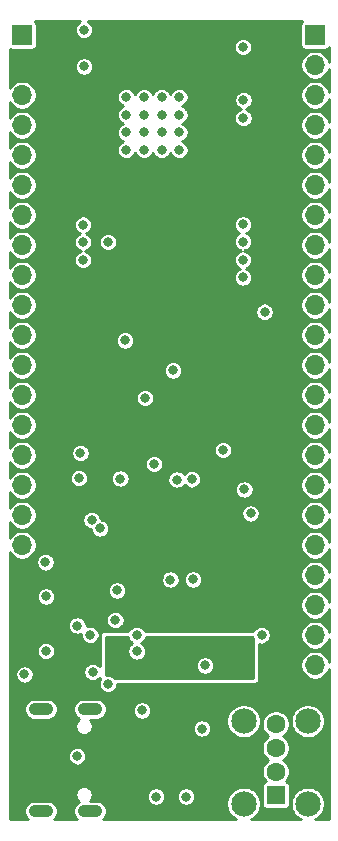
<source format=gbr>
%TF.GenerationSoftware,KiCad,Pcbnew,5.1.5+dfsg1-2build2*%
%TF.CreationDate,2021-06-08T17:36:12+05:30*%
%TF.ProjectId,ESP32-S2,45535033-322d-4533-922e-6b696361645f,rev?*%
%TF.SameCoordinates,Original*%
%TF.FileFunction,Copper,L3,Inr*%
%TF.FilePolarity,Positive*%
%FSLAX46Y46*%
G04 Gerber Fmt 4.6, Leading zero omitted, Abs format (unit mm)*
G04 Created by KiCad (PCBNEW 5.1.5+dfsg1-2build2) date 2021-06-08 17:36:12*
%MOMM*%
%LPD*%
G04 APERTURE LIST*
%ADD10O,2.100000X1.050000*%
%ADD11C,2.150000*%
%ADD12R,1.600000X1.600000*%
%ADD13C,1.600000*%
%ADD14O,1.700000X1.700000*%
%ADD15R,1.700000X1.700000*%
%ADD16C,0.800000*%
%ADD17C,0.254000*%
G04 APERTURE END LIST*
D10*
X140024200Y-134394200D03*
X140024200Y-125754200D03*
X144204200Y-134394200D03*
X144204200Y-125754200D03*
D11*
X157192400Y-133750600D03*
X157192400Y-126750600D03*
X162632400Y-126750600D03*
X162632400Y-133750600D03*
D12*
X159912400Y-133020600D03*
D13*
X159912400Y-131020600D03*
X159912400Y-129020600D03*
X159912400Y-127020600D03*
D14*
X163240000Y-122015000D03*
X163240000Y-119475000D03*
X163240000Y-116935000D03*
X163240000Y-114395000D03*
X163240000Y-111855000D03*
X163240000Y-109315000D03*
X163240000Y-106775000D03*
X163240000Y-104235000D03*
X163240000Y-101695000D03*
X163240000Y-99155000D03*
X163240000Y-96615000D03*
X163240000Y-94075000D03*
X163240000Y-91535000D03*
X163240000Y-88995000D03*
X163240000Y-86455000D03*
X163240000Y-83915000D03*
X163240000Y-81375000D03*
X163240000Y-78835000D03*
X163240000Y-76295000D03*
X163240000Y-73755000D03*
X163240000Y-71215000D03*
D15*
X163240000Y-68675000D03*
D14*
X138450000Y-111855000D03*
X138450000Y-109315000D03*
X138450000Y-106775000D03*
X138450000Y-104235000D03*
X138450000Y-101695000D03*
X138450000Y-99155000D03*
X138450000Y-96615000D03*
X138450000Y-94075000D03*
X138450000Y-91535000D03*
X138450000Y-88995000D03*
X138450000Y-86455000D03*
X138450000Y-83915000D03*
X138450000Y-81375000D03*
X138450000Y-78835000D03*
X138450000Y-76295000D03*
X138450000Y-73755000D03*
X138450000Y-71215000D03*
D15*
X138450000Y-68675000D03*
D16*
X147254700Y-73906300D03*
X148754700Y-73906300D03*
X150254700Y-73906300D03*
X151754700Y-73906300D03*
X147254700Y-75406300D03*
X148754700Y-75406300D03*
X150254700Y-75406300D03*
X151754700Y-75406300D03*
X147254700Y-76906300D03*
X148754700Y-76906300D03*
X150254700Y-76906300D03*
X151754700Y-76906300D03*
X147254700Y-78406300D03*
X148754700Y-78406300D03*
X150254700Y-78406300D03*
X151754700Y-78406300D03*
X149765100Y-133134900D03*
X152330500Y-133134900D03*
X153651300Y-127381800D03*
X140481400Y-116193100D03*
X157783314Y-109165486D03*
X138639900Y-122797100D03*
X143669100Y-68212500D03*
X149600000Y-104979000D03*
X140450920Y-120820980D03*
X153930700Y-122037640D03*
X148838000Y-99403700D03*
X146760280Y-106213440D03*
X140412820Y-113307660D03*
X146465081Y-115692720D03*
X148604320Y-125852720D03*
X158972600Y-92085960D03*
X155462320Y-103785200D03*
X146336100Y-118204780D03*
X151212500Y-97052900D03*
X147161600Y-94514200D03*
X143377000Y-104039200D03*
X157524800Y-100300320D03*
X157524800Y-98359760D03*
X157880400Y-110630500D03*
X157893100Y-112599000D03*
X140402660Y-111039440D03*
X150849680Y-93010520D03*
X151212500Y-99352900D03*
X147113340Y-99360520D03*
X143300800Y-94514200D03*
X157141260Y-69680620D03*
X143239522Y-106187722D03*
X143671644Y-71324000D03*
X143115380Y-118661980D03*
X157184440Y-74171340D03*
X152805480Y-106279480D03*
X157174280Y-75680100D03*
X151525320Y-106304880D03*
X143597980Y-87699380D03*
X143608140Y-86188080D03*
X143613220Y-84722500D03*
X145720390Y-86185540D03*
X145726500Y-123599740D03*
X148142040Y-119477320D03*
X158713520Y-119484940D03*
X157123482Y-89185280D03*
X157258100Y-107132920D03*
X157126020Y-87689220D03*
X157123480Y-86147440D03*
X157153960Y-84697100D03*
X152927400Y-114758000D03*
X150997000Y-114770700D03*
X148142040Y-120843840D03*
X143110300Y-129731300D03*
X145020380Y-110442540D03*
X144409902Y-122612665D03*
X144322941Y-109706217D03*
X144215200Y-119444300D03*
X154997500Y-122075740D03*
X156950300Y-121019100D03*
X150984068Y-122428800D03*
X146323400Y-120762560D03*
D17*
G36*
X143299158Y-67520387D02*
G01*
X143171241Y-67605858D01*
X143062458Y-67714641D01*
X142976987Y-67842558D01*
X142918113Y-67984691D01*
X142888100Y-68135578D01*
X142888100Y-68289422D01*
X142918113Y-68440309D01*
X142976987Y-68582442D01*
X143062458Y-68710359D01*
X143171241Y-68819142D01*
X143299158Y-68904613D01*
X143441291Y-68963487D01*
X143592178Y-68993500D01*
X143746022Y-68993500D01*
X143896909Y-68963487D01*
X144039042Y-68904613D01*
X144166959Y-68819142D01*
X144275742Y-68710359D01*
X144361213Y-68582442D01*
X144420087Y-68440309D01*
X144450100Y-68289422D01*
X144450100Y-68135578D01*
X144420087Y-67984691D01*
X144361213Y-67842558D01*
X144275742Y-67714641D01*
X144166959Y-67605858D01*
X144039042Y-67520387D01*
X144021691Y-67513200D01*
X162169357Y-67513200D01*
X162119289Y-67554289D01*
X162071678Y-67612304D01*
X162036299Y-67678492D01*
X162014513Y-67750311D01*
X162007157Y-67825000D01*
X162007157Y-69525000D01*
X162014513Y-69599689D01*
X162036299Y-69671508D01*
X162071678Y-69737696D01*
X162119289Y-69795711D01*
X162177304Y-69843322D01*
X162243492Y-69878701D01*
X162315311Y-69900487D01*
X162390000Y-69907843D01*
X164090000Y-69907843D01*
X164164689Y-69900487D01*
X164236508Y-69878701D01*
X164302696Y-69843322D01*
X164360711Y-69795711D01*
X164408322Y-69737696D01*
X164434400Y-69688908D01*
X164434400Y-70909758D01*
X164423693Y-70855931D01*
X164330898Y-70631903D01*
X164196180Y-70430283D01*
X164024717Y-70258820D01*
X163823097Y-70124102D01*
X163599069Y-70031307D01*
X163361243Y-69984000D01*
X163118757Y-69984000D01*
X162880931Y-70031307D01*
X162656903Y-70124102D01*
X162455283Y-70258820D01*
X162283820Y-70430283D01*
X162149102Y-70631903D01*
X162056307Y-70855931D01*
X162009000Y-71093757D01*
X162009000Y-71336243D01*
X162056307Y-71574069D01*
X162149102Y-71798097D01*
X162283820Y-71999717D01*
X162455283Y-72171180D01*
X162656903Y-72305898D01*
X162880931Y-72398693D01*
X163118757Y-72446000D01*
X163361243Y-72446000D01*
X163599069Y-72398693D01*
X163823097Y-72305898D01*
X164024717Y-72171180D01*
X164196180Y-71999717D01*
X164330898Y-71798097D01*
X164423693Y-71574069D01*
X164434400Y-71520241D01*
X164434400Y-73449759D01*
X164423693Y-73395931D01*
X164330898Y-73171903D01*
X164196180Y-72970283D01*
X164024717Y-72798820D01*
X163823097Y-72664102D01*
X163599069Y-72571307D01*
X163361243Y-72524000D01*
X163118757Y-72524000D01*
X162880931Y-72571307D01*
X162656903Y-72664102D01*
X162455283Y-72798820D01*
X162283820Y-72970283D01*
X162149102Y-73171903D01*
X162056307Y-73395931D01*
X162009000Y-73633757D01*
X162009000Y-73876243D01*
X162056307Y-74114069D01*
X162149102Y-74338097D01*
X162283820Y-74539717D01*
X162455283Y-74711180D01*
X162656903Y-74845898D01*
X162880931Y-74938693D01*
X163118757Y-74986000D01*
X163361243Y-74986000D01*
X163599069Y-74938693D01*
X163823097Y-74845898D01*
X164024717Y-74711180D01*
X164196180Y-74539717D01*
X164330898Y-74338097D01*
X164423693Y-74114069D01*
X164434400Y-74060241D01*
X164434400Y-75989759D01*
X164423693Y-75935931D01*
X164330898Y-75711903D01*
X164196180Y-75510283D01*
X164024717Y-75338820D01*
X163823097Y-75204102D01*
X163599069Y-75111307D01*
X163361243Y-75064000D01*
X163118757Y-75064000D01*
X162880931Y-75111307D01*
X162656903Y-75204102D01*
X162455283Y-75338820D01*
X162283820Y-75510283D01*
X162149102Y-75711903D01*
X162056307Y-75935931D01*
X162009000Y-76173757D01*
X162009000Y-76416243D01*
X162056307Y-76654069D01*
X162149102Y-76878097D01*
X162283820Y-77079717D01*
X162455283Y-77251180D01*
X162656903Y-77385898D01*
X162880931Y-77478693D01*
X163118757Y-77526000D01*
X163361243Y-77526000D01*
X163599069Y-77478693D01*
X163823097Y-77385898D01*
X164024717Y-77251180D01*
X164196180Y-77079717D01*
X164330898Y-76878097D01*
X164423693Y-76654069D01*
X164434400Y-76600241D01*
X164434400Y-78529759D01*
X164423693Y-78475931D01*
X164330898Y-78251903D01*
X164196180Y-78050283D01*
X164024717Y-77878820D01*
X163823097Y-77744102D01*
X163599069Y-77651307D01*
X163361243Y-77604000D01*
X163118757Y-77604000D01*
X162880931Y-77651307D01*
X162656903Y-77744102D01*
X162455283Y-77878820D01*
X162283820Y-78050283D01*
X162149102Y-78251903D01*
X162056307Y-78475931D01*
X162009000Y-78713757D01*
X162009000Y-78956243D01*
X162056307Y-79194069D01*
X162149102Y-79418097D01*
X162283820Y-79619717D01*
X162455283Y-79791180D01*
X162656903Y-79925898D01*
X162880931Y-80018693D01*
X163118757Y-80066000D01*
X163361243Y-80066000D01*
X163599069Y-80018693D01*
X163823097Y-79925898D01*
X164024717Y-79791180D01*
X164196180Y-79619717D01*
X164330898Y-79418097D01*
X164423693Y-79194069D01*
X164434400Y-79140241D01*
X164434400Y-81069759D01*
X164423693Y-81015931D01*
X164330898Y-80791903D01*
X164196180Y-80590283D01*
X164024717Y-80418820D01*
X163823097Y-80284102D01*
X163599069Y-80191307D01*
X163361243Y-80144000D01*
X163118757Y-80144000D01*
X162880931Y-80191307D01*
X162656903Y-80284102D01*
X162455283Y-80418820D01*
X162283820Y-80590283D01*
X162149102Y-80791903D01*
X162056307Y-81015931D01*
X162009000Y-81253757D01*
X162009000Y-81496243D01*
X162056307Y-81734069D01*
X162149102Y-81958097D01*
X162283820Y-82159717D01*
X162455283Y-82331180D01*
X162656903Y-82465898D01*
X162880931Y-82558693D01*
X163118757Y-82606000D01*
X163361243Y-82606000D01*
X163599069Y-82558693D01*
X163823097Y-82465898D01*
X164024717Y-82331180D01*
X164196180Y-82159717D01*
X164330898Y-81958097D01*
X164423693Y-81734069D01*
X164434400Y-81680241D01*
X164434400Y-83609759D01*
X164423693Y-83555931D01*
X164330898Y-83331903D01*
X164196180Y-83130283D01*
X164024717Y-82958820D01*
X163823097Y-82824102D01*
X163599069Y-82731307D01*
X163361243Y-82684000D01*
X163118757Y-82684000D01*
X162880931Y-82731307D01*
X162656903Y-82824102D01*
X162455283Y-82958820D01*
X162283820Y-83130283D01*
X162149102Y-83331903D01*
X162056307Y-83555931D01*
X162009000Y-83793757D01*
X162009000Y-84036243D01*
X162056307Y-84274069D01*
X162149102Y-84498097D01*
X162283820Y-84699717D01*
X162455283Y-84871180D01*
X162656903Y-85005898D01*
X162880931Y-85098693D01*
X163118757Y-85146000D01*
X163361243Y-85146000D01*
X163599069Y-85098693D01*
X163823097Y-85005898D01*
X164024717Y-84871180D01*
X164196180Y-84699717D01*
X164330898Y-84498097D01*
X164423693Y-84274069D01*
X164434400Y-84220241D01*
X164434400Y-86149760D01*
X164423693Y-86095931D01*
X164330898Y-85871903D01*
X164196180Y-85670283D01*
X164024717Y-85498820D01*
X163823097Y-85364102D01*
X163599069Y-85271307D01*
X163361243Y-85224000D01*
X163118757Y-85224000D01*
X162880931Y-85271307D01*
X162656903Y-85364102D01*
X162455283Y-85498820D01*
X162283820Y-85670283D01*
X162149102Y-85871903D01*
X162056307Y-86095931D01*
X162009000Y-86333757D01*
X162009000Y-86576243D01*
X162056307Y-86814069D01*
X162149102Y-87038097D01*
X162283820Y-87239717D01*
X162455283Y-87411180D01*
X162656903Y-87545898D01*
X162880931Y-87638693D01*
X163118757Y-87686000D01*
X163361243Y-87686000D01*
X163599069Y-87638693D01*
X163823097Y-87545898D01*
X164024717Y-87411180D01*
X164196180Y-87239717D01*
X164330898Y-87038097D01*
X164423693Y-86814069D01*
X164434400Y-86760240D01*
X164434400Y-88689760D01*
X164423693Y-88635931D01*
X164330898Y-88411903D01*
X164196180Y-88210283D01*
X164024717Y-88038820D01*
X163823097Y-87904102D01*
X163599069Y-87811307D01*
X163361243Y-87764000D01*
X163118757Y-87764000D01*
X162880931Y-87811307D01*
X162656903Y-87904102D01*
X162455283Y-88038820D01*
X162283820Y-88210283D01*
X162149102Y-88411903D01*
X162056307Y-88635931D01*
X162009000Y-88873757D01*
X162009000Y-89116243D01*
X162056307Y-89354069D01*
X162149102Y-89578097D01*
X162283820Y-89779717D01*
X162455283Y-89951180D01*
X162656903Y-90085898D01*
X162880931Y-90178693D01*
X163118757Y-90226000D01*
X163361243Y-90226000D01*
X163599069Y-90178693D01*
X163823097Y-90085898D01*
X164024717Y-89951180D01*
X164196180Y-89779717D01*
X164330898Y-89578097D01*
X164423693Y-89354069D01*
X164434400Y-89300240D01*
X164434400Y-91229760D01*
X164423693Y-91175931D01*
X164330898Y-90951903D01*
X164196180Y-90750283D01*
X164024717Y-90578820D01*
X163823097Y-90444102D01*
X163599069Y-90351307D01*
X163361243Y-90304000D01*
X163118757Y-90304000D01*
X162880931Y-90351307D01*
X162656903Y-90444102D01*
X162455283Y-90578820D01*
X162283820Y-90750283D01*
X162149102Y-90951903D01*
X162056307Y-91175931D01*
X162009000Y-91413757D01*
X162009000Y-91656243D01*
X162056307Y-91894069D01*
X162149102Y-92118097D01*
X162283820Y-92319717D01*
X162455283Y-92491180D01*
X162656903Y-92625898D01*
X162880931Y-92718693D01*
X163118757Y-92766000D01*
X163361243Y-92766000D01*
X163599069Y-92718693D01*
X163823097Y-92625898D01*
X164024717Y-92491180D01*
X164196180Y-92319717D01*
X164330898Y-92118097D01*
X164423693Y-91894069D01*
X164434400Y-91840240D01*
X164434400Y-93769760D01*
X164423693Y-93715931D01*
X164330898Y-93491903D01*
X164196180Y-93290283D01*
X164024717Y-93118820D01*
X163823097Y-92984102D01*
X163599069Y-92891307D01*
X163361243Y-92844000D01*
X163118757Y-92844000D01*
X162880931Y-92891307D01*
X162656903Y-92984102D01*
X162455283Y-93118820D01*
X162283820Y-93290283D01*
X162149102Y-93491903D01*
X162056307Y-93715931D01*
X162009000Y-93953757D01*
X162009000Y-94196243D01*
X162056307Y-94434069D01*
X162149102Y-94658097D01*
X162283820Y-94859717D01*
X162455283Y-95031180D01*
X162656903Y-95165898D01*
X162880931Y-95258693D01*
X163118757Y-95306000D01*
X163361243Y-95306000D01*
X163599069Y-95258693D01*
X163823097Y-95165898D01*
X164024717Y-95031180D01*
X164196180Y-94859717D01*
X164330898Y-94658097D01*
X164423693Y-94434069D01*
X164434400Y-94380240D01*
X164434400Y-96309760D01*
X164423693Y-96255931D01*
X164330898Y-96031903D01*
X164196180Y-95830283D01*
X164024717Y-95658820D01*
X163823097Y-95524102D01*
X163599069Y-95431307D01*
X163361243Y-95384000D01*
X163118757Y-95384000D01*
X162880931Y-95431307D01*
X162656903Y-95524102D01*
X162455283Y-95658820D01*
X162283820Y-95830283D01*
X162149102Y-96031903D01*
X162056307Y-96255931D01*
X162009000Y-96493757D01*
X162009000Y-96736243D01*
X162056307Y-96974069D01*
X162149102Y-97198097D01*
X162283820Y-97399717D01*
X162455283Y-97571180D01*
X162656903Y-97705898D01*
X162880931Y-97798693D01*
X163118757Y-97846000D01*
X163361243Y-97846000D01*
X163599069Y-97798693D01*
X163823097Y-97705898D01*
X164024717Y-97571180D01*
X164196180Y-97399717D01*
X164330898Y-97198097D01*
X164423693Y-96974069D01*
X164434400Y-96920240D01*
X164434400Y-98849761D01*
X164423693Y-98795931D01*
X164330898Y-98571903D01*
X164196180Y-98370283D01*
X164024717Y-98198820D01*
X163823097Y-98064102D01*
X163599069Y-97971307D01*
X163361243Y-97924000D01*
X163118757Y-97924000D01*
X162880931Y-97971307D01*
X162656903Y-98064102D01*
X162455283Y-98198820D01*
X162283820Y-98370283D01*
X162149102Y-98571903D01*
X162056307Y-98795931D01*
X162009000Y-99033757D01*
X162009000Y-99276243D01*
X162056307Y-99514069D01*
X162149102Y-99738097D01*
X162283820Y-99939717D01*
X162455283Y-100111180D01*
X162656903Y-100245898D01*
X162880931Y-100338693D01*
X163118757Y-100386000D01*
X163361243Y-100386000D01*
X163599069Y-100338693D01*
X163823097Y-100245898D01*
X164024717Y-100111180D01*
X164196180Y-99939717D01*
X164330898Y-99738097D01*
X164423693Y-99514069D01*
X164434400Y-99460239D01*
X164434401Y-101389761D01*
X164423693Y-101335931D01*
X164330898Y-101111903D01*
X164196180Y-100910283D01*
X164024717Y-100738820D01*
X163823097Y-100604102D01*
X163599069Y-100511307D01*
X163361243Y-100464000D01*
X163118757Y-100464000D01*
X162880931Y-100511307D01*
X162656903Y-100604102D01*
X162455283Y-100738820D01*
X162283820Y-100910283D01*
X162149102Y-101111903D01*
X162056307Y-101335931D01*
X162009000Y-101573757D01*
X162009000Y-101816243D01*
X162056307Y-102054069D01*
X162149102Y-102278097D01*
X162283820Y-102479717D01*
X162455283Y-102651180D01*
X162656903Y-102785898D01*
X162880931Y-102878693D01*
X163118757Y-102926000D01*
X163361243Y-102926000D01*
X163599069Y-102878693D01*
X163823097Y-102785898D01*
X164024717Y-102651180D01*
X164196180Y-102479717D01*
X164330898Y-102278097D01*
X164423693Y-102054069D01*
X164434401Y-102000239D01*
X164434401Y-103929761D01*
X164423693Y-103875931D01*
X164330898Y-103651903D01*
X164196180Y-103450283D01*
X164024717Y-103278820D01*
X163823097Y-103144102D01*
X163599069Y-103051307D01*
X163361243Y-103004000D01*
X163118757Y-103004000D01*
X162880931Y-103051307D01*
X162656903Y-103144102D01*
X162455283Y-103278820D01*
X162283820Y-103450283D01*
X162149102Y-103651903D01*
X162056307Y-103875931D01*
X162009000Y-104113757D01*
X162009000Y-104356243D01*
X162056307Y-104594069D01*
X162149102Y-104818097D01*
X162283820Y-105019717D01*
X162455283Y-105191180D01*
X162656903Y-105325898D01*
X162880931Y-105418693D01*
X163118757Y-105466000D01*
X163361243Y-105466000D01*
X163599069Y-105418693D01*
X163823097Y-105325898D01*
X164024717Y-105191180D01*
X164196180Y-105019717D01*
X164330898Y-104818097D01*
X164423693Y-104594069D01*
X164434401Y-104540239D01*
X164434401Y-106469761D01*
X164423693Y-106415931D01*
X164330898Y-106191903D01*
X164196180Y-105990283D01*
X164024717Y-105818820D01*
X163823097Y-105684102D01*
X163599069Y-105591307D01*
X163361243Y-105544000D01*
X163118757Y-105544000D01*
X162880931Y-105591307D01*
X162656903Y-105684102D01*
X162455283Y-105818820D01*
X162283820Y-105990283D01*
X162149102Y-106191903D01*
X162056307Y-106415931D01*
X162009000Y-106653757D01*
X162009000Y-106896243D01*
X162056307Y-107134069D01*
X162149102Y-107358097D01*
X162283820Y-107559717D01*
X162455283Y-107731180D01*
X162656903Y-107865898D01*
X162880931Y-107958693D01*
X163118757Y-108006000D01*
X163361243Y-108006000D01*
X163599069Y-107958693D01*
X163823097Y-107865898D01*
X164024717Y-107731180D01*
X164196180Y-107559717D01*
X164330898Y-107358097D01*
X164423693Y-107134069D01*
X164434401Y-107080239D01*
X164434401Y-109009761D01*
X164423693Y-108955931D01*
X164330898Y-108731903D01*
X164196180Y-108530283D01*
X164024717Y-108358820D01*
X163823097Y-108224102D01*
X163599069Y-108131307D01*
X163361243Y-108084000D01*
X163118757Y-108084000D01*
X162880931Y-108131307D01*
X162656903Y-108224102D01*
X162455283Y-108358820D01*
X162283820Y-108530283D01*
X162149102Y-108731903D01*
X162056307Y-108955931D01*
X162009000Y-109193757D01*
X162009000Y-109436243D01*
X162056307Y-109674069D01*
X162149102Y-109898097D01*
X162283820Y-110099717D01*
X162455283Y-110271180D01*
X162656903Y-110405898D01*
X162880931Y-110498693D01*
X163118757Y-110546000D01*
X163361243Y-110546000D01*
X163599069Y-110498693D01*
X163823097Y-110405898D01*
X164024717Y-110271180D01*
X164196180Y-110099717D01*
X164330898Y-109898097D01*
X164423693Y-109674069D01*
X164434401Y-109620239D01*
X164434401Y-111549761D01*
X164423693Y-111495931D01*
X164330898Y-111271903D01*
X164196180Y-111070283D01*
X164024717Y-110898820D01*
X163823097Y-110764102D01*
X163599069Y-110671307D01*
X163361243Y-110624000D01*
X163118757Y-110624000D01*
X162880931Y-110671307D01*
X162656903Y-110764102D01*
X162455283Y-110898820D01*
X162283820Y-111070283D01*
X162149102Y-111271903D01*
X162056307Y-111495931D01*
X162009000Y-111733757D01*
X162009000Y-111976243D01*
X162056307Y-112214069D01*
X162149102Y-112438097D01*
X162283820Y-112639717D01*
X162455283Y-112811180D01*
X162656903Y-112945898D01*
X162880931Y-113038693D01*
X163118757Y-113086000D01*
X163361243Y-113086000D01*
X163599069Y-113038693D01*
X163823097Y-112945898D01*
X164024717Y-112811180D01*
X164196180Y-112639717D01*
X164330898Y-112438097D01*
X164423693Y-112214069D01*
X164434401Y-112160238D01*
X164434401Y-114089762D01*
X164423693Y-114035931D01*
X164330898Y-113811903D01*
X164196180Y-113610283D01*
X164024717Y-113438820D01*
X163823097Y-113304102D01*
X163599069Y-113211307D01*
X163361243Y-113164000D01*
X163118757Y-113164000D01*
X162880931Y-113211307D01*
X162656903Y-113304102D01*
X162455283Y-113438820D01*
X162283820Y-113610283D01*
X162149102Y-113811903D01*
X162056307Y-114035931D01*
X162009000Y-114273757D01*
X162009000Y-114516243D01*
X162056307Y-114754069D01*
X162149102Y-114978097D01*
X162283820Y-115179717D01*
X162455283Y-115351180D01*
X162656903Y-115485898D01*
X162880931Y-115578693D01*
X163118757Y-115626000D01*
X163361243Y-115626000D01*
X163599069Y-115578693D01*
X163823097Y-115485898D01*
X164024717Y-115351180D01*
X164196180Y-115179717D01*
X164330898Y-114978097D01*
X164423693Y-114754069D01*
X164434401Y-114700238D01*
X164434401Y-116629762D01*
X164423693Y-116575931D01*
X164330898Y-116351903D01*
X164196180Y-116150283D01*
X164024717Y-115978820D01*
X163823097Y-115844102D01*
X163599069Y-115751307D01*
X163361243Y-115704000D01*
X163118757Y-115704000D01*
X162880931Y-115751307D01*
X162656903Y-115844102D01*
X162455283Y-115978820D01*
X162283820Y-116150283D01*
X162149102Y-116351903D01*
X162056307Y-116575931D01*
X162009000Y-116813757D01*
X162009000Y-117056243D01*
X162056307Y-117294069D01*
X162149102Y-117518097D01*
X162283820Y-117719717D01*
X162455283Y-117891180D01*
X162656903Y-118025898D01*
X162880931Y-118118693D01*
X163118757Y-118166000D01*
X163361243Y-118166000D01*
X163599069Y-118118693D01*
X163823097Y-118025898D01*
X164024717Y-117891180D01*
X164196180Y-117719717D01*
X164330898Y-117518097D01*
X164423693Y-117294069D01*
X164434401Y-117240238D01*
X164434401Y-119169762D01*
X164423693Y-119115931D01*
X164330898Y-118891903D01*
X164196180Y-118690283D01*
X164024717Y-118518820D01*
X163823097Y-118384102D01*
X163599069Y-118291307D01*
X163361243Y-118244000D01*
X163118757Y-118244000D01*
X162880931Y-118291307D01*
X162656903Y-118384102D01*
X162455283Y-118518820D01*
X162283820Y-118690283D01*
X162149102Y-118891903D01*
X162056307Y-119115931D01*
X162009000Y-119353757D01*
X162009000Y-119596243D01*
X162056307Y-119834069D01*
X162149102Y-120058097D01*
X162283820Y-120259717D01*
X162455283Y-120431180D01*
X162656903Y-120565898D01*
X162880931Y-120658693D01*
X163118757Y-120706000D01*
X163361243Y-120706000D01*
X163599069Y-120658693D01*
X163823097Y-120565898D01*
X164024717Y-120431180D01*
X164196180Y-120259717D01*
X164330898Y-120058097D01*
X164423693Y-119834069D01*
X164434401Y-119780238D01*
X164434401Y-121709762D01*
X164423693Y-121655931D01*
X164330898Y-121431903D01*
X164196180Y-121230283D01*
X164024717Y-121058820D01*
X163823097Y-120924102D01*
X163599069Y-120831307D01*
X163361243Y-120784000D01*
X163118757Y-120784000D01*
X162880931Y-120831307D01*
X162656903Y-120924102D01*
X162455283Y-121058820D01*
X162283820Y-121230283D01*
X162149102Y-121431903D01*
X162056307Y-121655931D01*
X162009000Y-121893757D01*
X162009000Y-122136243D01*
X162056307Y-122374069D01*
X162149102Y-122598097D01*
X162283820Y-122799717D01*
X162455283Y-122971180D01*
X162656903Y-123105898D01*
X162880931Y-123198693D01*
X163118757Y-123246000D01*
X163361243Y-123246000D01*
X163599069Y-123198693D01*
X163823097Y-123105898D01*
X164024717Y-122971180D01*
X164196180Y-122799717D01*
X164330898Y-122598097D01*
X164423693Y-122374069D01*
X164434401Y-122320238D01*
X164434401Y-135078800D01*
X163230553Y-135078800D01*
X163322075Y-135040890D01*
X163560546Y-134881549D01*
X163763349Y-134678746D01*
X163922690Y-134440275D01*
X164032447Y-134175300D01*
X164088400Y-133894003D01*
X164088400Y-133607197D01*
X164032447Y-133325900D01*
X163922690Y-133060925D01*
X163763349Y-132822454D01*
X163560546Y-132619651D01*
X163322075Y-132460310D01*
X163057100Y-132350553D01*
X162775803Y-132294600D01*
X162488997Y-132294600D01*
X162207700Y-132350553D01*
X161942725Y-132460310D01*
X161704254Y-132619651D01*
X161501451Y-132822454D01*
X161342110Y-133060925D01*
X161232353Y-133325900D01*
X161176400Y-133607197D01*
X161176400Y-133894003D01*
X161232353Y-134175300D01*
X161342110Y-134440275D01*
X161501451Y-134678746D01*
X161704254Y-134881549D01*
X161942725Y-135040890D01*
X162034247Y-135078800D01*
X157790553Y-135078800D01*
X157882075Y-135040890D01*
X158120546Y-134881549D01*
X158323349Y-134678746D01*
X158482690Y-134440275D01*
X158592447Y-134175300D01*
X158648400Y-133894003D01*
X158648400Y-133607197D01*
X158592447Y-133325900D01*
X158482690Y-133060925D01*
X158323349Y-132822454D01*
X158120546Y-132619651D01*
X157882075Y-132460310D01*
X157617100Y-132350553D01*
X157335803Y-132294600D01*
X157048997Y-132294600D01*
X156767700Y-132350553D01*
X156502725Y-132460310D01*
X156264254Y-132619651D01*
X156061451Y-132822454D01*
X155902110Y-133060925D01*
X155792353Y-133325900D01*
X155736400Y-133607197D01*
X155736400Y-133894003D01*
X155792353Y-134175300D01*
X155902110Y-134440275D01*
X156061451Y-134678746D01*
X156264254Y-134881549D01*
X156502725Y-135040890D01*
X156594247Y-135078800D01*
X145323148Y-135078800D01*
X145372938Y-135037938D01*
X145486156Y-134899982D01*
X145570284Y-134742588D01*
X145622090Y-134571807D01*
X145639583Y-134394200D01*
X145622090Y-134216593D01*
X145570284Y-134045812D01*
X145486156Y-133888418D01*
X145372938Y-133750462D01*
X145234982Y-133637244D01*
X145077588Y-133553116D01*
X144906807Y-133501310D01*
X144773701Y-133488200D01*
X144183990Y-133488200D01*
X144242005Y-133430185D01*
X144322004Y-133310458D01*
X144377108Y-133177425D01*
X144400867Y-133057978D01*
X148984100Y-133057978D01*
X148984100Y-133211822D01*
X149014113Y-133362709D01*
X149072987Y-133504842D01*
X149158458Y-133632759D01*
X149267241Y-133741542D01*
X149395158Y-133827013D01*
X149537291Y-133885887D01*
X149688178Y-133915900D01*
X149842022Y-133915900D01*
X149992909Y-133885887D01*
X150135042Y-133827013D01*
X150262959Y-133741542D01*
X150371742Y-133632759D01*
X150457213Y-133504842D01*
X150516087Y-133362709D01*
X150546100Y-133211822D01*
X150546100Y-133057978D01*
X151549500Y-133057978D01*
X151549500Y-133211822D01*
X151579513Y-133362709D01*
X151638387Y-133504842D01*
X151723858Y-133632759D01*
X151832641Y-133741542D01*
X151960558Y-133827013D01*
X152102691Y-133885887D01*
X152253578Y-133915900D01*
X152407422Y-133915900D01*
X152558309Y-133885887D01*
X152700442Y-133827013D01*
X152828359Y-133741542D01*
X152937142Y-133632759D01*
X153022613Y-133504842D01*
X153081487Y-133362709D01*
X153111500Y-133211822D01*
X153111500Y-133057978D01*
X153081487Y-132907091D01*
X153022613Y-132764958D01*
X152937142Y-132637041D01*
X152828359Y-132528258D01*
X152700442Y-132442787D01*
X152558309Y-132383913D01*
X152407422Y-132353900D01*
X152253578Y-132353900D01*
X152102691Y-132383913D01*
X151960558Y-132442787D01*
X151832641Y-132528258D01*
X151723858Y-132637041D01*
X151638387Y-132764958D01*
X151579513Y-132907091D01*
X151549500Y-133057978D01*
X150546100Y-133057978D01*
X150516087Y-132907091D01*
X150457213Y-132764958D01*
X150371742Y-132637041D01*
X150262959Y-132528258D01*
X150135042Y-132442787D01*
X149992909Y-132383913D01*
X149842022Y-132353900D01*
X149688178Y-132353900D01*
X149537291Y-132383913D01*
X149395158Y-132442787D01*
X149267241Y-132528258D01*
X149158458Y-132637041D01*
X149072987Y-132764958D01*
X149014113Y-132907091D01*
X148984100Y-133057978D01*
X144400867Y-133057978D01*
X144405200Y-133036197D01*
X144405200Y-132892203D01*
X144377108Y-132750975D01*
X144322004Y-132617942D01*
X144242005Y-132498215D01*
X144140185Y-132396395D01*
X144020458Y-132316396D01*
X143887425Y-132261292D01*
X143746197Y-132233200D01*
X143602203Y-132233200D01*
X143460975Y-132261292D01*
X143327942Y-132316396D01*
X143208215Y-132396395D01*
X143106395Y-132498215D01*
X143026396Y-132617942D01*
X142971292Y-132750975D01*
X142943200Y-132892203D01*
X142943200Y-133036197D01*
X142971292Y-133177425D01*
X143026396Y-133310458D01*
X143106395Y-133430185D01*
X143208215Y-133532005D01*
X143280254Y-133580140D01*
X143173418Y-133637244D01*
X143035462Y-133750462D01*
X142922244Y-133888418D01*
X142838116Y-134045812D01*
X142786310Y-134216593D01*
X142768817Y-134394200D01*
X142786310Y-134571807D01*
X142838116Y-134742588D01*
X142922244Y-134899982D01*
X143035462Y-135037938D01*
X143085252Y-135078800D01*
X141143148Y-135078800D01*
X141192938Y-135037938D01*
X141306156Y-134899982D01*
X141390284Y-134742588D01*
X141442090Y-134571807D01*
X141459583Y-134394200D01*
X141442090Y-134216593D01*
X141390284Y-134045812D01*
X141306156Y-133888418D01*
X141192938Y-133750462D01*
X141054982Y-133637244D01*
X140897588Y-133553116D01*
X140726807Y-133501310D01*
X140593701Y-133488200D01*
X139454699Y-133488200D01*
X139321593Y-133501310D01*
X139150812Y-133553116D01*
X138993418Y-133637244D01*
X138855462Y-133750462D01*
X138742244Y-133888418D01*
X138658116Y-134045812D01*
X138606310Y-134216593D01*
X138588817Y-134394200D01*
X138606310Y-134571807D01*
X138658116Y-134742588D01*
X138742244Y-134899982D01*
X138855462Y-135037938D01*
X138905252Y-135078800D01*
X137381800Y-135078800D01*
X137381800Y-132220600D01*
X158729557Y-132220600D01*
X158729557Y-133820600D01*
X158736913Y-133895289D01*
X158758699Y-133967108D01*
X158794078Y-134033296D01*
X158841689Y-134091311D01*
X158899704Y-134138922D01*
X158965892Y-134174301D01*
X159037711Y-134196087D01*
X159112400Y-134203443D01*
X160712400Y-134203443D01*
X160787089Y-134196087D01*
X160858908Y-134174301D01*
X160925096Y-134138922D01*
X160983111Y-134091311D01*
X161030722Y-134033296D01*
X161066101Y-133967108D01*
X161087887Y-133895289D01*
X161095243Y-133820600D01*
X161095243Y-132220600D01*
X161087887Y-132145911D01*
X161066101Y-132074092D01*
X161030722Y-132007904D01*
X160983111Y-131949889D01*
X160925096Y-131902278D01*
X160858908Y-131866899D01*
X160787089Y-131845113D01*
X160760674Y-131842511D01*
X160829742Y-131773443D01*
X160958988Y-131580013D01*
X161048014Y-131365085D01*
X161093400Y-131136918D01*
X161093400Y-130904282D01*
X161048014Y-130676115D01*
X160958988Y-130461187D01*
X160829742Y-130267757D01*
X160665243Y-130103258D01*
X160541537Y-130020600D01*
X160665243Y-129937942D01*
X160829742Y-129773443D01*
X160958988Y-129580013D01*
X161048014Y-129365085D01*
X161093400Y-129136918D01*
X161093400Y-128904282D01*
X161048014Y-128676115D01*
X160958988Y-128461187D01*
X160829742Y-128267757D01*
X160665243Y-128103258D01*
X160541537Y-128020600D01*
X160665243Y-127937942D01*
X160829742Y-127773443D01*
X160958988Y-127580013D01*
X161048014Y-127365085D01*
X161093400Y-127136918D01*
X161093400Y-126904282D01*
X161048014Y-126676115D01*
X161019468Y-126607197D01*
X161176400Y-126607197D01*
X161176400Y-126894003D01*
X161232353Y-127175300D01*
X161342110Y-127440275D01*
X161501451Y-127678746D01*
X161704254Y-127881549D01*
X161942725Y-128040890D01*
X162207700Y-128150647D01*
X162488997Y-128206600D01*
X162775803Y-128206600D01*
X163057100Y-128150647D01*
X163322075Y-128040890D01*
X163560546Y-127881549D01*
X163763349Y-127678746D01*
X163922690Y-127440275D01*
X164032447Y-127175300D01*
X164088400Y-126894003D01*
X164088400Y-126607197D01*
X164032447Y-126325900D01*
X163922690Y-126060925D01*
X163763349Y-125822454D01*
X163560546Y-125619651D01*
X163322075Y-125460310D01*
X163057100Y-125350553D01*
X162775803Y-125294600D01*
X162488997Y-125294600D01*
X162207700Y-125350553D01*
X161942725Y-125460310D01*
X161704254Y-125619651D01*
X161501451Y-125822454D01*
X161342110Y-126060925D01*
X161232353Y-126325900D01*
X161176400Y-126607197D01*
X161019468Y-126607197D01*
X160958988Y-126461187D01*
X160829742Y-126267757D01*
X160665243Y-126103258D01*
X160471813Y-125974012D01*
X160256885Y-125884986D01*
X160028718Y-125839600D01*
X159796082Y-125839600D01*
X159567915Y-125884986D01*
X159352987Y-125974012D01*
X159159557Y-126103258D01*
X158995058Y-126267757D01*
X158865812Y-126461187D01*
X158776786Y-126676115D01*
X158731400Y-126904282D01*
X158731400Y-127136918D01*
X158776786Y-127365085D01*
X158865812Y-127580013D01*
X158995058Y-127773443D01*
X159159557Y-127937942D01*
X159283263Y-128020600D01*
X159159557Y-128103258D01*
X158995058Y-128267757D01*
X158865812Y-128461187D01*
X158776786Y-128676115D01*
X158731400Y-128904282D01*
X158731400Y-129136918D01*
X158776786Y-129365085D01*
X158865812Y-129580013D01*
X158995058Y-129773443D01*
X159159557Y-129937942D01*
X159283263Y-130020600D01*
X159159557Y-130103258D01*
X158995058Y-130267757D01*
X158865812Y-130461187D01*
X158776786Y-130676115D01*
X158731400Y-130904282D01*
X158731400Y-131136918D01*
X158776786Y-131365085D01*
X158865812Y-131580013D01*
X158995058Y-131773443D01*
X159064126Y-131842511D01*
X159037711Y-131845113D01*
X158965892Y-131866899D01*
X158899704Y-131902278D01*
X158841689Y-131949889D01*
X158794078Y-132007904D01*
X158758699Y-132074092D01*
X158736913Y-132145911D01*
X158729557Y-132220600D01*
X137381800Y-132220600D01*
X137381800Y-129654378D01*
X142329300Y-129654378D01*
X142329300Y-129808222D01*
X142359313Y-129959109D01*
X142418187Y-130101242D01*
X142503658Y-130229159D01*
X142612441Y-130337942D01*
X142740358Y-130423413D01*
X142882491Y-130482287D01*
X143033378Y-130512300D01*
X143187222Y-130512300D01*
X143338109Y-130482287D01*
X143480242Y-130423413D01*
X143608159Y-130337942D01*
X143716942Y-130229159D01*
X143802413Y-130101242D01*
X143861287Y-129959109D01*
X143891300Y-129808222D01*
X143891300Y-129654378D01*
X143861287Y-129503491D01*
X143802413Y-129361358D01*
X143716942Y-129233441D01*
X143608159Y-129124658D01*
X143480242Y-129039187D01*
X143338109Y-128980313D01*
X143187222Y-128950300D01*
X143033378Y-128950300D01*
X142882491Y-128980313D01*
X142740358Y-129039187D01*
X142612441Y-129124658D01*
X142503658Y-129233441D01*
X142418187Y-129361358D01*
X142359313Y-129503491D01*
X142329300Y-129654378D01*
X137381800Y-129654378D01*
X137381800Y-125754200D01*
X138588817Y-125754200D01*
X138606310Y-125931807D01*
X138658116Y-126102588D01*
X138742244Y-126259982D01*
X138855462Y-126397938D01*
X138993418Y-126511156D01*
X139150812Y-126595284D01*
X139321593Y-126647090D01*
X139454699Y-126660200D01*
X140593701Y-126660200D01*
X140726807Y-126647090D01*
X140897588Y-126595284D01*
X141054982Y-126511156D01*
X141192938Y-126397938D01*
X141306156Y-126259982D01*
X141390284Y-126102588D01*
X141442090Y-125931807D01*
X141459583Y-125754200D01*
X142768817Y-125754200D01*
X142786310Y-125931807D01*
X142838116Y-126102588D01*
X142922244Y-126259982D01*
X143035462Y-126397938D01*
X143173418Y-126511156D01*
X143280254Y-126568260D01*
X143208215Y-126616395D01*
X143106395Y-126718215D01*
X143026396Y-126837942D01*
X142971292Y-126970975D01*
X142943200Y-127112203D01*
X142943200Y-127256197D01*
X142971292Y-127397425D01*
X143026396Y-127530458D01*
X143106395Y-127650185D01*
X143208215Y-127752005D01*
X143327942Y-127832004D01*
X143460975Y-127887108D01*
X143602203Y-127915200D01*
X143746197Y-127915200D01*
X143887425Y-127887108D01*
X144020458Y-127832004D01*
X144140185Y-127752005D01*
X144242005Y-127650185D01*
X144322004Y-127530458D01*
X144377108Y-127397425D01*
X144395516Y-127304878D01*
X152870300Y-127304878D01*
X152870300Y-127458722D01*
X152900313Y-127609609D01*
X152959187Y-127751742D01*
X153044658Y-127879659D01*
X153153441Y-127988442D01*
X153281358Y-128073913D01*
X153423491Y-128132787D01*
X153574378Y-128162800D01*
X153728222Y-128162800D01*
X153879109Y-128132787D01*
X154021242Y-128073913D01*
X154149159Y-127988442D01*
X154257942Y-127879659D01*
X154343413Y-127751742D01*
X154402287Y-127609609D01*
X154432300Y-127458722D01*
X154432300Y-127304878D01*
X154402287Y-127153991D01*
X154343413Y-127011858D01*
X154257942Y-126883941D01*
X154149159Y-126775158D01*
X154021242Y-126689687D01*
X153879109Y-126630813D01*
X153760383Y-126607197D01*
X155736400Y-126607197D01*
X155736400Y-126894003D01*
X155792353Y-127175300D01*
X155902110Y-127440275D01*
X156061451Y-127678746D01*
X156264254Y-127881549D01*
X156502725Y-128040890D01*
X156767700Y-128150647D01*
X157048997Y-128206600D01*
X157335803Y-128206600D01*
X157617100Y-128150647D01*
X157882075Y-128040890D01*
X158120546Y-127881549D01*
X158323349Y-127678746D01*
X158482690Y-127440275D01*
X158592447Y-127175300D01*
X158648400Y-126894003D01*
X158648400Y-126607197D01*
X158592447Y-126325900D01*
X158482690Y-126060925D01*
X158323349Y-125822454D01*
X158120546Y-125619651D01*
X157882075Y-125460310D01*
X157617100Y-125350553D01*
X157335803Y-125294600D01*
X157048997Y-125294600D01*
X156767700Y-125350553D01*
X156502725Y-125460310D01*
X156264254Y-125619651D01*
X156061451Y-125822454D01*
X155902110Y-126060925D01*
X155792353Y-126325900D01*
X155736400Y-126607197D01*
X153760383Y-126607197D01*
X153728222Y-126600800D01*
X153574378Y-126600800D01*
X153423491Y-126630813D01*
X153281358Y-126689687D01*
X153153441Y-126775158D01*
X153044658Y-126883941D01*
X152959187Y-127011858D01*
X152900313Y-127153991D01*
X152870300Y-127304878D01*
X144395516Y-127304878D01*
X144405200Y-127256197D01*
X144405200Y-127112203D01*
X144377108Y-126970975D01*
X144322004Y-126837942D01*
X144242005Y-126718215D01*
X144183990Y-126660200D01*
X144773701Y-126660200D01*
X144906807Y-126647090D01*
X145077588Y-126595284D01*
X145234982Y-126511156D01*
X145372938Y-126397938D01*
X145486156Y-126259982D01*
X145570284Y-126102588D01*
X145622090Y-125931807D01*
X145637455Y-125775798D01*
X147823320Y-125775798D01*
X147823320Y-125929642D01*
X147853333Y-126080529D01*
X147912207Y-126222662D01*
X147997678Y-126350579D01*
X148106461Y-126459362D01*
X148234378Y-126544833D01*
X148376511Y-126603707D01*
X148527398Y-126633720D01*
X148681242Y-126633720D01*
X148832129Y-126603707D01*
X148974262Y-126544833D01*
X149102179Y-126459362D01*
X149210962Y-126350579D01*
X149296433Y-126222662D01*
X149355307Y-126080529D01*
X149385320Y-125929642D01*
X149385320Y-125775798D01*
X149355307Y-125624911D01*
X149296433Y-125482778D01*
X149210962Y-125354861D01*
X149102179Y-125246078D01*
X148974262Y-125160607D01*
X148832129Y-125101733D01*
X148681242Y-125071720D01*
X148527398Y-125071720D01*
X148376511Y-125101733D01*
X148234378Y-125160607D01*
X148106461Y-125246078D01*
X147997678Y-125354861D01*
X147912207Y-125482778D01*
X147853333Y-125624911D01*
X147823320Y-125775798D01*
X145637455Y-125775798D01*
X145639583Y-125754200D01*
X145622090Y-125576593D01*
X145570284Y-125405812D01*
X145486156Y-125248418D01*
X145372938Y-125110462D01*
X145234982Y-124997244D01*
X145077588Y-124913116D01*
X144906807Y-124861310D01*
X144773701Y-124848200D01*
X143634699Y-124848200D01*
X143501593Y-124861310D01*
X143330812Y-124913116D01*
X143173418Y-124997244D01*
X143035462Y-125110462D01*
X142922244Y-125248418D01*
X142838116Y-125405812D01*
X142786310Y-125576593D01*
X142768817Y-125754200D01*
X141459583Y-125754200D01*
X141442090Y-125576593D01*
X141390284Y-125405812D01*
X141306156Y-125248418D01*
X141192938Y-125110462D01*
X141054982Y-124997244D01*
X140897588Y-124913116D01*
X140726807Y-124861310D01*
X140593701Y-124848200D01*
X139454699Y-124848200D01*
X139321593Y-124861310D01*
X139150812Y-124913116D01*
X138993418Y-124997244D01*
X138855462Y-125110462D01*
X138742244Y-125248418D01*
X138658116Y-125405812D01*
X138606310Y-125576593D01*
X138588817Y-125754200D01*
X137381800Y-125754200D01*
X137381800Y-122720178D01*
X137858900Y-122720178D01*
X137858900Y-122874022D01*
X137888913Y-123024909D01*
X137947787Y-123167042D01*
X138033258Y-123294959D01*
X138142041Y-123403742D01*
X138269958Y-123489213D01*
X138412091Y-123548087D01*
X138562978Y-123578100D01*
X138716822Y-123578100D01*
X138867709Y-123548087D01*
X139009842Y-123489213D01*
X139137759Y-123403742D01*
X139246542Y-123294959D01*
X139332013Y-123167042D01*
X139390887Y-123024909D01*
X139420900Y-122874022D01*
X139420900Y-122720178D01*
X139390887Y-122569291D01*
X139376991Y-122535743D01*
X143628902Y-122535743D01*
X143628902Y-122689587D01*
X143658915Y-122840474D01*
X143717789Y-122982607D01*
X143803260Y-123110524D01*
X143912043Y-123219307D01*
X144039960Y-123304778D01*
X144182093Y-123363652D01*
X144332980Y-123393665D01*
X144486824Y-123393665D01*
X144637711Y-123363652D01*
X144779844Y-123304778D01*
X144907761Y-123219307D01*
X145000060Y-123127008D01*
X145000060Y-123213660D01*
X145007381Y-123287989D01*
X145008608Y-123292034D01*
X144975513Y-123371931D01*
X144945500Y-123522818D01*
X144945500Y-123676662D01*
X144975513Y-123827549D01*
X145034387Y-123969682D01*
X145119858Y-124097599D01*
X145228641Y-124206382D01*
X145356558Y-124291853D01*
X145498691Y-124350727D01*
X145649578Y-124380740D01*
X145803422Y-124380740D01*
X145954309Y-124350727D01*
X146096442Y-124291853D01*
X146224359Y-124206382D01*
X146333142Y-124097599D01*
X146418613Y-123969682D01*
X146477487Y-123827549D01*
X146507500Y-123676662D01*
X146507500Y-123594660D01*
X158152180Y-123594660D01*
X158226509Y-123587339D01*
X158297982Y-123565658D01*
X158363852Y-123530450D01*
X158421588Y-123483068D01*
X158468970Y-123425332D01*
X158504178Y-123359462D01*
X158525859Y-123287989D01*
X158533180Y-123213660D01*
X158533180Y-120245369D01*
X158636598Y-120265940D01*
X158790442Y-120265940D01*
X158941329Y-120235927D01*
X159083462Y-120177053D01*
X159211379Y-120091582D01*
X159320162Y-119982799D01*
X159405633Y-119854882D01*
X159464507Y-119712749D01*
X159494520Y-119561862D01*
X159494520Y-119408018D01*
X159464507Y-119257131D01*
X159405633Y-119114998D01*
X159320162Y-118987081D01*
X159211379Y-118878298D01*
X159083462Y-118792827D01*
X158941329Y-118733953D01*
X158790442Y-118703940D01*
X158636598Y-118703940D01*
X158485711Y-118733953D01*
X158343578Y-118792827D01*
X158215661Y-118878298D01*
X158106878Y-118987081D01*
X158021407Y-119114998D01*
X158020727Y-119116640D01*
X148837989Y-119116640D01*
X148834153Y-119107378D01*
X148748682Y-118979461D01*
X148639899Y-118870678D01*
X148511982Y-118785207D01*
X148369849Y-118726333D01*
X148218962Y-118696320D01*
X148065118Y-118696320D01*
X147914231Y-118726333D01*
X147772098Y-118785207D01*
X147644181Y-118870678D01*
X147535398Y-118979461D01*
X147449927Y-119107378D01*
X147446091Y-119116640D01*
X145381060Y-119116640D01*
X145306731Y-119123961D01*
X145235258Y-119145642D01*
X145169388Y-119180850D01*
X145111652Y-119228232D01*
X145064270Y-119285968D01*
X145029062Y-119351838D01*
X145007381Y-119423311D01*
X145000060Y-119497640D01*
X145000060Y-122098322D01*
X144907761Y-122006023D01*
X144779844Y-121920552D01*
X144637711Y-121861678D01*
X144486824Y-121831665D01*
X144332980Y-121831665D01*
X144182093Y-121861678D01*
X144039960Y-121920552D01*
X143912043Y-122006023D01*
X143803260Y-122114806D01*
X143717789Y-122242723D01*
X143658915Y-122384856D01*
X143628902Y-122535743D01*
X139376991Y-122535743D01*
X139332013Y-122427158D01*
X139246542Y-122299241D01*
X139137759Y-122190458D01*
X139009842Y-122104987D01*
X138867709Y-122046113D01*
X138716822Y-122016100D01*
X138562978Y-122016100D01*
X138412091Y-122046113D01*
X138269958Y-122104987D01*
X138142041Y-122190458D01*
X138033258Y-122299241D01*
X137947787Y-122427158D01*
X137888913Y-122569291D01*
X137858900Y-122720178D01*
X137381800Y-122720178D01*
X137381800Y-120744058D01*
X139669920Y-120744058D01*
X139669920Y-120897902D01*
X139699933Y-121048789D01*
X139758807Y-121190922D01*
X139844278Y-121318839D01*
X139953061Y-121427622D01*
X140080978Y-121513093D01*
X140223111Y-121571967D01*
X140373998Y-121601980D01*
X140527842Y-121601980D01*
X140678729Y-121571967D01*
X140820862Y-121513093D01*
X140948779Y-121427622D01*
X141057562Y-121318839D01*
X141143033Y-121190922D01*
X141201907Y-121048789D01*
X141231920Y-120897902D01*
X141231920Y-120744058D01*
X141201907Y-120593171D01*
X141143033Y-120451038D01*
X141057562Y-120323121D01*
X140948779Y-120214338D01*
X140820862Y-120128867D01*
X140678729Y-120069993D01*
X140527842Y-120039980D01*
X140373998Y-120039980D01*
X140223111Y-120069993D01*
X140080978Y-120128867D01*
X139953061Y-120214338D01*
X139844278Y-120323121D01*
X139758807Y-120451038D01*
X139699933Y-120593171D01*
X139669920Y-120744058D01*
X137381800Y-120744058D01*
X137381800Y-118585058D01*
X142334380Y-118585058D01*
X142334380Y-118738902D01*
X142364393Y-118889789D01*
X142423267Y-119031922D01*
X142508738Y-119159839D01*
X142617521Y-119268622D01*
X142745438Y-119354093D01*
X142887571Y-119412967D01*
X143038458Y-119442980D01*
X143192302Y-119442980D01*
X143343189Y-119412967D01*
X143434200Y-119375269D01*
X143434200Y-119521222D01*
X143464213Y-119672109D01*
X143523087Y-119814242D01*
X143608558Y-119942159D01*
X143717341Y-120050942D01*
X143845258Y-120136413D01*
X143987391Y-120195287D01*
X144138278Y-120225300D01*
X144292122Y-120225300D01*
X144443009Y-120195287D01*
X144585142Y-120136413D01*
X144713059Y-120050942D01*
X144821842Y-119942159D01*
X144907313Y-119814242D01*
X144966187Y-119672109D01*
X144996200Y-119521222D01*
X144996200Y-119367378D01*
X144966187Y-119216491D01*
X144907313Y-119074358D01*
X144821842Y-118946441D01*
X144713059Y-118837658D01*
X144585142Y-118752187D01*
X144443009Y-118693313D01*
X144292122Y-118663300D01*
X144138278Y-118663300D01*
X143987391Y-118693313D01*
X143896380Y-118731011D01*
X143896380Y-118585058D01*
X143866367Y-118434171D01*
X143807493Y-118292038D01*
X143722022Y-118164121D01*
X143685759Y-118127858D01*
X145555100Y-118127858D01*
X145555100Y-118281702D01*
X145585113Y-118432589D01*
X145643987Y-118574722D01*
X145729458Y-118702639D01*
X145838241Y-118811422D01*
X145966158Y-118896893D01*
X146108291Y-118955767D01*
X146259178Y-118985780D01*
X146413022Y-118985780D01*
X146563909Y-118955767D01*
X146706042Y-118896893D01*
X146833959Y-118811422D01*
X146942742Y-118702639D01*
X147028213Y-118574722D01*
X147087087Y-118432589D01*
X147117100Y-118281702D01*
X147117100Y-118127858D01*
X147087087Y-117976971D01*
X147028213Y-117834838D01*
X146942742Y-117706921D01*
X146833959Y-117598138D01*
X146706042Y-117512667D01*
X146563909Y-117453793D01*
X146413022Y-117423780D01*
X146259178Y-117423780D01*
X146108291Y-117453793D01*
X145966158Y-117512667D01*
X145838241Y-117598138D01*
X145729458Y-117706921D01*
X145643987Y-117834838D01*
X145585113Y-117976971D01*
X145555100Y-118127858D01*
X143685759Y-118127858D01*
X143613239Y-118055338D01*
X143485322Y-117969867D01*
X143343189Y-117910993D01*
X143192302Y-117880980D01*
X143038458Y-117880980D01*
X142887571Y-117910993D01*
X142745438Y-117969867D01*
X142617521Y-118055338D01*
X142508738Y-118164121D01*
X142423267Y-118292038D01*
X142364393Y-118434171D01*
X142334380Y-118585058D01*
X137381800Y-118585058D01*
X137381800Y-116116178D01*
X139700400Y-116116178D01*
X139700400Y-116270022D01*
X139730413Y-116420909D01*
X139789287Y-116563042D01*
X139874758Y-116690959D01*
X139983541Y-116799742D01*
X140111458Y-116885213D01*
X140253591Y-116944087D01*
X140404478Y-116974100D01*
X140558322Y-116974100D01*
X140709209Y-116944087D01*
X140851342Y-116885213D01*
X140979259Y-116799742D01*
X141088042Y-116690959D01*
X141173513Y-116563042D01*
X141232387Y-116420909D01*
X141262400Y-116270022D01*
X141262400Y-116116178D01*
X141232387Y-115965291D01*
X141173513Y-115823158D01*
X141088042Y-115695241D01*
X141008599Y-115615798D01*
X145684081Y-115615798D01*
X145684081Y-115769642D01*
X145714094Y-115920529D01*
X145772968Y-116062662D01*
X145858439Y-116190579D01*
X145967222Y-116299362D01*
X146095139Y-116384833D01*
X146237272Y-116443707D01*
X146388159Y-116473720D01*
X146542003Y-116473720D01*
X146692890Y-116443707D01*
X146835023Y-116384833D01*
X146962940Y-116299362D01*
X147071723Y-116190579D01*
X147157194Y-116062662D01*
X147216068Y-115920529D01*
X147246081Y-115769642D01*
X147246081Y-115615798D01*
X147216068Y-115464911D01*
X147157194Y-115322778D01*
X147071723Y-115194861D01*
X146962940Y-115086078D01*
X146835023Y-115000607D01*
X146692890Y-114941733D01*
X146542003Y-114911720D01*
X146388159Y-114911720D01*
X146237272Y-114941733D01*
X146095139Y-115000607D01*
X145967222Y-115086078D01*
X145858439Y-115194861D01*
X145772968Y-115322778D01*
X145714094Y-115464911D01*
X145684081Y-115615798D01*
X141008599Y-115615798D01*
X140979259Y-115586458D01*
X140851342Y-115500987D01*
X140709209Y-115442113D01*
X140558322Y-115412100D01*
X140404478Y-115412100D01*
X140253591Y-115442113D01*
X140111458Y-115500987D01*
X139983541Y-115586458D01*
X139874758Y-115695241D01*
X139789287Y-115823158D01*
X139730413Y-115965291D01*
X139700400Y-116116178D01*
X137381800Y-116116178D01*
X137381800Y-114693778D01*
X150216000Y-114693778D01*
X150216000Y-114847622D01*
X150246013Y-114998509D01*
X150304887Y-115140642D01*
X150390358Y-115268559D01*
X150499141Y-115377342D01*
X150627058Y-115462813D01*
X150769191Y-115521687D01*
X150920078Y-115551700D01*
X151073922Y-115551700D01*
X151224809Y-115521687D01*
X151366942Y-115462813D01*
X151494859Y-115377342D01*
X151603642Y-115268559D01*
X151689113Y-115140642D01*
X151747987Y-114998509D01*
X151778000Y-114847622D01*
X151778000Y-114693778D01*
X151775474Y-114681078D01*
X152146400Y-114681078D01*
X152146400Y-114834922D01*
X152176413Y-114985809D01*
X152235287Y-115127942D01*
X152320758Y-115255859D01*
X152429541Y-115364642D01*
X152557458Y-115450113D01*
X152699591Y-115508987D01*
X152850478Y-115539000D01*
X153004322Y-115539000D01*
X153155209Y-115508987D01*
X153297342Y-115450113D01*
X153425259Y-115364642D01*
X153534042Y-115255859D01*
X153619513Y-115127942D01*
X153678387Y-114985809D01*
X153708400Y-114834922D01*
X153708400Y-114681078D01*
X153678387Y-114530191D01*
X153619513Y-114388058D01*
X153534042Y-114260141D01*
X153425259Y-114151358D01*
X153297342Y-114065887D01*
X153155209Y-114007013D01*
X153004322Y-113977000D01*
X152850478Y-113977000D01*
X152699591Y-114007013D01*
X152557458Y-114065887D01*
X152429541Y-114151358D01*
X152320758Y-114260141D01*
X152235287Y-114388058D01*
X152176413Y-114530191D01*
X152146400Y-114681078D01*
X151775474Y-114681078D01*
X151747987Y-114542891D01*
X151689113Y-114400758D01*
X151603642Y-114272841D01*
X151494859Y-114164058D01*
X151366942Y-114078587D01*
X151224809Y-114019713D01*
X151073922Y-113989700D01*
X150920078Y-113989700D01*
X150769191Y-114019713D01*
X150627058Y-114078587D01*
X150499141Y-114164058D01*
X150390358Y-114272841D01*
X150304887Y-114400758D01*
X150246013Y-114542891D01*
X150216000Y-114693778D01*
X137381800Y-114693778D01*
X137381800Y-113230738D01*
X139631820Y-113230738D01*
X139631820Y-113384582D01*
X139661833Y-113535469D01*
X139720707Y-113677602D01*
X139806178Y-113805519D01*
X139914961Y-113914302D01*
X140042878Y-113999773D01*
X140185011Y-114058647D01*
X140335898Y-114088660D01*
X140489742Y-114088660D01*
X140640629Y-114058647D01*
X140782762Y-113999773D01*
X140910679Y-113914302D01*
X141019462Y-113805519D01*
X141104933Y-113677602D01*
X141163807Y-113535469D01*
X141193820Y-113384582D01*
X141193820Y-113230738D01*
X141163807Y-113079851D01*
X141104933Y-112937718D01*
X141019462Y-112809801D01*
X140910679Y-112701018D01*
X140782762Y-112615547D01*
X140640629Y-112556673D01*
X140489742Y-112526660D01*
X140335898Y-112526660D01*
X140185011Y-112556673D01*
X140042878Y-112615547D01*
X139914961Y-112701018D01*
X139806178Y-112809801D01*
X139720707Y-112937718D01*
X139661833Y-113079851D01*
X139631820Y-113230738D01*
X137381800Y-113230738D01*
X137381800Y-112472067D01*
X137493820Y-112639717D01*
X137665283Y-112811180D01*
X137866903Y-112945898D01*
X138090931Y-113038693D01*
X138328757Y-113086000D01*
X138571243Y-113086000D01*
X138809069Y-113038693D01*
X139033097Y-112945898D01*
X139234717Y-112811180D01*
X139406180Y-112639717D01*
X139540898Y-112438097D01*
X139633693Y-112214069D01*
X139681000Y-111976243D01*
X139681000Y-111733757D01*
X139633693Y-111495931D01*
X139540898Y-111271903D01*
X139406180Y-111070283D01*
X139234717Y-110898820D01*
X139033097Y-110764102D01*
X138809069Y-110671307D01*
X138571243Y-110624000D01*
X138328757Y-110624000D01*
X138090931Y-110671307D01*
X137866903Y-110764102D01*
X137665283Y-110898820D01*
X137493820Y-111070283D01*
X137381800Y-111237933D01*
X137381800Y-109932067D01*
X137493820Y-110099717D01*
X137665283Y-110271180D01*
X137866903Y-110405898D01*
X138090931Y-110498693D01*
X138328757Y-110546000D01*
X138571243Y-110546000D01*
X138809069Y-110498693D01*
X139033097Y-110405898D01*
X139234717Y-110271180D01*
X139406180Y-110099717D01*
X139540898Y-109898097D01*
X139633693Y-109674069D01*
X139642599Y-109629295D01*
X143541941Y-109629295D01*
X143541941Y-109783139D01*
X143571954Y-109934026D01*
X143630828Y-110076159D01*
X143716299Y-110204076D01*
X143825082Y-110312859D01*
X143952999Y-110398330D01*
X144095132Y-110457204D01*
X144239380Y-110485896D01*
X144239380Y-110519462D01*
X144269393Y-110670349D01*
X144328267Y-110812482D01*
X144413738Y-110940399D01*
X144522521Y-111049182D01*
X144650438Y-111134653D01*
X144792571Y-111193527D01*
X144943458Y-111223540D01*
X145097302Y-111223540D01*
X145248189Y-111193527D01*
X145390322Y-111134653D01*
X145518239Y-111049182D01*
X145627022Y-110940399D01*
X145712493Y-110812482D01*
X145771367Y-110670349D01*
X145801380Y-110519462D01*
X145801380Y-110365618D01*
X145771367Y-110214731D01*
X145712493Y-110072598D01*
X145627022Y-109944681D01*
X145518239Y-109835898D01*
X145390322Y-109750427D01*
X145248189Y-109691553D01*
X145103941Y-109662861D01*
X145103941Y-109629295D01*
X145073928Y-109478408D01*
X145015054Y-109336275D01*
X144929583Y-109208358D01*
X144820800Y-109099575D01*
X144804321Y-109088564D01*
X157002314Y-109088564D01*
X157002314Y-109242408D01*
X157032327Y-109393295D01*
X157091201Y-109535428D01*
X157176672Y-109663345D01*
X157285455Y-109772128D01*
X157413372Y-109857599D01*
X157555505Y-109916473D01*
X157706392Y-109946486D01*
X157860236Y-109946486D01*
X158011123Y-109916473D01*
X158153256Y-109857599D01*
X158281173Y-109772128D01*
X158389956Y-109663345D01*
X158475427Y-109535428D01*
X158534301Y-109393295D01*
X158564314Y-109242408D01*
X158564314Y-109088564D01*
X158534301Y-108937677D01*
X158475427Y-108795544D01*
X158389956Y-108667627D01*
X158281173Y-108558844D01*
X158153256Y-108473373D01*
X158011123Y-108414499D01*
X157860236Y-108384486D01*
X157706392Y-108384486D01*
X157555505Y-108414499D01*
X157413372Y-108473373D01*
X157285455Y-108558844D01*
X157176672Y-108667627D01*
X157091201Y-108795544D01*
X157032327Y-108937677D01*
X157002314Y-109088564D01*
X144804321Y-109088564D01*
X144692883Y-109014104D01*
X144550750Y-108955230D01*
X144399863Y-108925217D01*
X144246019Y-108925217D01*
X144095132Y-108955230D01*
X143952999Y-109014104D01*
X143825082Y-109099575D01*
X143716299Y-109208358D01*
X143630828Y-109336275D01*
X143571954Y-109478408D01*
X143541941Y-109629295D01*
X139642599Y-109629295D01*
X139681000Y-109436243D01*
X139681000Y-109193757D01*
X139633693Y-108955931D01*
X139540898Y-108731903D01*
X139406180Y-108530283D01*
X139234717Y-108358820D01*
X139033097Y-108224102D01*
X138809069Y-108131307D01*
X138571243Y-108084000D01*
X138328757Y-108084000D01*
X138090931Y-108131307D01*
X137866903Y-108224102D01*
X137665283Y-108358820D01*
X137493820Y-108530283D01*
X137381800Y-108697933D01*
X137381800Y-107392067D01*
X137493820Y-107559717D01*
X137665283Y-107731180D01*
X137866903Y-107865898D01*
X138090931Y-107958693D01*
X138328757Y-108006000D01*
X138571243Y-108006000D01*
X138809069Y-107958693D01*
X139033097Y-107865898D01*
X139234717Y-107731180D01*
X139406180Y-107559717D01*
X139540898Y-107358097D01*
X139633693Y-107134069D01*
X139681000Y-106896243D01*
X139681000Y-106653757D01*
X139633693Y-106415931D01*
X139540898Y-106191903D01*
X139486707Y-106110800D01*
X142458522Y-106110800D01*
X142458522Y-106264644D01*
X142488535Y-106415531D01*
X142547409Y-106557664D01*
X142632880Y-106685581D01*
X142741663Y-106794364D01*
X142869580Y-106879835D01*
X143011713Y-106938709D01*
X143162600Y-106968722D01*
X143316444Y-106968722D01*
X143467331Y-106938709D01*
X143609464Y-106879835D01*
X143737381Y-106794364D01*
X143846164Y-106685581D01*
X143931635Y-106557664D01*
X143990509Y-106415531D01*
X144020522Y-106264644D01*
X144020522Y-106136518D01*
X145979280Y-106136518D01*
X145979280Y-106290362D01*
X146009293Y-106441249D01*
X146068167Y-106583382D01*
X146153638Y-106711299D01*
X146262421Y-106820082D01*
X146390338Y-106905553D01*
X146532471Y-106964427D01*
X146683358Y-106994440D01*
X146837202Y-106994440D01*
X146988089Y-106964427D01*
X147130222Y-106905553D01*
X147258139Y-106820082D01*
X147366922Y-106711299D01*
X147452393Y-106583382D01*
X147511267Y-106441249D01*
X147541280Y-106290362D01*
X147541280Y-106227958D01*
X150744320Y-106227958D01*
X150744320Y-106381802D01*
X150774333Y-106532689D01*
X150833207Y-106674822D01*
X150918678Y-106802739D01*
X151027461Y-106911522D01*
X151155378Y-106996993D01*
X151297511Y-107055867D01*
X151448398Y-107085880D01*
X151602242Y-107085880D01*
X151753129Y-107055867D01*
X151895262Y-106996993D01*
X152023179Y-106911522D01*
X152131962Y-106802739D01*
X152173886Y-106739995D01*
X152198838Y-106777339D01*
X152307621Y-106886122D01*
X152435538Y-106971593D01*
X152577671Y-107030467D01*
X152728558Y-107060480D01*
X152882402Y-107060480D01*
X152904934Y-107055998D01*
X156477100Y-107055998D01*
X156477100Y-107209842D01*
X156507113Y-107360729D01*
X156565987Y-107502862D01*
X156651458Y-107630779D01*
X156760241Y-107739562D01*
X156888158Y-107825033D01*
X157030291Y-107883907D01*
X157181178Y-107913920D01*
X157335022Y-107913920D01*
X157485909Y-107883907D01*
X157628042Y-107825033D01*
X157755959Y-107739562D01*
X157864742Y-107630779D01*
X157950213Y-107502862D01*
X158009087Y-107360729D01*
X158039100Y-107209842D01*
X158039100Y-107055998D01*
X158009087Y-106905111D01*
X157950213Y-106762978D01*
X157864742Y-106635061D01*
X157755959Y-106526278D01*
X157628042Y-106440807D01*
X157485909Y-106381933D01*
X157335022Y-106351920D01*
X157181178Y-106351920D01*
X157030291Y-106381933D01*
X156888158Y-106440807D01*
X156760241Y-106526278D01*
X156651458Y-106635061D01*
X156565987Y-106762978D01*
X156507113Y-106905111D01*
X156477100Y-107055998D01*
X152904934Y-107055998D01*
X153033289Y-107030467D01*
X153175422Y-106971593D01*
X153303339Y-106886122D01*
X153412122Y-106777339D01*
X153497593Y-106649422D01*
X153556467Y-106507289D01*
X153586480Y-106356402D01*
X153586480Y-106202558D01*
X153556467Y-106051671D01*
X153497593Y-105909538D01*
X153412122Y-105781621D01*
X153303339Y-105672838D01*
X153175422Y-105587367D01*
X153033289Y-105528493D01*
X152882402Y-105498480D01*
X152728558Y-105498480D01*
X152577671Y-105528493D01*
X152435538Y-105587367D01*
X152307621Y-105672838D01*
X152198838Y-105781621D01*
X152156914Y-105844365D01*
X152131962Y-105807021D01*
X152023179Y-105698238D01*
X151895262Y-105612767D01*
X151753129Y-105553893D01*
X151602242Y-105523880D01*
X151448398Y-105523880D01*
X151297511Y-105553893D01*
X151155378Y-105612767D01*
X151027461Y-105698238D01*
X150918678Y-105807021D01*
X150833207Y-105934938D01*
X150774333Y-106077071D01*
X150744320Y-106227958D01*
X147541280Y-106227958D01*
X147541280Y-106136518D01*
X147511267Y-105985631D01*
X147452393Y-105843498D01*
X147366922Y-105715581D01*
X147258139Y-105606798D01*
X147130222Y-105521327D01*
X146988089Y-105462453D01*
X146837202Y-105432440D01*
X146683358Y-105432440D01*
X146532471Y-105462453D01*
X146390338Y-105521327D01*
X146262421Y-105606798D01*
X146153638Y-105715581D01*
X146068167Y-105843498D01*
X146009293Y-105985631D01*
X145979280Y-106136518D01*
X144020522Y-106136518D01*
X144020522Y-106110800D01*
X143990509Y-105959913D01*
X143931635Y-105817780D01*
X143846164Y-105689863D01*
X143737381Y-105581080D01*
X143609464Y-105495609D01*
X143467331Y-105436735D01*
X143316444Y-105406722D01*
X143162600Y-105406722D01*
X143011713Y-105436735D01*
X142869580Y-105495609D01*
X142741663Y-105581080D01*
X142632880Y-105689863D01*
X142547409Y-105817780D01*
X142488535Y-105959913D01*
X142458522Y-106110800D01*
X139486707Y-106110800D01*
X139406180Y-105990283D01*
X139234717Y-105818820D01*
X139033097Y-105684102D01*
X138809069Y-105591307D01*
X138571243Y-105544000D01*
X138328757Y-105544000D01*
X138090931Y-105591307D01*
X137866903Y-105684102D01*
X137665283Y-105818820D01*
X137493820Y-105990283D01*
X137381800Y-106157933D01*
X137381800Y-104852067D01*
X137493820Y-105019717D01*
X137665283Y-105191180D01*
X137866903Y-105325898D01*
X138090931Y-105418693D01*
X138328757Y-105466000D01*
X138571243Y-105466000D01*
X138809069Y-105418693D01*
X139033097Y-105325898D01*
X139234717Y-105191180D01*
X139406180Y-105019717D01*
X139484783Y-104902078D01*
X148819000Y-104902078D01*
X148819000Y-105055922D01*
X148849013Y-105206809D01*
X148907887Y-105348942D01*
X148993358Y-105476859D01*
X149102141Y-105585642D01*
X149230058Y-105671113D01*
X149372191Y-105729987D01*
X149523078Y-105760000D01*
X149676922Y-105760000D01*
X149827809Y-105729987D01*
X149969942Y-105671113D01*
X150097859Y-105585642D01*
X150206642Y-105476859D01*
X150292113Y-105348942D01*
X150350987Y-105206809D01*
X150381000Y-105055922D01*
X150381000Y-104902078D01*
X150350987Y-104751191D01*
X150292113Y-104609058D01*
X150206642Y-104481141D01*
X150097859Y-104372358D01*
X149969942Y-104286887D01*
X149827809Y-104228013D01*
X149676922Y-104198000D01*
X149523078Y-104198000D01*
X149372191Y-104228013D01*
X149230058Y-104286887D01*
X149102141Y-104372358D01*
X148993358Y-104481141D01*
X148907887Y-104609058D01*
X148849013Y-104751191D01*
X148819000Y-104902078D01*
X139484783Y-104902078D01*
X139540898Y-104818097D01*
X139633693Y-104594069D01*
X139681000Y-104356243D01*
X139681000Y-104113757D01*
X139650869Y-103962278D01*
X142596000Y-103962278D01*
X142596000Y-104116122D01*
X142626013Y-104267009D01*
X142684887Y-104409142D01*
X142770358Y-104537059D01*
X142879141Y-104645842D01*
X143007058Y-104731313D01*
X143149191Y-104790187D01*
X143300078Y-104820200D01*
X143453922Y-104820200D01*
X143604809Y-104790187D01*
X143746942Y-104731313D01*
X143874859Y-104645842D01*
X143983642Y-104537059D01*
X144069113Y-104409142D01*
X144127987Y-104267009D01*
X144158000Y-104116122D01*
X144158000Y-103962278D01*
X144127987Y-103811391D01*
X144085276Y-103708278D01*
X154681320Y-103708278D01*
X154681320Y-103862122D01*
X154711333Y-104013009D01*
X154770207Y-104155142D01*
X154855678Y-104283059D01*
X154964461Y-104391842D01*
X155092378Y-104477313D01*
X155234511Y-104536187D01*
X155385398Y-104566200D01*
X155539242Y-104566200D01*
X155690129Y-104536187D01*
X155832262Y-104477313D01*
X155960179Y-104391842D01*
X156068962Y-104283059D01*
X156154433Y-104155142D01*
X156213307Y-104013009D01*
X156243320Y-103862122D01*
X156243320Y-103708278D01*
X156213307Y-103557391D01*
X156154433Y-103415258D01*
X156068962Y-103287341D01*
X155960179Y-103178558D01*
X155832262Y-103093087D01*
X155690129Y-103034213D01*
X155539242Y-103004200D01*
X155385398Y-103004200D01*
X155234511Y-103034213D01*
X155092378Y-103093087D01*
X154964461Y-103178558D01*
X154855678Y-103287341D01*
X154770207Y-103415258D01*
X154711333Y-103557391D01*
X154681320Y-103708278D01*
X144085276Y-103708278D01*
X144069113Y-103669258D01*
X143983642Y-103541341D01*
X143874859Y-103432558D01*
X143746942Y-103347087D01*
X143604809Y-103288213D01*
X143453922Y-103258200D01*
X143300078Y-103258200D01*
X143149191Y-103288213D01*
X143007058Y-103347087D01*
X142879141Y-103432558D01*
X142770358Y-103541341D01*
X142684887Y-103669258D01*
X142626013Y-103811391D01*
X142596000Y-103962278D01*
X139650869Y-103962278D01*
X139633693Y-103875931D01*
X139540898Y-103651903D01*
X139406180Y-103450283D01*
X139234717Y-103278820D01*
X139033097Y-103144102D01*
X138809069Y-103051307D01*
X138571243Y-103004000D01*
X138328757Y-103004000D01*
X138090931Y-103051307D01*
X137866903Y-103144102D01*
X137665283Y-103278820D01*
X137493820Y-103450283D01*
X137381800Y-103617933D01*
X137381800Y-102312067D01*
X137493820Y-102479717D01*
X137665283Y-102651180D01*
X137866903Y-102785898D01*
X138090931Y-102878693D01*
X138328757Y-102926000D01*
X138571243Y-102926000D01*
X138809069Y-102878693D01*
X139033097Y-102785898D01*
X139234717Y-102651180D01*
X139406180Y-102479717D01*
X139540898Y-102278097D01*
X139633693Y-102054069D01*
X139681000Y-101816243D01*
X139681000Y-101573757D01*
X139633693Y-101335931D01*
X139540898Y-101111903D01*
X139406180Y-100910283D01*
X139234717Y-100738820D01*
X139033097Y-100604102D01*
X138809069Y-100511307D01*
X138571243Y-100464000D01*
X138328757Y-100464000D01*
X138090931Y-100511307D01*
X137866903Y-100604102D01*
X137665283Y-100738820D01*
X137493820Y-100910283D01*
X137381800Y-101077933D01*
X137381800Y-99772067D01*
X137493820Y-99939717D01*
X137665283Y-100111180D01*
X137866903Y-100245898D01*
X138090931Y-100338693D01*
X138328757Y-100386000D01*
X138571243Y-100386000D01*
X138809069Y-100338693D01*
X139033097Y-100245898D01*
X139234717Y-100111180D01*
X139406180Y-99939717D01*
X139540898Y-99738097D01*
X139633693Y-99514069D01*
X139670947Y-99326778D01*
X148057000Y-99326778D01*
X148057000Y-99480622D01*
X148087013Y-99631509D01*
X148145887Y-99773642D01*
X148231358Y-99901559D01*
X148340141Y-100010342D01*
X148468058Y-100095813D01*
X148610191Y-100154687D01*
X148761078Y-100184700D01*
X148914922Y-100184700D01*
X149065809Y-100154687D01*
X149207942Y-100095813D01*
X149335859Y-100010342D01*
X149444642Y-99901559D01*
X149530113Y-99773642D01*
X149588987Y-99631509D01*
X149619000Y-99480622D01*
X149619000Y-99326778D01*
X149588987Y-99175891D01*
X149530113Y-99033758D01*
X149444642Y-98905841D01*
X149335859Y-98797058D01*
X149207942Y-98711587D01*
X149065809Y-98652713D01*
X148914922Y-98622700D01*
X148761078Y-98622700D01*
X148610191Y-98652713D01*
X148468058Y-98711587D01*
X148340141Y-98797058D01*
X148231358Y-98905841D01*
X148145887Y-99033758D01*
X148087013Y-99175891D01*
X148057000Y-99326778D01*
X139670947Y-99326778D01*
X139681000Y-99276243D01*
X139681000Y-99033757D01*
X139633693Y-98795931D01*
X139540898Y-98571903D01*
X139406180Y-98370283D01*
X139234717Y-98198820D01*
X139033097Y-98064102D01*
X138809069Y-97971307D01*
X138571243Y-97924000D01*
X138328757Y-97924000D01*
X138090931Y-97971307D01*
X137866903Y-98064102D01*
X137665283Y-98198820D01*
X137493820Y-98370283D01*
X137381800Y-98537933D01*
X137381800Y-97232067D01*
X137493820Y-97399717D01*
X137665283Y-97571180D01*
X137866903Y-97705898D01*
X138090931Y-97798693D01*
X138328757Y-97846000D01*
X138571243Y-97846000D01*
X138809069Y-97798693D01*
X139033097Y-97705898D01*
X139234717Y-97571180D01*
X139406180Y-97399717D01*
X139540898Y-97198097D01*
X139632902Y-96975978D01*
X150431500Y-96975978D01*
X150431500Y-97129822D01*
X150461513Y-97280709D01*
X150520387Y-97422842D01*
X150605858Y-97550759D01*
X150714641Y-97659542D01*
X150842558Y-97745013D01*
X150984691Y-97803887D01*
X151135578Y-97833900D01*
X151289422Y-97833900D01*
X151440309Y-97803887D01*
X151582442Y-97745013D01*
X151710359Y-97659542D01*
X151819142Y-97550759D01*
X151904613Y-97422842D01*
X151963487Y-97280709D01*
X151993500Y-97129822D01*
X151993500Y-96975978D01*
X151963487Y-96825091D01*
X151904613Y-96682958D01*
X151819142Y-96555041D01*
X151710359Y-96446258D01*
X151582442Y-96360787D01*
X151440309Y-96301913D01*
X151289422Y-96271900D01*
X151135578Y-96271900D01*
X150984691Y-96301913D01*
X150842558Y-96360787D01*
X150714641Y-96446258D01*
X150605858Y-96555041D01*
X150520387Y-96682958D01*
X150461513Y-96825091D01*
X150431500Y-96975978D01*
X139632902Y-96975978D01*
X139633693Y-96974069D01*
X139681000Y-96736243D01*
X139681000Y-96493757D01*
X139633693Y-96255931D01*
X139540898Y-96031903D01*
X139406180Y-95830283D01*
X139234717Y-95658820D01*
X139033097Y-95524102D01*
X138809069Y-95431307D01*
X138571243Y-95384000D01*
X138328757Y-95384000D01*
X138090931Y-95431307D01*
X137866903Y-95524102D01*
X137665283Y-95658820D01*
X137493820Y-95830283D01*
X137381800Y-95997933D01*
X137381800Y-94692067D01*
X137493820Y-94859717D01*
X137665283Y-95031180D01*
X137866903Y-95165898D01*
X138090931Y-95258693D01*
X138328757Y-95306000D01*
X138571243Y-95306000D01*
X138809069Y-95258693D01*
X139033097Y-95165898D01*
X139234717Y-95031180D01*
X139406180Y-94859717D01*
X139540898Y-94658097D01*
X139632363Y-94437278D01*
X146380600Y-94437278D01*
X146380600Y-94591122D01*
X146410613Y-94742009D01*
X146469487Y-94884142D01*
X146554958Y-95012059D01*
X146663741Y-95120842D01*
X146791658Y-95206313D01*
X146933791Y-95265187D01*
X147084678Y-95295200D01*
X147238522Y-95295200D01*
X147389409Y-95265187D01*
X147531542Y-95206313D01*
X147659459Y-95120842D01*
X147768242Y-95012059D01*
X147853713Y-94884142D01*
X147912587Y-94742009D01*
X147942600Y-94591122D01*
X147942600Y-94437278D01*
X147912587Y-94286391D01*
X147853713Y-94144258D01*
X147768242Y-94016341D01*
X147659459Y-93907558D01*
X147531542Y-93822087D01*
X147389409Y-93763213D01*
X147238522Y-93733200D01*
X147084678Y-93733200D01*
X146933791Y-93763213D01*
X146791658Y-93822087D01*
X146663741Y-93907558D01*
X146554958Y-94016341D01*
X146469487Y-94144258D01*
X146410613Y-94286391D01*
X146380600Y-94437278D01*
X139632363Y-94437278D01*
X139633693Y-94434069D01*
X139681000Y-94196243D01*
X139681000Y-93953757D01*
X139633693Y-93715931D01*
X139540898Y-93491903D01*
X139406180Y-93290283D01*
X139234717Y-93118820D01*
X139033097Y-92984102D01*
X138809069Y-92891307D01*
X138571243Y-92844000D01*
X138328757Y-92844000D01*
X138090931Y-92891307D01*
X137866903Y-92984102D01*
X137665283Y-93118820D01*
X137493820Y-93290283D01*
X137381800Y-93457933D01*
X137381800Y-92152067D01*
X137493820Y-92319717D01*
X137665283Y-92491180D01*
X137866903Y-92625898D01*
X138090931Y-92718693D01*
X138328757Y-92766000D01*
X138571243Y-92766000D01*
X138809069Y-92718693D01*
X139033097Y-92625898D01*
X139234717Y-92491180D01*
X139406180Y-92319717D01*
X139540898Y-92118097D01*
X139586071Y-92009038D01*
X158191600Y-92009038D01*
X158191600Y-92162882D01*
X158221613Y-92313769D01*
X158280487Y-92455902D01*
X158365958Y-92583819D01*
X158474741Y-92692602D01*
X158602658Y-92778073D01*
X158744791Y-92836947D01*
X158895678Y-92866960D01*
X159049522Y-92866960D01*
X159200409Y-92836947D01*
X159342542Y-92778073D01*
X159470459Y-92692602D01*
X159579242Y-92583819D01*
X159664713Y-92455902D01*
X159723587Y-92313769D01*
X159753600Y-92162882D01*
X159753600Y-92009038D01*
X159723587Y-91858151D01*
X159664713Y-91716018D01*
X159579242Y-91588101D01*
X159470459Y-91479318D01*
X159342542Y-91393847D01*
X159200409Y-91334973D01*
X159049522Y-91304960D01*
X158895678Y-91304960D01*
X158744791Y-91334973D01*
X158602658Y-91393847D01*
X158474741Y-91479318D01*
X158365958Y-91588101D01*
X158280487Y-91716018D01*
X158221613Y-91858151D01*
X158191600Y-92009038D01*
X139586071Y-92009038D01*
X139633693Y-91894069D01*
X139681000Y-91656243D01*
X139681000Y-91413757D01*
X139633693Y-91175931D01*
X139540898Y-90951903D01*
X139406180Y-90750283D01*
X139234717Y-90578820D01*
X139033097Y-90444102D01*
X138809069Y-90351307D01*
X138571243Y-90304000D01*
X138328757Y-90304000D01*
X138090931Y-90351307D01*
X137866903Y-90444102D01*
X137665283Y-90578820D01*
X137493820Y-90750283D01*
X137381800Y-90917933D01*
X137381800Y-89612067D01*
X137493820Y-89779717D01*
X137665283Y-89951180D01*
X137866903Y-90085898D01*
X138090931Y-90178693D01*
X138328757Y-90226000D01*
X138571243Y-90226000D01*
X138809069Y-90178693D01*
X139033097Y-90085898D01*
X139234717Y-89951180D01*
X139406180Y-89779717D01*
X139540898Y-89578097D01*
X139633693Y-89354069D01*
X139681000Y-89116243D01*
X139681000Y-88873757D01*
X139633693Y-88635931D01*
X139540898Y-88411903D01*
X139406180Y-88210283D01*
X139234717Y-88038820D01*
X139033097Y-87904102D01*
X138809069Y-87811307D01*
X138571243Y-87764000D01*
X138328757Y-87764000D01*
X138090931Y-87811307D01*
X137866903Y-87904102D01*
X137665283Y-88038820D01*
X137493820Y-88210283D01*
X137381800Y-88377933D01*
X137381800Y-87072067D01*
X137493820Y-87239717D01*
X137665283Y-87411180D01*
X137866903Y-87545898D01*
X138090931Y-87638693D01*
X138328757Y-87686000D01*
X138571243Y-87686000D01*
X138809069Y-87638693D01*
X138848263Y-87622458D01*
X142816980Y-87622458D01*
X142816980Y-87776302D01*
X142846993Y-87927189D01*
X142905867Y-88069322D01*
X142991338Y-88197239D01*
X143100121Y-88306022D01*
X143228038Y-88391493D01*
X143370171Y-88450367D01*
X143521058Y-88480380D01*
X143674902Y-88480380D01*
X143825789Y-88450367D01*
X143967922Y-88391493D01*
X144095839Y-88306022D01*
X144204622Y-88197239D01*
X144290093Y-88069322D01*
X144348967Y-87927189D01*
X144378980Y-87776302D01*
X144378980Y-87622458D01*
X144348967Y-87471571D01*
X144290093Y-87329438D01*
X144204622Y-87201521D01*
X144095839Y-87092738D01*
X143967922Y-87007267D01*
X143825789Y-86948393D01*
X143807426Y-86944740D01*
X143835949Y-86939067D01*
X143978082Y-86880193D01*
X144105999Y-86794722D01*
X144214782Y-86685939D01*
X144300253Y-86558022D01*
X144359127Y-86415889D01*
X144389140Y-86265002D01*
X144389140Y-86111158D01*
X144388635Y-86108618D01*
X144939390Y-86108618D01*
X144939390Y-86262462D01*
X144969403Y-86413349D01*
X145028277Y-86555482D01*
X145113748Y-86683399D01*
X145222531Y-86792182D01*
X145350448Y-86877653D01*
X145492581Y-86936527D01*
X145643468Y-86966540D01*
X145797312Y-86966540D01*
X145948199Y-86936527D01*
X146090332Y-86877653D01*
X146218249Y-86792182D01*
X146327032Y-86683399D01*
X146412503Y-86555482D01*
X146471377Y-86413349D01*
X146501390Y-86262462D01*
X146501390Y-86108618D01*
X146493812Y-86070518D01*
X156342480Y-86070518D01*
X156342480Y-86224362D01*
X156372493Y-86375249D01*
X156431367Y-86517382D01*
X156516838Y-86645299D01*
X156625621Y-86754082D01*
X156753538Y-86839553D01*
X156895671Y-86898427D01*
X156997001Y-86918583D01*
X156898211Y-86938233D01*
X156756078Y-86997107D01*
X156628161Y-87082578D01*
X156519378Y-87191361D01*
X156433907Y-87319278D01*
X156375033Y-87461411D01*
X156345020Y-87612298D01*
X156345020Y-87766142D01*
X156375033Y-87917029D01*
X156433907Y-88059162D01*
X156519378Y-88187079D01*
X156628161Y-88295862D01*
X156756078Y-88381333D01*
X156889803Y-88436724D01*
X156753540Y-88493167D01*
X156625623Y-88578638D01*
X156516840Y-88687421D01*
X156431369Y-88815338D01*
X156372495Y-88957471D01*
X156342482Y-89108358D01*
X156342482Y-89262202D01*
X156372495Y-89413089D01*
X156431369Y-89555222D01*
X156516840Y-89683139D01*
X156625623Y-89791922D01*
X156753540Y-89877393D01*
X156895673Y-89936267D01*
X157046560Y-89966280D01*
X157200404Y-89966280D01*
X157351291Y-89936267D01*
X157493424Y-89877393D01*
X157621341Y-89791922D01*
X157730124Y-89683139D01*
X157815595Y-89555222D01*
X157874469Y-89413089D01*
X157904482Y-89262202D01*
X157904482Y-89108358D01*
X157874469Y-88957471D01*
X157815595Y-88815338D01*
X157730124Y-88687421D01*
X157621341Y-88578638D01*
X157493424Y-88493167D01*
X157359699Y-88437776D01*
X157495962Y-88381333D01*
X157623879Y-88295862D01*
X157732662Y-88187079D01*
X157818133Y-88059162D01*
X157877007Y-87917029D01*
X157907020Y-87766142D01*
X157907020Y-87612298D01*
X157877007Y-87461411D01*
X157818133Y-87319278D01*
X157732662Y-87191361D01*
X157623879Y-87082578D01*
X157495962Y-86997107D01*
X157353829Y-86938233D01*
X157252499Y-86918077D01*
X157351289Y-86898427D01*
X157493422Y-86839553D01*
X157621339Y-86754082D01*
X157730122Y-86645299D01*
X157815593Y-86517382D01*
X157874467Y-86375249D01*
X157904480Y-86224362D01*
X157904480Y-86070518D01*
X157874467Y-85919631D01*
X157815593Y-85777498D01*
X157730122Y-85649581D01*
X157621339Y-85540798D01*
X157493422Y-85455327D01*
X157428856Y-85428583D01*
X157523902Y-85389213D01*
X157651819Y-85303742D01*
X157760602Y-85194959D01*
X157846073Y-85067042D01*
X157904947Y-84924909D01*
X157934960Y-84774022D01*
X157934960Y-84620178D01*
X157904947Y-84469291D01*
X157846073Y-84327158D01*
X157760602Y-84199241D01*
X157651819Y-84090458D01*
X157523902Y-84004987D01*
X157381769Y-83946113D01*
X157230882Y-83916100D01*
X157077038Y-83916100D01*
X156926151Y-83946113D01*
X156784018Y-84004987D01*
X156656101Y-84090458D01*
X156547318Y-84199241D01*
X156461847Y-84327158D01*
X156402973Y-84469291D01*
X156372960Y-84620178D01*
X156372960Y-84774022D01*
X156402973Y-84924909D01*
X156461847Y-85067042D01*
X156547318Y-85194959D01*
X156656101Y-85303742D01*
X156784018Y-85389213D01*
X156848584Y-85415957D01*
X156753538Y-85455327D01*
X156625621Y-85540798D01*
X156516838Y-85649581D01*
X156431367Y-85777498D01*
X156372493Y-85919631D01*
X156342480Y-86070518D01*
X146493812Y-86070518D01*
X146471377Y-85957731D01*
X146412503Y-85815598D01*
X146327032Y-85687681D01*
X146218249Y-85578898D01*
X146090332Y-85493427D01*
X145948199Y-85434553D01*
X145797312Y-85404540D01*
X145643468Y-85404540D01*
X145492581Y-85434553D01*
X145350448Y-85493427D01*
X145222531Y-85578898D01*
X145113748Y-85687681D01*
X145028277Y-85815598D01*
X144969403Y-85957731D01*
X144939390Y-86108618D01*
X144388635Y-86108618D01*
X144359127Y-85960271D01*
X144300253Y-85818138D01*
X144214782Y-85690221D01*
X144105999Y-85581438D01*
X143978082Y-85495967D01*
X143882420Y-85456342D01*
X143983162Y-85414613D01*
X144111079Y-85329142D01*
X144219862Y-85220359D01*
X144305333Y-85092442D01*
X144364207Y-84950309D01*
X144394220Y-84799422D01*
X144394220Y-84645578D01*
X144364207Y-84494691D01*
X144305333Y-84352558D01*
X144219862Y-84224641D01*
X144111079Y-84115858D01*
X143983162Y-84030387D01*
X143841029Y-83971513D01*
X143690142Y-83941500D01*
X143536298Y-83941500D01*
X143385411Y-83971513D01*
X143243278Y-84030387D01*
X143115361Y-84115858D01*
X143006578Y-84224641D01*
X142921107Y-84352558D01*
X142862233Y-84494691D01*
X142832220Y-84645578D01*
X142832220Y-84799422D01*
X142862233Y-84950309D01*
X142921107Y-85092442D01*
X143006578Y-85220359D01*
X143115361Y-85329142D01*
X143243278Y-85414613D01*
X143338940Y-85454238D01*
X143238198Y-85495967D01*
X143110281Y-85581438D01*
X143001498Y-85690221D01*
X142916027Y-85818138D01*
X142857153Y-85960271D01*
X142827140Y-86111158D01*
X142827140Y-86265002D01*
X142857153Y-86415889D01*
X142916027Y-86558022D01*
X143001498Y-86685939D01*
X143110281Y-86794722D01*
X143238198Y-86880193D01*
X143380331Y-86939067D01*
X143398694Y-86942720D01*
X143370171Y-86948393D01*
X143228038Y-87007267D01*
X143100121Y-87092738D01*
X142991338Y-87201521D01*
X142905867Y-87329438D01*
X142846993Y-87471571D01*
X142816980Y-87622458D01*
X138848263Y-87622458D01*
X139033097Y-87545898D01*
X139234717Y-87411180D01*
X139406180Y-87239717D01*
X139540898Y-87038097D01*
X139633693Y-86814069D01*
X139681000Y-86576243D01*
X139681000Y-86333757D01*
X139633693Y-86095931D01*
X139540898Y-85871903D01*
X139406180Y-85670283D01*
X139234717Y-85498820D01*
X139033097Y-85364102D01*
X138809069Y-85271307D01*
X138571243Y-85224000D01*
X138328757Y-85224000D01*
X138090931Y-85271307D01*
X137866903Y-85364102D01*
X137665283Y-85498820D01*
X137493820Y-85670283D01*
X137381800Y-85837933D01*
X137381800Y-84532067D01*
X137493820Y-84699717D01*
X137665283Y-84871180D01*
X137866903Y-85005898D01*
X138090931Y-85098693D01*
X138328757Y-85146000D01*
X138571243Y-85146000D01*
X138809069Y-85098693D01*
X139033097Y-85005898D01*
X139234717Y-84871180D01*
X139406180Y-84699717D01*
X139540898Y-84498097D01*
X139633693Y-84274069D01*
X139681000Y-84036243D01*
X139681000Y-83793757D01*
X139633693Y-83555931D01*
X139540898Y-83331903D01*
X139406180Y-83130283D01*
X139234717Y-82958820D01*
X139033097Y-82824102D01*
X138809069Y-82731307D01*
X138571243Y-82684000D01*
X138328757Y-82684000D01*
X138090931Y-82731307D01*
X137866903Y-82824102D01*
X137665283Y-82958820D01*
X137493820Y-83130283D01*
X137381800Y-83297933D01*
X137381800Y-81992067D01*
X137493820Y-82159717D01*
X137665283Y-82331180D01*
X137866903Y-82465898D01*
X138090931Y-82558693D01*
X138328757Y-82606000D01*
X138571243Y-82606000D01*
X138809069Y-82558693D01*
X139033097Y-82465898D01*
X139234717Y-82331180D01*
X139406180Y-82159717D01*
X139540898Y-81958097D01*
X139633693Y-81734069D01*
X139681000Y-81496243D01*
X139681000Y-81253757D01*
X139633693Y-81015931D01*
X139540898Y-80791903D01*
X139406180Y-80590283D01*
X139234717Y-80418820D01*
X139033097Y-80284102D01*
X138809069Y-80191307D01*
X138571243Y-80144000D01*
X138328757Y-80144000D01*
X138090931Y-80191307D01*
X137866903Y-80284102D01*
X137665283Y-80418820D01*
X137493820Y-80590283D01*
X137381800Y-80757933D01*
X137381800Y-79452067D01*
X137493820Y-79619717D01*
X137665283Y-79791180D01*
X137866903Y-79925898D01*
X138090931Y-80018693D01*
X138328757Y-80066000D01*
X138571243Y-80066000D01*
X138809069Y-80018693D01*
X139033097Y-79925898D01*
X139234717Y-79791180D01*
X139406180Y-79619717D01*
X139540898Y-79418097D01*
X139633693Y-79194069D01*
X139681000Y-78956243D01*
X139681000Y-78713757D01*
X139633693Y-78475931D01*
X139540898Y-78251903D01*
X139406180Y-78050283D01*
X139234717Y-77878820D01*
X139033097Y-77744102D01*
X138809069Y-77651307D01*
X138571243Y-77604000D01*
X138328757Y-77604000D01*
X138090931Y-77651307D01*
X137866903Y-77744102D01*
X137665283Y-77878820D01*
X137493820Y-78050283D01*
X137381800Y-78217933D01*
X137381800Y-76912067D01*
X137493820Y-77079717D01*
X137665283Y-77251180D01*
X137866903Y-77385898D01*
X138090931Y-77478693D01*
X138328757Y-77526000D01*
X138571243Y-77526000D01*
X138809069Y-77478693D01*
X139033097Y-77385898D01*
X139234717Y-77251180D01*
X139406180Y-77079717D01*
X139540898Y-76878097D01*
X139633693Y-76654069D01*
X139681000Y-76416243D01*
X139681000Y-76173757D01*
X139633693Y-75935931D01*
X139540898Y-75711903D01*
X139406180Y-75510283D01*
X139234717Y-75338820D01*
X139033097Y-75204102D01*
X138809069Y-75111307D01*
X138571243Y-75064000D01*
X138328757Y-75064000D01*
X138090931Y-75111307D01*
X137866903Y-75204102D01*
X137665283Y-75338820D01*
X137493820Y-75510283D01*
X137381800Y-75677933D01*
X137381800Y-74372067D01*
X137493820Y-74539717D01*
X137665283Y-74711180D01*
X137866903Y-74845898D01*
X138090931Y-74938693D01*
X138328757Y-74986000D01*
X138571243Y-74986000D01*
X138809069Y-74938693D01*
X139033097Y-74845898D01*
X139234717Y-74711180D01*
X139406180Y-74539717D01*
X139540898Y-74338097D01*
X139633693Y-74114069D01*
X139681000Y-73876243D01*
X139681000Y-73829378D01*
X146473700Y-73829378D01*
X146473700Y-73983222D01*
X146503713Y-74134109D01*
X146562587Y-74276242D01*
X146648058Y-74404159D01*
X146756841Y-74512942D01*
X146884758Y-74598413D01*
X147024508Y-74656300D01*
X146884758Y-74714187D01*
X146756841Y-74799658D01*
X146648058Y-74908441D01*
X146562587Y-75036358D01*
X146503713Y-75178491D01*
X146473700Y-75329378D01*
X146473700Y-75483222D01*
X146503713Y-75634109D01*
X146562587Y-75776242D01*
X146648058Y-75904159D01*
X146756841Y-76012942D01*
X146884758Y-76098413D01*
X147024508Y-76156300D01*
X146884758Y-76214187D01*
X146756841Y-76299658D01*
X146648058Y-76408441D01*
X146562587Y-76536358D01*
X146503713Y-76678491D01*
X146473700Y-76829378D01*
X146473700Y-76983222D01*
X146503713Y-77134109D01*
X146562587Y-77276242D01*
X146648058Y-77404159D01*
X146756841Y-77512942D01*
X146884758Y-77598413D01*
X147024508Y-77656300D01*
X146884758Y-77714187D01*
X146756841Y-77799658D01*
X146648058Y-77908441D01*
X146562587Y-78036358D01*
X146503713Y-78178491D01*
X146473700Y-78329378D01*
X146473700Y-78483222D01*
X146503713Y-78634109D01*
X146562587Y-78776242D01*
X146648058Y-78904159D01*
X146756841Y-79012942D01*
X146884758Y-79098413D01*
X147026891Y-79157287D01*
X147177778Y-79187300D01*
X147331622Y-79187300D01*
X147482509Y-79157287D01*
X147624642Y-79098413D01*
X147752559Y-79012942D01*
X147861342Y-78904159D01*
X147946813Y-78776242D01*
X148004700Y-78636492D01*
X148062587Y-78776242D01*
X148148058Y-78904159D01*
X148256841Y-79012942D01*
X148384758Y-79098413D01*
X148526891Y-79157287D01*
X148677778Y-79187300D01*
X148831622Y-79187300D01*
X148982509Y-79157287D01*
X149124642Y-79098413D01*
X149252559Y-79012942D01*
X149361342Y-78904159D01*
X149446813Y-78776242D01*
X149504700Y-78636492D01*
X149562587Y-78776242D01*
X149648058Y-78904159D01*
X149756841Y-79012942D01*
X149884758Y-79098413D01*
X150026891Y-79157287D01*
X150177778Y-79187300D01*
X150331622Y-79187300D01*
X150482509Y-79157287D01*
X150624642Y-79098413D01*
X150752559Y-79012942D01*
X150861342Y-78904159D01*
X150946813Y-78776242D01*
X151004700Y-78636492D01*
X151062587Y-78776242D01*
X151148058Y-78904159D01*
X151256841Y-79012942D01*
X151384758Y-79098413D01*
X151526891Y-79157287D01*
X151677778Y-79187300D01*
X151831622Y-79187300D01*
X151982509Y-79157287D01*
X152124642Y-79098413D01*
X152252559Y-79012942D01*
X152361342Y-78904159D01*
X152446813Y-78776242D01*
X152505687Y-78634109D01*
X152535700Y-78483222D01*
X152535700Y-78329378D01*
X152505687Y-78178491D01*
X152446813Y-78036358D01*
X152361342Y-77908441D01*
X152252559Y-77799658D01*
X152124642Y-77714187D01*
X151984892Y-77656300D01*
X152124642Y-77598413D01*
X152252559Y-77512942D01*
X152361342Y-77404159D01*
X152446813Y-77276242D01*
X152505687Y-77134109D01*
X152535700Y-76983222D01*
X152535700Y-76829378D01*
X152505687Y-76678491D01*
X152446813Y-76536358D01*
X152361342Y-76408441D01*
X152252559Y-76299658D01*
X152124642Y-76214187D01*
X151984892Y-76156300D01*
X152124642Y-76098413D01*
X152252559Y-76012942D01*
X152361342Y-75904159D01*
X152446813Y-75776242D01*
X152505687Y-75634109D01*
X152511839Y-75603178D01*
X156393280Y-75603178D01*
X156393280Y-75757022D01*
X156423293Y-75907909D01*
X156482167Y-76050042D01*
X156567638Y-76177959D01*
X156676421Y-76286742D01*
X156804338Y-76372213D01*
X156946471Y-76431087D01*
X157097358Y-76461100D01*
X157251202Y-76461100D01*
X157402089Y-76431087D01*
X157544222Y-76372213D01*
X157672139Y-76286742D01*
X157780922Y-76177959D01*
X157866393Y-76050042D01*
X157925267Y-75907909D01*
X157955280Y-75757022D01*
X157955280Y-75603178D01*
X157925267Y-75452291D01*
X157866393Y-75310158D01*
X157780922Y-75182241D01*
X157672139Y-75073458D01*
X157544222Y-74987987D01*
X157402089Y-74929113D01*
X157390111Y-74926730D01*
X157412249Y-74922327D01*
X157554382Y-74863453D01*
X157682299Y-74777982D01*
X157791082Y-74669199D01*
X157876553Y-74541282D01*
X157935427Y-74399149D01*
X157965440Y-74248262D01*
X157965440Y-74094418D01*
X157935427Y-73943531D01*
X157876553Y-73801398D01*
X157791082Y-73673481D01*
X157682299Y-73564698D01*
X157554382Y-73479227D01*
X157412249Y-73420353D01*
X157261362Y-73390340D01*
X157107518Y-73390340D01*
X156956631Y-73420353D01*
X156814498Y-73479227D01*
X156686581Y-73564698D01*
X156577798Y-73673481D01*
X156492327Y-73801398D01*
X156433453Y-73943531D01*
X156403440Y-74094418D01*
X156403440Y-74248262D01*
X156433453Y-74399149D01*
X156492327Y-74541282D01*
X156577798Y-74669199D01*
X156686581Y-74777982D01*
X156814498Y-74863453D01*
X156956631Y-74922327D01*
X156968609Y-74924710D01*
X156946471Y-74929113D01*
X156804338Y-74987987D01*
X156676421Y-75073458D01*
X156567638Y-75182241D01*
X156482167Y-75310158D01*
X156423293Y-75452291D01*
X156393280Y-75603178D01*
X152511839Y-75603178D01*
X152535700Y-75483222D01*
X152535700Y-75329378D01*
X152505687Y-75178491D01*
X152446813Y-75036358D01*
X152361342Y-74908441D01*
X152252559Y-74799658D01*
X152124642Y-74714187D01*
X151984892Y-74656300D01*
X152124642Y-74598413D01*
X152252559Y-74512942D01*
X152361342Y-74404159D01*
X152446813Y-74276242D01*
X152505687Y-74134109D01*
X152535700Y-73983222D01*
X152535700Y-73829378D01*
X152505687Y-73678491D01*
X152446813Y-73536358D01*
X152361342Y-73408441D01*
X152252559Y-73299658D01*
X152124642Y-73214187D01*
X151982509Y-73155313D01*
X151831622Y-73125300D01*
X151677778Y-73125300D01*
X151526891Y-73155313D01*
X151384758Y-73214187D01*
X151256841Y-73299658D01*
X151148058Y-73408441D01*
X151062587Y-73536358D01*
X151004700Y-73676108D01*
X150946813Y-73536358D01*
X150861342Y-73408441D01*
X150752559Y-73299658D01*
X150624642Y-73214187D01*
X150482509Y-73155313D01*
X150331622Y-73125300D01*
X150177778Y-73125300D01*
X150026891Y-73155313D01*
X149884758Y-73214187D01*
X149756841Y-73299658D01*
X149648058Y-73408441D01*
X149562587Y-73536358D01*
X149504700Y-73676108D01*
X149446813Y-73536358D01*
X149361342Y-73408441D01*
X149252559Y-73299658D01*
X149124642Y-73214187D01*
X148982509Y-73155313D01*
X148831622Y-73125300D01*
X148677778Y-73125300D01*
X148526891Y-73155313D01*
X148384758Y-73214187D01*
X148256841Y-73299658D01*
X148148058Y-73408441D01*
X148062587Y-73536358D01*
X148004700Y-73676108D01*
X147946813Y-73536358D01*
X147861342Y-73408441D01*
X147752559Y-73299658D01*
X147624642Y-73214187D01*
X147482509Y-73155313D01*
X147331622Y-73125300D01*
X147177778Y-73125300D01*
X147026891Y-73155313D01*
X146884758Y-73214187D01*
X146756841Y-73299658D01*
X146648058Y-73408441D01*
X146562587Y-73536358D01*
X146503713Y-73678491D01*
X146473700Y-73829378D01*
X139681000Y-73829378D01*
X139681000Y-73633757D01*
X139633693Y-73395931D01*
X139540898Y-73171903D01*
X139406180Y-72970283D01*
X139234717Y-72798820D01*
X139033097Y-72664102D01*
X138809069Y-72571307D01*
X138571243Y-72524000D01*
X138328757Y-72524000D01*
X138090931Y-72571307D01*
X137866903Y-72664102D01*
X137665283Y-72798820D01*
X137493820Y-72970283D01*
X137381800Y-73137933D01*
X137381800Y-71247078D01*
X142890644Y-71247078D01*
X142890644Y-71400922D01*
X142920657Y-71551809D01*
X142979531Y-71693942D01*
X143065002Y-71821859D01*
X143173785Y-71930642D01*
X143301702Y-72016113D01*
X143443835Y-72074987D01*
X143594722Y-72105000D01*
X143748566Y-72105000D01*
X143899453Y-72074987D01*
X144041586Y-72016113D01*
X144169503Y-71930642D01*
X144278286Y-71821859D01*
X144363757Y-71693942D01*
X144422631Y-71551809D01*
X144452644Y-71400922D01*
X144452644Y-71247078D01*
X144422631Y-71096191D01*
X144363757Y-70954058D01*
X144278286Y-70826141D01*
X144169503Y-70717358D01*
X144041586Y-70631887D01*
X143899453Y-70573013D01*
X143748566Y-70543000D01*
X143594722Y-70543000D01*
X143443835Y-70573013D01*
X143301702Y-70631887D01*
X143173785Y-70717358D01*
X143065002Y-70826141D01*
X142979531Y-70954058D01*
X142920657Y-71096191D01*
X142890644Y-71247078D01*
X137381800Y-71247078D01*
X137381800Y-69838805D01*
X137387304Y-69843322D01*
X137453492Y-69878701D01*
X137525311Y-69900487D01*
X137600000Y-69907843D01*
X139300000Y-69907843D01*
X139374689Y-69900487D01*
X139446508Y-69878701D01*
X139512696Y-69843322D01*
X139570711Y-69795711D01*
X139618322Y-69737696D01*
X139653701Y-69671508D01*
X139674270Y-69603698D01*
X156360260Y-69603698D01*
X156360260Y-69757542D01*
X156390273Y-69908429D01*
X156449147Y-70050562D01*
X156534618Y-70178479D01*
X156643401Y-70287262D01*
X156771318Y-70372733D01*
X156913451Y-70431607D01*
X157064338Y-70461620D01*
X157218182Y-70461620D01*
X157369069Y-70431607D01*
X157511202Y-70372733D01*
X157639119Y-70287262D01*
X157747902Y-70178479D01*
X157833373Y-70050562D01*
X157892247Y-69908429D01*
X157922260Y-69757542D01*
X157922260Y-69603698D01*
X157892247Y-69452811D01*
X157833373Y-69310678D01*
X157747902Y-69182761D01*
X157639119Y-69073978D01*
X157511202Y-68988507D01*
X157369069Y-68929633D01*
X157218182Y-68899620D01*
X157064338Y-68899620D01*
X156913451Y-68929633D01*
X156771318Y-68988507D01*
X156643401Y-69073978D01*
X156534618Y-69182761D01*
X156449147Y-69310678D01*
X156390273Y-69452811D01*
X156360260Y-69603698D01*
X139674270Y-69603698D01*
X139675487Y-69599689D01*
X139682843Y-69525000D01*
X139682843Y-67825000D01*
X139675487Y-67750311D01*
X139653701Y-67678492D01*
X139618322Y-67612304D01*
X139570711Y-67554289D01*
X139520643Y-67513200D01*
X143316509Y-67513200D01*
X143299158Y-67520387D01*
G37*
X143299158Y-67520387D02*
X143171241Y-67605858D01*
X143062458Y-67714641D01*
X142976987Y-67842558D01*
X142918113Y-67984691D01*
X142888100Y-68135578D01*
X142888100Y-68289422D01*
X142918113Y-68440309D01*
X142976987Y-68582442D01*
X143062458Y-68710359D01*
X143171241Y-68819142D01*
X143299158Y-68904613D01*
X143441291Y-68963487D01*
X143592178Y-68993500D01*
X143746022Y-68993500D01*
X143896909Y-68963487D01*
X144039042Y-68904613D01*
X144166959Y-68819142D01*
X144275742Y-68710359D01*
X144361213Y-68582442D01*
X144420087Y-68440309D01*
X144450100Y-68289422D01*
X144450100Y-68135578D01*
X144420087Y-67984691D01*
X144361213Y-67842558D01*
X144275742Y-67714641D01*
X144166959Y-67605858D01*
X144039042Y-67520387D01*
X144021691Y-67513200D01*
X162169357Y-67513200D01*
X162119289Y-67554289D01*
X162071678Y-67612304D01*
X162036299Y-67678492D01*
X162014513Y-67750311D01*
X162007157Y-67825000D01*
X162007157Y-69525000D01*
X162014513Y-69599689D01*
X162036299Y-69671508D01*
X162071678Y-69737696D01*
X162119289Y-69795711D01*
X162177304Y-69843322D01*
X162243492Y-69878701D01*
X162315311Y-69900487D01*
X162390000Y-69907843D01*
X164090000Y-69907843D01*
X164164689Y-69900487D01*
X164236508Y-69878701D01*
X164302696Y-69843322D01*
X164360711Y-69795711D01*
X164408322Y-69737696D01*
X164434400Y-69688908D01*
X164434400Y-70909758D01*
X164423693Y-70855931D01*
X164330898Y-70631903D01*
X164196180Y-70430283D01*
X164024717Y-70258820D01*
X163823097Y-70124102D01*
X163599069Y-70031307D01*
X163361243Y-69984000D01*
X163118757Y-69984000D01*
X162880931Y-70031307D01*
X162656903Y-70124102D01*
X162455283Y-70258820D01*
X162283820Y-70430283D01*
X162149102Y-70631903D01*
X162056307Y-70855931D01*
X162009000Y-71093757D01*
X162009000Y-71336243D01*
X162056307Y-71574069D01*
X162149102Y-71798097D01*
X162283820Y-71999717D01*
X162455283Y-72171180D01*
X162656903Y-72305898D01*
X162880931Y-72398693D01*
X163118757Y-72446000D01*
X163361243Y-72446000D01*
X163599069Y-72398693D01*
X163823097Y-72305898D01*
X164024717Y-72171180D01*
X164196180Y-71999717D01*
X164330898Y-71798097D01*
X164423693Y-71574069D01*
X164434400Y-71520241D01*
X164434400Y-73449759D01*
X164423693Y-73395931D01*
X164330898Y-73171903D01*
X164196180Y-72970283D01*
X164024717Y-72798820D01*
X163823097Y-72664102D01*
X163599069Y-72571307D01*
X163361243Y-72524000D01*
X163118757Y-72524000D01*
X162880931Y-72571307D01*
X162656903Y-72664102D01*
X162455283Y-72798820D01*
X162283820Y-72970283D01*
X162149102Y-73171903D01*
X162056307Y-73395931D01*
X162009000Y-73633757D01*
X162009000Y-73876243D01*
X162056307Y-74114069D01*
X162149102Y-74338097D01*
X162283820Y-74539717D01*
X162455283Y-74711180D01*
X162656903Y-74845898D01*
X162880931Y-74938693D01*
X163118757Y-74986000D01*
X163361243Y-74986000D01*
X163599069Y-74938693D01*
X163823097Y-74845898D01*
X164024717Y-74711180D01*
X164196180Y-74539717D01*
X164330898Y-74338097D01*
X164423693Y-74114069D01*
X164434400Y-74060241D01*
X164434400Y-75989759D01*
X164423693Y-75935931D01*
X164330898Y-75711903D01*
X164196180Y-75510283D01*
X164024717Y-75338820D01*
X163823097Y-75204102D01*
X163599069Y-75111307D01*
X163361243Y-75064000D01*
X163118757Y-75064000D01*
X162880931Y-75111307D01*
X162656903Y-75204102D01*
X162455283Y-75338820D01*
X162283820Y-75510283D01*
X162149102Y-75711903D01*
X162056307Y-75935931D01*
X162009000Y-76173757D01*
X162009000Y-76416243D01*
X162056307Y-76654069D01*
X162149102Y-76878097D01*
X162283820Y-77079717D01*
X162455283Y-77251180D01*
X162656903Y-77385898D01*
X162880931Y-77478693D01*
X163118757Y-77526000D01*
X163361243Y-77526000D01*
X163599069Y-77478693D01*
X163823097Y-77385898D01*
X164024717Y-77251180D01*
X164196180Y-77079717D01*
X164330898Y-76878097D01*
X164423693Y-76654069D01*
X164434400Y-76600241D01*
X164434400Y-78529759D01*
X164423693Y-78475931D01*
X164330898Y-78251903D01*
X164196180Y-78050283D01*
X164024717Y-77878820D01*
X163823097Y-77744102D01*
X163599069Y-77651307D01*
X163361243Y-77604000D01*
X163118757Y-77604000D01*
X162880931Y-77651307D01*
X162656903Y-77744102D01*
X162455283Y-77878820D01*
X162283820Y-78050283D01*
X162149102Y-78251903D01*
X162056307Y-78475931D01*
X162009000Y-78713757D01*
X162009000Y-78956243D01*
X162056307Y-79194069D01*
X162149102Y-79418097D01*
X162283820Y-79619717D01*
X162455283Y-79791180D01*
X162656903Y-79925898D01*
X162880931Y-80018693D01*
X163118757Y-80066000D01*
X163361243Y-80066000D01*
X163599069Y-80018693D01*
X163823097Y-79925898D01*
X164024717Y-79791180D01*
X164196180Y-79619717D01*
X164330898Y-79418097D01*
X164423693Y-79194069D01*
X164434400Y-79140241D01*
X164434400Y-81069759D01*
X164423693Y-81015931D01*
X164330898Y-80791903D01*
X164196180Y-80590283D01*
X164024717Y-80418820D01*
X163823097Y-80284102D01*
X163599069Y-80191307D01*
X163361243Y-80144000D01*
X163118757Y-80144000D01*
X162880931Y-80191307D01*
X162656903Y-80284102D01*
X162455283Y-80418820D01*
X162283820Y-80590283D01*
X162149102Y-80791903D01*
X162056307Y-81015931D01*
X162009000Y-81253757D01*
X162009000Y-81496243D01*
X162056307Y-81734069D01*
X162149102Y-81958097D01*
X162283820Y-82159717D01*
X162455283Y-82331180D01*
X162656903Y-82465898D01*
X162880931Y-82558693D01*
X163118757Y-82606000D01*
X163361243Y-82606000D01*
X163599069Y-82558693D01*
X163823097Y-82465898D01*
X164024717Y-82331180D01*
X164196180Y-82159717D01*
X164330898Y-81958097D01*
X164423693Y-81734069D01*
X164434400Y-81680241D01*
X164434400Y-83609759D01*
X164423693Y-83555931D01*
X164330898Y-83331903D01*
X164196180Y-83130283D01*
X164024717Y-82958820D01*
X163823097Y-82824102D01*
X163599069Y-82731307D01*
X163361243Y-82684000D01*
X163118757Y-82684000D01*
X162880931Y-82731307D01*
X162656903Y-82824102D01*
X162455283Y-82958820D01*
X162283820Y-83130283D01*
X162149102Y-83331903D01*
X162056307Y-83555931D01*
X162009000Y-83793757D01*
X162009000Y-84036243D01*
X162056307Y-84274069D01*
X162149102Y-84498097D01*
X162283820Y-84699717D01*
X162455283Y-84871180D01*
X162656903Y-85005898D01*
X162880931Y-85098693D01*
X163118757Y-85146000D01*
X163361243Y-85146000D01*
X163599069Y-85098693D01*
X163823097Y-85005898D01*
X164024717Y-84871180D01*
X164196180Y-84699717D01*
X164330898Y-84498097D01*
X164423693Y-84274069D01*
X164434400Y-84220241D01*
X164434400Y-86149760D01*
X164423693Y-86095931D01*
X164330898Y-85871903D01*
X164196180Y-85670283D01*
X164024717Y-85498820D01*
X163823097Y-85364102D01*
X163599069Y-85271307D01*
X163361243Y-85224000D01*
X163118757Y-85224000D01*
X162880931Y-85271307D01*
X162656903Y-85364102D01*
X162455283Y-85498820D01*
X162283820Y-85670283D01*
X162149102Y-85871903D01*
X162056307Y-86095931D01*
X162009000Y-86333757D01*
X162009000Y-86576243D01*
X162056307Y-86814069D01*
X162149102Y-87038097D01*
X162283820Y-87239717D01*
X162455283Y-87411180D01*
X162656903Y-87545898D01*
X162880931Y-87638693D01*
X163118757Y-87686000D01*
X163361243Y-87686000D01*
X163599069Y-87638693D01*
X163823097Y-87545898D01*
X164024717Y-87411180D01*
X164196180Y-87239717D01*
X164330898Y-87038097D01*
X164423693Y-86814069D01*
X164434400Y-86760240D01*
X164434400Y-88689760D01*
X164423693Y-88635931D01*
X164330898Y-88411903D01*
X164196180Y-88210283D01*
X164024717Y-88038820D01*
X163823097Y-87904102D01*
X163599069Y-87811307D01*
X163361243Y-87764000D01*
X163118757Y-87764000D01*
X162880931Y-87811307D01*
X162656903Y-87904102D01*
X162455283Y-88038820D01*
X162283820Y-88210283D01*
X162149102Y-88411903D01*
X162056307Y-88635931D01*
X162009000Y-88873757D01*
X162009000Y-89116243D01*
X162056307Y-89354069D01*
X162149102Y-89578097D01*
X162283820Y-89779717D01*
X162455283Y-89951180D01*
X162656903Y-90085898D01*
X162880931Y-90178693D01*
X163118757Y-90226000D01*
X163361243Y-90226000D01*
X163599069Y-90178693D01*
X163823097Y-90085898D01*
X164024717Y-89951180D01*
X164196180Y-89779717D01*
X164330898Y-89578097D01*
X164423693Y-89354069D01*
X164434400Y-89300240D01*
X164434400Y-91229760D01*
X164423693Y-91175931D01*
X164330898Y-90951903D01*
X164196180Y-90750283D01*
X164024717Y-90578820D01*
X163823097Y-90444102D01*
X163599069Y-90351307D01*
X163361243Y-90304000D01*
X163118757Y-90304000D01*
X162880931Y-90351307D01*
X162656903Y-90444102D01*
X162455283Y-90578820D01*
X162283820Y-90750283D01*
X162149102Y-90951903D01*
X162056307Y-91175931D01*
X162009000Y-91413757D01*
X162009000Y-91656243D01*
X162056307Y-91894069D01*
X162149102Y-92118097D01*
X162283820Y-92319717D01*
X162455283Y-92491180D01*
X162656903Y-92625898D01*
X162880931Y-92718693D01*
X163118757Y-92766000D01*
X163361243Y-92766000D01*
X163599069Y-92718693D01*
X163823097Y-92625898D01*
X164024717Y-92491180D01*
X164196180Y-92319717D01*
X164330898Y-92118097D01*
X164423693Y-91894069D01*
X164434400Y-91840240D01*
X164434400Y-93769760D01*
X164423693Y-93715931D01*
X164330898Y-93491903D01*
X164196180Y-93290283D01*
X164024717Y-93118820D01*
X163823097Y-92984102D01*
X163599069Y-92891307D01*
X163361243Y-92844000D01*
X163118757Y-92844000D01*
X162880931Y-92891307D01*
X162656903Y-92984102D01*
X162455283Y-93118820D01*
X162283820Y-93290283D01*
X162149102Y-93491903D01*
X162056307Y-93715931D01*
X162009000Y-93953757D01*
X162009000Y-94196243D01*
X162056307Y-94434069D01*
X162149102Y-94658097D01*
X162283820Y-94859717D01*
X162455283Y-95031180D01*
X162656903Y-95165898D01*
X162880931Y-95258693D01*
X163118757Y-95306000D01*
X163361243Y-95306000D01*
X163599069Y-95258693D01*
X163823097Y-95165898D01*
X164024717Y-95031180D01*
X164196180Y-94859717D01*
X164330898Y-94658097D01*
X164423693Y-94434069D01*
X164434400Y-94380240D01*
X164434400Y-96309760D01*
X164423693Y-96255931D01*
X164330898Y-96031903D01*
X164196180Y-95830283D01*
X164024717Y-95658820D01*
X163823097Y-95524102D01*
X163599069Y-95431307D01*
X163361243Y-95384000D01*
X163118757Y-95384000D01*
X162880931Y-95431307D01*
X162656903Y-95524102D01*
X162455283Y-95658820D01*
X162283820Y-95830283D01*
X162149102Y-96031903D01*
X162056307Y-96255931D01*
X162009000Y-96493757D01*
X162009000Y-96736243D01*
X162056307Y-96974069D01*
X162149102Y-97198097D01*
X162283820Y-97399717D01*
X162455283Y-97571180D01*
X162656903Y-97705898D01*
X162880931Y-97798693D01*
X163118757Y-97846000D01*
X163361243Y-97846000D01*
X163599069Y-97798693D01*
X163823097Y-97705898D01*
X164024717Y-97571180D01*
X164196180Y-97399717D01*
X164330898Y-97198097D01*
X164423693Y-96974069D01*
X164434400Y-96920240D01*
X164434400Y-98849761D01*
X164423693Y-98795931D01*
X164330898Y-98571903D01*
X164196180Y-98370283D01*
X164024717Y-98198820D01*
X163823097Y-98064102D01*
X163599069Y-97971307D01*
X163361243Y-97924000D01*
X163118757Y-97924000D01*
X162880931Y-97971307D01*
X162656903Y-98064102D01*
X162455283Y-98198820D01*
X162283820Y-98370283D01*
X162149102Y-98571903D01*
X162056307Y-98795931D01*
X162009000Y-99033757D01*
X162009000Y-99276243D01*
X162056307Y-99514069D01*
X162149102Y-99738097D01*
X162283820Y-99939717D01*
X162455283Y-100111180D01*
X162656903Y-100245898D01*
X162880931Y-100338693D01*
X163118757Y-100386000D01*
X163361243Y-100386000D01*
X163599069Y-100338693D01*
X163823097Y-100245898D01*
X164024717Y-100111180D01*
X164196180Y-99939717D01*
X164330898Y-99738097D01*
X164423693Y-99514069D01*
X164434400Y-99460239D01*
X164434401Y-101389761D01*
X164423693Y-101335931D01*
X164330898Y-101111903D01*
X164196180Y-100910283D01*
X164024717Y-100738820D01*
X163823097Y-100604102D01*
X163599069Y-100511307D01*
X163361243Y-100464000D01*
X163118757Y-100464000D01*
X162880931Y-100511307D01*
X162656903Y-100604102D01*
X162455283Y-100738820D01*
X162283820Y-100910283D01*
X162149102Y-101111903D01*
X162056307Y-101335931D01*
X162009000Y-101573757D01*
X162009000Y-101816243D01*
X162056307Y-102054069D01*
X162149102Y-102278097D01*
X162283820Y-102479717D01*
X162455283Y-102651180D01*
X162656903Y-102785898D01*
X162880931Y-102878693D01*
X163118757Y-102926000D01*
X163361243Y-102926000D01*
X163599069Y-102878693D01*
X163823097Y-102785898D01*
X164024717Y-102651180D01*
X164196180Y-102479717D01*
X164330898Y-102278097D01*
X164423693Y-102054069D01*
X164434401Y-102000239D01*
X164434401Y-103929761D01*
X164423693Y-103875931D01*
X164330898Y-103651903D01*
X164196180Y-103450283D01*
X164024717Y-103278820D01*
X163823097Y-103144102D01*
X163599069Y-103051307D01*
X163361243Y-103004000D01*
X163118757Y-103004000D01*
X162880931Y-103051307D01*
X162656903Y-103144102D01*
X162455283Y-103278820D01*
X162283820Y-103450283D01*
X162149102Y-103651903D01*
X162056307Y-103875931D01*
X162009000Y-104113757D01*
X162009000Y-104356243D01*
X162056307Y-104594069D01*
X162149102Y-104818097D01*
X162283820Y-105019717D01*
X162455283Y-105191180D01*
X162656903Y-105325898D01*
X162880931Y-105418693D01*
X163118757Y-105466000D01*
X163361243Y-105466000D01*
X163599069Y-105418693D01*
X163823097Y-105325898D01*
X164024717Y-105191180D01*
X164196180Y-105019717D01*
X164330898Y-104818097D01*
X164423693Y-104594069D01*
X164434401Y-104540239D01*
X164434401Y-106469761D01*
X164423693Y-106415931D01*
X164330898Y-106191903D01*
X164196180Y-105990283D01*
X164024717Y-105818820D01*
X163823097Y-105684102D01*
X163599069Y-105591307D01*
X163361243Y-105544000D01*
X163118757Y-105544000D01*
X162880931Y-105591307D01*
X162656903Y-105684102D01*
X162455283Y-105818820D01*
X162283820Y-105990283D01*
X162149102Y-106191903D01*
X162056307Y-106415931D01*
X162009000Y-106653757D01*
X162009000Y-106896243D01*
X162056307Y-107134069D01*
X162149102Y-107358097D01*
X162283820Y-107559717D01*
X162455283Y-107731180D01*
X162656903Y-107865898D01*
X162880931Y-107958693D01*
X163118757Y-108006000D01*
X163361243Y-108006000D01*
X163599069Y-107958693D01*
X163823097Y-107865898D01*
X164024717Y-107731180D01*
X164196180Y-107559717D01*
X164330898Y-107358097D01*
X164423693Y-107134069D01*
X164434401Y-107080239D01*
X164434401Y-109009761D01*
X164423693Y-108955931D01*
X164330898Y-108731903D01*
X164196180Y-108530283D01*
X164024717Y-108358820D01*
X163823097Y-108224102D01*
X163599069Y-108131307D01*
X163361243Y-108084000D01*
X163118757Y-108084000D01*
X162880931Y-108131307D01*
X162656903Y-108224102D01*
X162455283Y-108358820D01*
X162283820Y-108530283D01*
X162149102Y-108731903D01*
X162056307Y-108955931D01*
X162009000Y-109193757D01*
X162009000Y-109436243D01*
X162056307Y-109674069D01*
X162149102Y-109898097D01*
X162283820Y-110099717D01*
X162455283Y-110271180D01*
X162656903Y-110405898D01*
X162880931Y-110498693D01*
X163118757Y-110546000D01*
X163361243Y-110546000D01*
X163599069Y-110498693D01*
X163823097Y-110405898D01*
X164024717Y-110271180D01*
X164196180Y-110099717D01*
X164330898Y-109898097D01*
X164423693Y-109674069D01*
X164434401Y-109620239D01*
X164434401Y-111549761D01*
X164423693Y-111495931D01*
X164330898Y-111271903D01*
X164196180Y-111070283D01*
X164024717Y-110898820D01*
X163823097Y-110764102D01*
X163599069Y-110671307D01*
X163361243Y-110624000D01*
X163118757Y-110624000D01*
X162880931Y-110671307D01*
X162656903Y-110764102D01*
X162455283Y-110898820D01*
X162283820Y-111070283D01*
X162149102Y-111271903D01*
X162056307Y-111495931D01*
X162009000Y-111733757D01*
X162009000Y-111976243D01*
X162056307Y-112214069D01*
X162149102Y-112438097D01*
X162283820Y-112639717D01*
X162455283Y-112811180D01*
X162656903Y-112945898D01*
X162880931Y-113038693D01*
X163118757Y-113086000D01*
X163361243Y-113086000D01*
X163599069Y-113038693D01*
X163823097Y-112945898D01*
X164024717Y-112811180D01*
X164196180Y-112639717D01*
X164330898Y-112438097D01*
X164423693Y-112214069D01*
X164434401Y-112160238D01*
X164434401Y-114089762D01*
X164423693Y-114035931D01*
X164330898Y-113811903D01*
X164196180Y-113610283D01*
X164024717Y-113438820D01*
X163823097Y-113304102D01*
X163599069Y-113211307D01*
X163361243Y-113164000D01*
X163118757Y-113164000D01*
X162880931Y-113211307D01*
X162656903Y-113304102D01*
X162455283Y-113438820D01*
X162283820Y-113610283D01*
X162149102Y-113811903D01*
X162056307Y-114035931D01*
X162009000Y-114273757D01*
X162009000Y-114516243D01*
X162056307Y-114754069D01*
X162149102Y-114978097D01*
X162283820Y-115179717D01*
X162455283Y-115351180D01*
X162656903Y-115485898D01*
X162880931Y-115578693D01*
X163118757Y-115626000D01*
X163361243Y-115626000D01*
X163599069Y-115578693D01*
X163823097Y-115485898D01*
X164024717Y-115351180D01*
X164196180Y-115179717D01*
X164330898Y-114978097D01*
X164423693Y-114754069D01*
X164434401Y-114700238D01*
X164434401Y-116629762D01*
X164423693Y-116575931D01*
X164330898Y-116351903D01*
X164196180Y-116150283D01*
X164024717Y-115978820D01*
X163823097Y-115844102D01*
X163599069Y-115751307D01*
X163361243Y-115704000D01*
X163118757Y-115704000D01*
X162880931Y-115751307D01*
X162656903Y-115844102D01*
X162455283Y-115978820D01*
X162283820Y-116150283D01*
X162149102Y-116351903D01*
X162056307Y-116575931D01*
X162009000Y-116813757D01*
X162009000Y-117056243D01*
X162056307Y-117294069D01*
X162149102Y-117518097D01*
X162283820Y-117719717D01*
X162455283Y-117891180D01*
X162656903Y-118025898D01*
X162880931Y-118118693D01*
X163118757Y-118166000D01*
X163361243Y-118166000D01*
X163599069Y-118118693D01*
X163823097Y-118025898D01*
X164024717Y-117891180D01*
X164196180Y-117719717D01*
X164330898Y-117518097D01*
X164423693Y-117294069D01*
X164434401Y-117240238D01*
X164434401Y-119169762D01*
X164423693Y-119115931D01*
X164330898Y-118891903D01*
X164196180Y-118690283D01*
X164024717Y-118518820D01*
X163823097Y-118384102D01*
X163599069Y-118291307D01*
X163361243Y-118244000D01*
X163118757Y-118244000D01*
X162880931Y-118291307D01*
X162656903Y-118384102D01*
X162455283Y-118518820D01*
X162283820Y-118690283D01*
X162149102Y-118891903D01*
X162056307Y-119115931D01*
X162009000Y-119353757D01*
X162009000Y-119596243D01*
X162056307Y-119834069D01*
X162149102Y-120058097D01*
X162283820Y-120259717D01*
X162455283Y-120431180D01*
X162656903Y-120565898D01*
X162880931Y-120658693D01*
X163118757Y-120706000D01*
X163361243Y-120706000D01*
X163599069Y-120658693D01*
X163823097Y-120565898D01*
X164024717Y-120431180D01*
X164196180Y-120259717D01*
X164330898Y-120058097D01*
X164423693Y-119834069D01*
X164434401Y-119780238D01*
X164434401Y-121709762D01*
X164423693Y-121655931D01*
X164330898Y-121431903D01*
X164196180Y-121230283D01*
X164024717Y-121058820D01*
X163823097Y-120924102D01*
X163599069Y-120831307D01*
X163361243Y-120784000D01*
X163118757Y-120784000D01*
X162880931Y-120831307D01*
X162656903Y-120924102D01*
X162455283Y-121058820D01*
X162283820Y-121230283D01*
X162149102Y-121431903D01*
X162056307Y-121655931D01*
X162009000Y-121893757D01*
X162009000Y-122136243D01*
X162056307Y-122374069D01*
X162149102Y-122598097D01*
X162283820Y-122799717D01*
X162455283Y-122971180D01*
X162656903Y-123105898D01*
X162880931Y-123198693D01*
X163118757Y-123246000D01*
X163361243Y-123246000D01*
X163599069Y-123198693D01*
X163823097Y-123105898D01*
X164024717Y-122971180D01*
X164196180Y-122799717D01*
X164330898Y-122598097D01*
X164423693Y-122374069D01*
X164434401Y-122320238D01*
X164434401Y-135078800D01*
X163230553Y-135078800D01*
X163322075Y-135040890D01*
X163560546Y-134881549D01*
X163763349Y-134678746D01*
X163922690Y-134440275D01*
X164032447Y-134175300D01*
X164088400Y-133894003D01*
X164088400Y-133607197D01*
X164032447Y-133325900D01*
X163922690Y-133060925D01*
X163763349Y-132822454D01*
X163560546Y-132619651D01*
X163322075Y-132460310D01*
X163057100Y-132350553D01*
X162775803Y-132294600D01*
X162488997Y-132294600D01*
X162207700Y-132350553D01*
X161942725Y-132460310D01*
X161704254Y-132619651D01*
X161501451Y-132822454D01*
X161342110Y-133060925D01*
X161232353Y-133325900D01*
X161176400Y-133607197D01*
X161176400Y-133894003D01*
X161232353Y-134175300D01*
X161342110Y-134440275D01*
X161501451Y-134678746D01*
X161704254Y-134881549D01*
X161942725Y-135040890D01*
X162034247Y-135078800D01*
X157790553Y-135078800D01*
X157882075Y-135040890D01*
X158120546Y-134881549D01*
X158323349Y-134678746D01*
X158482690Y-134440275D01*
X158592447Y-134175300D01*
X158648400Y-133894003D01*
X158648400Y-133607197D01*
X158592447Y-133325900D01*
X158482690Y-133060925D01*
X158323349Y-132822454D01*
X158120546Y-132619651D01*
X157882075Y-132460310D01*
X157617100Y-132350553D01*
X157335803Y-132294600D01*
X157048997Y-132294600D01*
X156767700Y-132350553D01*
X156502725Y-132460310D01*
X156264254Y-132619651D01*
X156061451Y-132822454D01*
X155902110Y-133060925D01*
X155792353Y-133325900D01*
X155736400Y-133607197D01*
X155736400Y-133894003D01*
X155792353Y-134175300D01*
X155902110Y-134440275D01*
X156061451Y-134678746D01*
X156264254Y-134881549D01*
X156502725Y-135040890D01*
X156594247Y-135078800D01*
X145323148Y-135078800D01*
X145372938Y-135037938D01*
X145486156Y-134899982D01*
X145570284Y-134742588D01*
X145622090Y-134571807D01*
X145639583Y-134394200D01*
X145622090Y-134216593D01*
X145570284Y-134045812D01*
X145486156Y-133888418D01*
X145372938Y-133750462D01*
X145234982Y-133637244D01*
X145077588Y-133553116D01*
X144906807Y-133501310D01*
X144773701Y-133488200D01*
X144183990Y-133488200D01*
X144242005Y-133430185D01*
X144322004Y-133310458D01*
X144377108Y-133177425D01*
X144400867Y-133057978D01*
X148984100Y-133057978D01*
X148984100Y-133211822D01*
X149014113Y-133362709D01*
X149072987Y-133504842D01*
X149158458Y-133632759D01*
X149267241Y-133741542D01*
X149395158Y-133827013D01*
X149537291Y-133885887D01*
X149688178Y-133915900D01*
X149842022Y-133915900D01*
X149992909Y-133885887D01*
X150135042Y-133827013D01*
X150262959Y-133741542D01*
X150371742Y-133632759D01*
X150457213Y-133504842D01*
X150516087Y-133362709D01*
X150546100Y-133211822D01*
X150546100Y-133057978D01*
X151549500Y-133057978D01*
X151549500Y-133211822D01*
X151579513Y-133362709D01*
X151638387Y-133504842D01*
X151723858Y-133632759D01*
X151832641Y-133741542D01*
X151960558Y-133827013D01*
X152102691Y-133885887D01*
X152253578Y-133915900D01*
X152407422Y-133915900D01*
X152558309Y-133885887D01*
X152700442Y-133827013D01*
X152828359Y-133741542D01*
X152937142Y-133632759D01*
X153022613Y-133504842D01*
X153081487Y-133362709D01*
X153111500Y-133211822D01*
X153111500Y-133057978D01*
X153081487Y-132907091D01*
X153022613Y-132764958D01*
X152937142Y-132637041D01*
X152828359Y-132528258D01*
X152700442Y-132442787D01*
X152558309Y-132383913D01*
X152407422Y-132353900D01*
X152253578Y-132353900D01*
X152102691Y-132383913D01*
X151960558Y-132442787D01*
X151832641Y-132528258D01*
X151723858Y-132637041D01*
X151638387Y-132764958D01*
X151579513Y-132907091D01*
X151549500Y-133057978D01*
X150546100Y-133057978D01*
X150516087Y-132907091D01*
X150457213Y-132764958D01*
X150371742Y-132637041D01*
X150262959Y-132528258D01*
X150135042Y-132442787D01*
X149992909Y-132383913D01*
X149842022Y-132353900D01*
X149688178Y-132353900D01*
X149537291Y-132383913D01*
X149395158Y-132442787D01*
X149267241Y-132528258D01*
X149158458Y-132637041D01*
X149072987Y-132764958D01*
X149014113Y-132907091D01*
X148984100Y-133057978D01*
X144400867Y-133057978D01*
X144405200Y-133036197D01*
X144405200Y-132892203D01*
X144377108Y-132750975D01*
X144322004Y-132617942D01*
X144242005Y-132498215D01*
X144140185Y-132396395D01*
X144020458Y-132316396D01*
X143887425Y-132261292D01*
X143746197Y-132233200D01*
X143602203Y-132233200D01*
X143460975Y-132261292D01*
X143327942Y-132316396D01*
X143208215Y-132396395D01*
X143106395Y-132498215D01*
X143026396Y-132617942D01*
X142971292Y-132750975D01*
X142943200Y-132892203D01*
X142943200Y-133036197D01*
X142971292Y-133177425D01*
X143026396Y-133310458D01*
X143106395Y-133430185D01*
X143208215Y-133532005D01*
X143280254Y-133580140D01*
X143173418Y-133637244D01*
X143035462Y-133750462D01*
X142922244Y-133888418D01*
X142838116Y-134045812D01*
X142786310Y-134216593D01*
X142768817Y-134394200D01*
X142786310Y-134571807D01*
X142838116Y-134742588D01*
X142922244Y-134899982D01*
X143035462Y-135037938D01*
X143085252Y-135078800D01*
X141143148Y-135078800D01*
X141192938Y-135037938D01*
X141306156Y-134899982D01*
X141390284Y-134742588D01*
X141442090Y-134571807D01*
X141459583Y-134394200D01*
X141442090Y-134216593D01*
X141390284Y-134045812D01*
X141306156Y-133888418D01*
X141192938Y-133750462D01*
X141054982Y-133637244D01*
X140897588Y-133553116D01*
X140726807Y-133501310D01*
X140593701Y-133488200D01*
X139454699Y-133488200D01*
X139321593Y-133501310D01*
X139150812Y-133553116D01*
X138993418Y-133637244D01*
X138855462Y-133750462D01*
X138742244Y-133888418D01*
X138658116Y-134045812D01*
X138606310Y-134216593D01*
X138588817Y-134394200D01*
X138606310Y-134571807D01*
X138658116Y-134742588D01*
X138742244Y-134899982D01*
X138855462Y-135037938D01*
X138905252Y-135078800D01*
X137381800Y-135078800D01*
X137381800Y-132220600D01*
X158729557Y-132220600D01*
X158729557Y-133820600D01*
X158736913Y-133895289D01*
X158758699Y-133967108D01*
X158794078Y-134033296D01*
X158841689Y-134091311D01*
X158899704Y-134138922D01*
X158965892Y-134174301D01*
X159037711Y-134196087D01*
X159112400Y-134203443D01*
X160712400Y-134203443D01*
X160787089Y-134196087D01*
X160858908Y-134174301D01*
X160925096Y-134138922D01*
X160983111Y-134091311D01*
X161030722Y-134033296D01*
X161066101Y-133967108D01*
X161087887Y-133895289D01*
X161095243Y-133820600D01*
X161095243Y-132220600D01*
X161087887Y-132145911D01*
X161066101Y-132074092D01*
X161030722Y-132007904D01*
X160983111Y-131949889D01*
X160925096Y-131902278D01*
X160858908Y-131866899D01*
X160787089Y-131845113D01*
X160760674Y-131842511D01*
X160829742Y-131773443D01*
X160958988Y-131580013D01*
X161048014Y-131365085D01*
X161093400Y-131136918D01*
X161093400Y-130904282D01*
X161048014Y-130676115D01*
X160958988Y-130461187D01*
X160829742Y-130267757D01*
X160665243Y-130103258D01*
X160541537Y-130020600D01*
X160665243Y-129937942D01*
X160829742Y-129773443D01*
X160958988Y-129580013D01*
X161048014Y-129365085D01*
X161093400Y-129136918D01*
X161093400Y-128904282D01*
X161048014Y-128676115D01*
X160958988Y-128461187D01*
X160829742Y-128267757D01*
X160665243Y-128103258D01*
X160541537Y-128020600D01*
X160665243Y-127937942D01*
X160829742Y-127773443D01*
X160958988Y-127580013D01*
X161048014Y-127365085D01*
X161093400Y-127136918D01*
X161093400Y-126904282D01*
X161048014Y-126676115D01*
X161019468Y-126607197D01*
X161176400Y-126607197D01*
X161176400Y-126894003D01*
X161232353Y-127175300D01*
X161342110Y-127440275D01*
X161501451Y-127678746D01*
X161704254Y-127881549D01*
X161942725Y-128040890D01*
X162207700Y-128150647D01*
X162488997Y-128206600D01*
X162775803Y-128206600D01*
X163057100Y-128150647D01*
X163322075Y-128040890D01*
X163560546Y-127881549D01*
X163763349Y-127678746D01*
X163922690Y-127440275D01*
X164032447Y-127175300D01*
X164088400Y-126894003D01*
X164088400Y-126607197D01*
X164032447Y-126325900D01*
X163922690Y-126060925D01*
X163763349Y-125822454D01*
X163560546Y-125619651D01*
X163322075Y-125460310D01*
X163057100Y-125350553D01*
X162775803Y-125294600D01*
X162488997Y-125294600D01*
X162207700Y-125350553D01*
X161942725Y-125460310D01*
X161704254Y-125619651D01*
X161501451Y-125822454D01*
X161342110Y-126060925D01*
X161232353Y-126325900D01*
X161176400Y-126607197D01*
X161019468Y-126607197D01*
X160958988Y-126461187D01*
X160829742Y-126267757D01*
X160665243Y-126103258D01*
X160471813Y-125974012D01*
X160256885Y-125884986D01*
X160028718Y-125839600D01*
X159796082Y-125839600D01*
X159567915Y-125884986D01*
X159352987Y-125974012D01*
X159159557Y-126103258D01*
X158995058Y-126267757D01*
X158865812Y-126461187D01*
X158776786Y-126676115D01*
X158731400Y-126904282D01*
X158731400Y-127136918D01*
X158776786Y-127365085D01*
X158865812Y-127580013D01*
X158995058Y-127773443D01*
X159159557Y-127937942D01*
X159283263Y-128020600D01*
X159159557Y-128103258D01*
X158995058Y-128267757D01*
X158865812Y-128461187D01*
X158776786Y-128676115D01*
X158731400Y-128904282D01*
X158731400Y-129136918D01*
X158776786Y-129365085D01*
X158865812Y-129580013D01*
X158995058Y-129773443D01*
X159159557Y-129937942D01*
X159283263Y-130020600D01*
X159159557Y-130103258D01*
X158995058Y-130267757D01*
X158865812Y-130461187D01*
X158776786Y-130676115D01*
X158731400Y-130904282D01*
X158731400Y-131136918D01*
X158776786Y-131365085D01*
X158865812Y-131580013D01*
X158995058Y-131773443D01*
X159064126Y-131842511D01*
X159037711Y-131845113D01*
X158965892Y-131866899D01*
X158899704Y-131902278D01*
X158841689Y-131949889D01*
X158794078Y-132007904D01*
X158758699Y-132074092D01*
X158736913Y-132145911D01*
X158729557Y-132220600D01*
X137381800Y-132220600D01*
X137381800Y-129654378D01*
X142329300Y-129654378D01*
X142329300Y-129808222D01*
X142359313Y-129959109D01*
X142418187Y-130101242D01*
X142503658Y-130229159D01*
X142612441Y-130337942D01*
X142740358Y-130423413D01*
X142882491Y-130482287D01*
X143033378Y-130512300D01*
X143187222Y-130512300D01*
X143338109Y-130482287D01*
X143480242Y-130423413D01*
X143608159Y-130337942D01*
X143716942Y-130229159D01*
X143802413Y-130101242D01*
X143861287Y-129959109D01*
X143891300Y-129808222D01*
X143891300Y-129654378D01*
X143861287Y-129503491D01*
X143802413Y-129361358D01*
X143716942Y-129233441D01*
X143608159Y-129124658D01*
X143480242Y-129039187D01*
X143338109Y-128980313D01*
X143187222Y-128950300D01*
X143033378Y-128950300D01*
X142882491Y-128980313D01*
X142740358Y-129039187D01*
X142612441Y-129124658D01*
X142503658Y-129233441D01*
X142418187Y-129361358D01*
X142359313Y-129503491D01*
X142329300Y-129654378D01*
X137381800Y-129654378D01*
X137381800Y-125754200D01*
X138588817Y-125754200D01*
X138606310Y-125931807D01*
X138658116Y-126102588D01*
X138742244Y-126259982D01*
X138855462Y-126397938D01*
X138993418Y-126511156D01*
X139150812Y-126595284D01*
X139321593Y-126647090D01*
X139454699Y-126660200D01*
X140593701Y-126660200D01*
X140726807Y-126647090D01*
X140897588Y-126595284D01*
X141054982Y-126511156D01*
X141192938Y-126397938D01*
X141306156Y-126259982D01*
X141390284Y-126102588D01*
X141442090Y-125931807D01*
X141459583Y-125754200D01*
X142768817Y-125754200D01*
X142786310Y-125931807D01*
X142838116Y-126102588D01*
X142922244Y-126259982D01*
X143035462Y-126397938D01*
X143173418Y-126511156D01*
X143280254Y-126568260D01*
X143208215Y-126616395D01*
X143106395Y-126718215D01*
X143026396Y-126837942D01*
X142971292Y-126970975D01*
X142943200Y-127112203D01*
X142943200Y-127256197D01*
X142971292Y-127397425D01*
X143026396Y-127530458D01*
X143106395Y-127650185D01*
X143208215Y-127752005D01*
X143327942Y-127832004D01*
X143460975Y-127887108D01*
X143602203Y-127915200D01*
X143746197Y-127915200D01*
X143887425Y-127887108D01*
X144020458Y-127832004D01*
X144140185Y-127752005D01*
X144242005Y-127650185D01*
X144322004Y-127530458D01*
X144377108Y-127397425D01*
X144395516Y-127304878D01*
X152870300Y-127304878D01*
X152870300Y-127458722D01*
X152900313Y-127609609D01*
X152959187Y-127751742D01*
X153044658Y-127879659D01*
X153153441Y-127988442D01*
X153281358Y-128073913D01*
X153423491Y-128132787D01*
X153574378Y-128162800D01*
X153728222Y-128162800D01*
X153879109Y-128132787D01*
X154021242Y-128073913D01*
X154149159Y-127988442D01*
X154257942Y-127879659D01*
X154343413Y-127751742D01*
X154402287Y-127609609D01*
X154432300Y-127458722D01*
X154432300Y-127304878D01*
X154402287Y-127153991D01*
X154343413Y-127011858D01*
X154257942Y-126883941D01*
X154149159Y-126775158D01*
X154021242Y-126689687D01*
X153879109Y-126630813D01*
X153760383Y-126607197D01*
X155736400Y-126607197D01*
X155736400Y-126894003D01*
X155792353Y-127175300D01*
X155902110Y-127440275D01*
X156061451Y-127678746D01*
X156264254Y-127881549D01*
X156502725Y-128040890D01*
X156767700Y-128150647D01*
X157048997Y-128206600D01*
X157335803Y-128206600D01*
X157617100Y-128150647D01*
X157882075Y-128040890D01*
X158120546Y-127881549D01*
X158323349Y-127678746D01*
X158482690Y-127440275D01*
X158592447Y-127175300D01*
X158648400Y-126894003D01*
X158648400Y-126607197D01*
X158592447Y-126325900D01*
X158482690Y-126060925D01*
X158323349Y-125822454D01*
X158120546Y-125619651D01*
X157882075Y-125460310D01*
X157617100Y-125350553D01*
X157335803Y-125294600D01*
X157048997Y-125294600D01*
X156767700Y-125350553D01*
X156502725Y-125460310D01*
X156264254Y-125619651D01*
X156061451Y-125822454D01*
X155902110Y-126060925D01*
X155792353Y-126325900D01*
X155736400Y-126607197D01*
X153760383Y-126607197D01*
X153728222Y-126600800D01*
X153574378Y-126600800D01*
X153423491Y-126630813D01*
X153281358Y-126689687D01*
X153153441Y-126775158D01*
X153044658Y-126883941D01*
X152959187Y-127011858D01*
X152900313Y-127153991D01*
X152870300Y-127304878D01*
X144395516Y-127304878D01*
X144405200Y-127256197D01*
X144405200Y-127112203D01*
X144377108Y-126970975D01*
X144322004Y-126837942D01*
X144242005Y-126718215D01*
X144183990Y-126660200D01*
X144773701Y-126660200D01*
X144906807Y-126647090D01*
X145077588Y-126595284D01*
X145234982Y-126511156D01*
X145372938Y-126397938D01*
X145486156Y-126259982D01*
X145570284Y-126102588D01*
X145622090Y-125931807D01*
X145637455Y-125775798D01*
X147823320Y-125775798D01*
X147823320Y-125929642D01*
X147853333Y-126080529D01*
X147912207Y-126222662D01*
X147997678Y-126350579D01*
X148106461Y-126459362D01*
X148234378Y-126544833D01*
X148376511Y-126603707D01*
X148527398Y-126633720D01*
X148681242Y-126633720D01*
X148832129Y-126603707D01*
X148974262Y-126544833D01*
X149102179Y-126459362D01*
X149210962Y-126350579D01*
X149296433Y-126222662D01*
X149355307Y-126080529D01*
X149385320Y-125929642D01*
X149385320Y-125775798D01*
X149355307Y-125624911D01*
X149296433Y-125482778D01*
X149210962Y-125354861D01*
X149102179Y-125246078D01*
X148974262Y-125160607D01*
X148832129Y-125101733D01*
X148681242Y-125071720D01*
X148527398Y-125071720D01*
X148376511Y-125101733D01*
X148234378Y-125160607D01*
X148106461Y-125246078D01*
X147997678Y-125354861D01*
X147912207Y-125482778D01*
X147853333Y-125624911D01*
X147823320Y-125775798D01*
X145637455Y-125775798D01*
X145639583Y-125754200D01*
X145622090Y-125576593D01*
X145570284Y-125405812D01*
X145486156Y-125248418D01*
X145372938Y-125110462D01*
X145234982Y-124997244D01*
X145077588Y-124913116D01*
X144906807Y-124861310D01*
X144773701Y-124848200D01*
X143634699Y-124848200D01*
X143501593Y-124861310D01*
X143330812Y-124913116D01*
X143173418Y-124997244D01*
X143035462Y-125110462D01*
X142922244Y-125248418D01*
X142838116Y-125405812D01*
X142786310Y-125576593D01*
X142768817Y-125754200D01*
X141459583Y-125754200D01*
X141442090Y-125576593D01*
X141390284Y-125405812D01*
X141306156Y-125248418D01*
X141192938Y-125110462D01*
X141054982Y-124997244D01*
X140897588Y-124913116D01*
X140726807Y-124861310D01*
X140593701Y-124848200D01*
X139454699Y-124848200D01*
X139321593Y-124861310D01*
X139150812Y-124913116D01*
X138993418Y-124997244D01*
X138855462Y-125110462D01*
X138742244Y-125248418D01*
X138658116Y-125405812D01*
X138606310Y-125576593D01*
X138588817Y-125754200D01*
X137381800Y-125754200D01*
X137381800Y-122720178D01*
X137858900Y-122720178D01*
X137858900Y-122874022D01*
X137888913Y-123024909D01*
X137947787Y-123167042D01*
X138033258Y-123294959D01*
X138142041Y-123403742D01*
X138269958Y-123489213D01*
X138412091Y-123548087D01*
X138562978Y-123578100D01*
X138716822Y-123578100D01*
X138867709Y-123548087D01*
X139009842Y-123489213D01*
X139137759Y-123403742D01*
X139246542Y-123294959D01*
X139332013Y-123167042D01*
X139390887Y-123024909D01*
X139420900Y-122874022D01*
X139420900Y-122720178D01*
X139390887Y-122569291D01*
X139376991Y-122535743D01*
X143628902Y-122535743D01*
X143628902Y-122689587D01*
X143658915Y-122840474D01*
X143717789Y-122982607D01*
X143803260Y-123110524D01*
X143912043Y-123219307D01*
X144039960Y-123304778D01*
X144182093Y-123363652D01*
X144332980Y-123393665D01*
X144486824Y-123393665D01*
X144637711Y-123363652D01*
X144779844Y-123304778D01*
X144907761Y-123219307D01*
X145000060Y-123127008D01*
X145000060Y-123213660D01*
X145007381Y-123287989D01*
X145008608Y-123292034D01*
X144975513Y-123371931D01*
X144945500Y-123522818D01*
X144945500Y-123676662D01*
X144975513Y-123827549D01*
X145034387Y-123969682D01*
X145119858Y-124097599D01*
X145228641Y-124206382D01*
X145356558Y-124291853D01*
X145498691Y-124350727D01*
X145649578Y-124380740D01*
X145803422Y-124380740D01*
X145954309Y-124350727D01*
X146096442Y-124291853D01*
X146224359Y-124206382D01*
X146333142Y-124097599D01*
X146418613Y-123969682D01*
X146477487Y-123827549D01*
X146507500Y-123676662D01*
X146507500Y-123594660D01*
X158152180Y-123594660D01*
X158226509Y-123587339D01*
X158297982Y-123565658D01*
X158363852Y-123530450D01*
X158421588Y-123483068D01*
X158468970Y-123425332D01*
X158504178Y-123359462D01*
X158525859Y-123287989D01*
X158533180Y-123213660D01*
X158533180Y-120245369D01*
X158636598Y-120265940D01*
X158790442Y-120265940D01*
X158941329Y-120235927D01*
X159083462Y-120177053D01*
X159211379Y-120091582D01*
X159320162Y-119982799D01*
X159405633Y-119854882D01*
X159464507Y-119712749D01*
X159494520Y-119561862D01*
X159494520Y-119408018D01*
X159464507Y-119257131D01*
X159405633Y-119114998D01*
X159320162Y-118987081D01*
X159211379Y-118878298D01*
X159083462Y-118792827D01*
X158941329Y-118733953D01*
X158790442Y-118703940D01*
X158636598Y-118703940D01*
X158485711Y-118733953D01*
X158343578Y-118792827D01*
X158215661Y-118878298D01*
X158106878Y-118987081D01*
X158021407Y-119114998D01*
X158020727Y-119116640D01*
X148837989Y-119116640D01*
X148834153Y-119107378D01*
X148748682Y-118979461D01*
X148639899Y-118870678D01*
X148511982Y-118785207D01*
X148369849Y-118726333D01*
X148218962Y-118696320D01*
X148065118Y-118696320D01*
X147914231Y-118726333D01*
X147772098Y-118785207D01*
X147644181Y-118870678D01*
X147535398Y-118979461D01*
X147449927Y-119107378D01*
X147446091Y-119116640D01*
X145381060Y-119116640D01*
X145306731Y-119123961D01*
X145235258Y-119145642D01*
X145169388Y-119180850D01*
X145111652Y-119228232D01*
X145064270Y-119285968D01*
X145029062Y-119351838D01*
X145007381Y-119423311D01*
X145000060Y-119497640D01*
X145000060Y-122098322D01*
X144907761Y-122006023D01*
X144779844Y-121920552D01*
X144637711Y-121861678D01*
X144486824Y-121831665D01*
X144332980Y-121831665D01*
X144182093Y-121861678D01*
X144039960Y-121920552D01*
X143912043Y-122006023D01*
X143803260Y-122114806D01*
X143717789Y-122242723D01*
X143658915Y-122384856D01*
X143628902Y-122535743D01*
X139376991Y-122535743D01*
X139332013Y-122427158D01*
X139246542Y-122299241D01*
X139137759Y-122190458D01*
X139009842Y-122104987D01*
X138867709Y-122046113D01*
X138716822Y-122016100D01*
X138562978Y-122016100D01*
X138412091Y-122046113D01*
X138269958Y-122104987D01*
X138142041Y-122190458D01*
X138033258Y-122299241D01*
X137947787Y-122427158D01*
X137888913Y-122569291D01*
X137858900Y-122720178D01*
X137381800Y-122720178D01*
X137381800Y-120744058D01*
X139669920Y-120744058D01*
X139669920Y-120897902D01*
X139699933Y-121048789D01*
X139758807Y-121190922D01*
X139844278Y-121318839D01*
X139953061Y-121427622D01*
X140080978Y-121513093D01*
X140223111Y-121571967D01*
X140373998Y-121601980D01*
X140527842Y-121601980D01*
X140678729Y-121571967D01*
X140820862Y-121513093D01*
X140948779Y-121427622D01*
X141057562Y-121318839D01*
X141143033Y-121190922D01*
X141201907Y-121048789D01*
X141231920Y-120897902D01*
X141231920Y-120744058D01*
X141201907Y-120593171D01*
X141143033Y-120451038D01*
X141057562Y-120323121D01*
X140948779Y-120214338D01*
X140820862Y-120128867D01*
X140678729Y-120069993D01*
X140527842Y-120039980D01*
X140373998Y-120039980D01*
X140223111Y-120069993D01*
X140080978Y-120128867D01*
X139953061Y-120214338D01*
X139844278Y-120323121D01*
X139758807Y-120451038D01*
X139699933Y-120593171D01*
X139669920Y-120744058D01*
X137381800Y-120744058D01*
X137381800Y-118585058D01*
X142334380Y-118585058D01*
X142334380Y-118738902D01*
X142364393Y-118889789D01*
X142423267Y-119031922D01*
X142508738Y-119159839D01*
X142617521Y-119268622D01*
X142745438Y-119354093D01*
X142887571Y-119412967D01*
X143038458Y-119442980D01*
X143192302Y-119442980D01*
X143343189Y-119412967D01*
X143434200Y-119375269D01*
X143434200Y-119521222D01*
X143464213Y-119672109D01*
X143523087Y-119814242D01*
X143608558Y-119942159D01*
X143717341Y-120050942D01*
X143845258Y-120136413D01*
X143987391Y-120195287D01*
X144138278Y-120225300D01*
X144292122Y-120225300D01*
X144443009Y-120195287D01*
X144585142Y-120136413D01*
X144713059Y-120050942D01*
X144821842Y-119942159D01*
X144907313Y-119814242D01*
X144966187Y-119672109D01*
X144996200Y-119521222D01*
X144996200Y-119367378D01*
X144966187Y-119216491D01*
X144907313Y-119074358D01*
X144821842Y-118946441D01*
X144713059Y-118837658D01*
X144585142Y-118752187D01*
X144443009Y-118693313D01*
X144292122Y-118663300D01*
X144138278Y-118663300D01*
X143987391Y-118693313D01*
X143896380Y-118731011D01*
X143896380Y-118585058D01*
X143866367Y-118434171D01*
X143807493Y-118292038D01*
X143722022Y-118164121D01*
X143685759Y-118127858D01*
X145555100Y-118127858D01*
X145555100Y-118281702D01*
X145585113Y-118432589D01*
X145643987Y-118574722D01*
X145729458Y-118702639D01*
X145838241Y-118811422D01*
X145966158Y-118896893D01*
X146108291Y-118955767D01*
X146259178Y-118985780D01*
X146413022Y-118985780D01*
X146563909Y-118955767D01*
X146706042Y-118896893D01*
X146833959Y-118811422D01*
X146942742Y-118702639D01*
X147028213Y-118574722D01*
X147087087Y-118432589D01*
X147117100Y-118281702D01*
X147117100Y-118127858D01*
X147087087Y-117976971D01*
X147028213Y-117834838D01*
X146942742Y-117706921D01*
X146833959Y-117598138D01*
X146706042Y-117512667D01*
X146563909Y-117453793D01*
X146413022Y-117423780D01*
X146259178Y-117423780D01*
X146108291Y-117453793D01*
X145966158Y-117512667D01*
X145838241Y-117598138D01*
X145729458Y-117706921D01*
X145643987Y-117834838D01*
X145585113Y-117976971D01*
X145555100Y-118127858D01*
X143685759Y-118127858D01*
X143613239Y-118055338D01*
X143485322Y-117969867D01*
X143343189Y-117910993D01*
X143192302Y-117880980D01*
X143038458Y-117880980D01*
X142887571Y-117910993D01*
X142745438Y-117969867D01*
X142617521Y-118055338D01*
X142508738Y-118164121D01*
X142423267Y-118292038D01*
X142364393Y-118434171D01*
X142334380Y-118585058D01*
X137381800Y-118585058D01*
X137381800Y-116116178D01*
X139700400Y-116116178D01*
X139700400Y-116270022D01*
X139730413Y-116420909D01*
X139789287Y-116563042D01*
X139874758Y-116690959D01*
X139983541Y-116799742D01*
X140111458Y-116885213D01*
X140253591Y-116944087D01*
X140404478Y-116974100D01*
X140558322Y-116974100D01*
X140709209Y-116944087D01*
X140851342Y-116885213D01*
X140979259Y-116799742D01*
X141088042Y-116690959D01*
X141173513Y-116563042D01*
X141232387Y-116420909D01*
X141262400Y-116270022D01*
X141262400Y-116116178D01*
X141232387Y-115965291D01*
X141173513Y-115823158D01*
X141088042Y-115695241D01*
X141008599Y-115615798D01*
X145684081Y-115615798D01*
X145684081Y-115769642D01*
X145714094Y-115920529D01*
X145772968Y-116062662D01*
X145858439Y-116190579D01*
X145967222Y-116299362D01*
X146095139Y-116384833D01*
X146237272Y-116443707D01*
X146388159Y-116473720D01*
X146542003Y-116473720D01*
X146692890Y-116443707D01*
X146835023Y-116384833D01*
X146962940Y-116299362D01*
X147071723Y-116190579D01*
X147157194Y-116062662D01*
X147216068Y-115920529D01*
X147246081Y-115769642D01*
X147246081Y-115615798D01*
X147216068Y-115464911D01*
X147157194Y-115322778D01*
X147071723Y-115194861D01*
X146962940Y-115086078D01*
X146835023Y-115000607D01*
X146692890Y-114941733D01*
X146542003Y-114911720D01*
X146388159Y-114911720D01*
X146237272Y-114941733D01*
X146095139Y-115000607D01*
X145967222Y-115086078D01*
X145858439Y-115194861D01*
X145772968Y-115322778D01*
X145714094Y-115464911D01*
X145684081Y-115615798D01*
X141008599Y-115615798D01*
X140979259Y-115586458D01*
X140851342Y-115500987D01*
X140709209Y-115442113D01*
X140558322Y-115412100D01*
X140404478Y-115412100D01*
X140253591Y-115442113D01*
X140111458Y-115500987D01*
X139983541Y-115586458D01*
X139874758Y-115695241D01*
X139789287Y-115823158D01*
X139730413Y-115965291D01*
X139700400Y-116116178D01*
X137381800Y-116116178D01*
X137381800Y-114693778D01*
X150216000Y-114693778D01*
X150216000Y-114847622D01*
X150246013Y-114998509D01*
X150304887Y-115140642D01*
X150390358Y-115268559D01*
X150499141Y-115377342D01*
X150627058Y-115462813D01*
X150769191Y-115521687D01*
X150920078Y-115551700D01*
X151073922Y-115551700D01*
X151224809Y-115521687D01*
X151366942Y-115462813D01*
X151494859Y-115377342D01*
X151603642Y-115268559D01*
X151689113Y-115140642D01*
X151747987Y-114998509D01*
X151778000Y-114847622D01*
X151778000Y-114693778D01*
X151775474Y-114681078D01*
X152146400Y-114681078D01*
X152146400Y-114834922D01*
X152176413Y-114985809D01*
X152235287Y-115127942D01*
X152320758Y-115255859D01*
X152429541Y-115364642D01*
X152557458Y-115450113D01*
X152699591Y-115508987D01*
X152850478Y-115539000D01*
X153004322Y-115539000D01*
X153155209Y-115508987D01*
X153297342Y-115450113D01*
X153425259Y-115364642D01*
X153534042Y-115255859D01*
X153619513Y-115127942D01*
X153678387Y-114985809D01*
X153708400Y-114834922D01*
X153708400Y-114681078D01*
X153678387Y-114530191D01*
X153619513Y-114388058D01*
X153534042Y-114260141D01*
X153425259Y-114151358D01*
X153297342Y-114065887D01*
X153155209Y-114007013D01*
X153004322Y-113977000D01*
X152850478Y-113977000D01*
X152699591Y-114007013D01*
X152557458Y-114065887D01*
X152429541Y-114151358D01*
X152320758Y-114260141D01*
X152235287Y-114388058D01*
X152176413Y-114530191D01*
X152146400Y-114681078D01*
X151775474Y-114681078D01*
X151747987Y-114542891D01*
X151689113Y-114400758D01*
X151603642Y-114272841D01*
X151494859Y-114164058D01*
X151366942Y-114078587D01*
X151224809Y-114019713D01*
X151073922Y-113989700D01*
X150920078Y-113989700D01*
X150769191Y-114019713D01*
X150627058Y-114078587D01*
X150499141Y-114164058D01*
X150390358Y-114272841D01*
X150304887Y-114400758D01*
X150246013Y-114542891D01*
X150216000Y-114693778D01*
X137381800Y-114693778D01*
X137381800Y-113230738D01*
X139631820Y-113230738D01*
X139631820Y-113384582D01*
X139661833Y-113535469D01*
X139720707Y-113677602D01*
X139806178Y-113805519D01*
X139914961Y-113914302D01*
X140042878Y-113999773D01*
X140185011Y-114058647D01*
X140335898Y-114088660D01*
X140489742Y-114088660D01*
X140640629Y-114058647D01*
X140782762Y-113999773D01*
X140910679Y-113914302D01*
X141019462Y-113805519D01*
X141104933Y-113677602D01*
X141163807Y-113535469D01*
X141193820Y-113384582D01*
X141193820Y-113230738D01*
X141163807Y-113079851D01*
X141104933Y-112937718D01*
X141019462Y-112809801D01*
X140910679Y-112701018D01*
X140782762Y-112615547D01*
X140640629Y-112556673D01*
X140489742Y-112526660D01*
X140335898Y-112526660D01*
X140185011Y-112556673D01*
X140042878Y-112615547D01*
X139914961Y-112701018D01*
X139806178Y-112809801D01*
X139720707Y-112937718D01*
X139661833Y-113079851D01*
X139631820Y-113230738D01*
X137381800Y-113230738D01*
X137381800Y-112472067D01*
X137493820Y-112639717D01*
X137665283Y-112811180D01*
X137866903Y-112945898D01*
X138090931Y-113038693D01*
X138328757Y-113086000D01*
X138571243Y-113086000D01*
X138809069Y-113038693D01*
X139033097Y-112945898D01*
X139234717Y-112811180D01*
X139406180Y-112639717D01*
X139540898Y-112438097D01*
X139633693Y-112214069D01*
X139681000Y-111976243D01*
X139681000Y-111733757D01*
X139633693Y-111495931D01*
X139540898Y-111271903D01*
X139406180Y-111070283D01*
X139234717Y-110898820D01*
X139033097Y-110764102D01*
X138809069Y-110671307D01*
X138571243Y-110624000D01*
X138328757Y-110624000D01*
X138090931Y-110671307D01*
X137866903Y-110764102D01*
X137665283Y-110898820D01*
X137493820Y-111070283D01*
X137381800Y-111237933D01*
X137381800Y-109932067D01*
X137493820Y-110099717D01*
X137665283Y-110271180D01*
X137866903Y-110405898D01*
X138090931Y-110498693D01*
X138328757Y-110546000D01*
X138571243Y-110546000D01*
X138809069Y-110498693D01*
X139033097Y-110405898D01*
X139234717Y-110271180D01*
X139406180Y-110099717D01*
X139540898Y-109898097D01*
X139633693Y-109674069D01*
X139642599Y-109629295D01*
X143541941Y-109629295D01*
X143541941Y-109783139D01*
X143571954Y-109934026D01*
X143630828Y-110076159D01*
X143716299Y-110204076D01*
X143825082Y-110312859D01*
X143952999Y-110398330D01*
X144095132Y-110457204D01*
X144239380Y-110485896D01*
X144239380Y-110519462D01*
X144269393Y-110670349D01*
X144328267Y-110812482D01*
X144413738Y-110940399D01*
X144522521Y-111049182D01*
X144650438Y-111134653D01*
X144792571Y-111193527D01*
X144943458Y-111223540D01*
X145097302Y-111223540D01*
X145248189Y-111193527D01*
X145390322Y-111134653D01*
X145518239Y-111049182D01*
X145627022Y-110940399D01*
X145712493Y-110812482D01*
X145771367Y-110670349D01*
X145801380Y-110519462D01*
X145801380Y-110365618D01*
X145771367Y-110214731D01*
X145712493Y-110072598D01*
X145627022Y-109944681D01*
X145518239Y-109835898D01*
X145390322Y-109750427D01*
X145248189Y-109691553D01*
X145103941Y-109662861D01*
X145103941Y-109629295D01*
X145073928Y-109478408D01*
X145015054Y-109336275D01*
X144929583Y-109208358D01*
X144820800Y-109099575D01*
X144804321Y-109088564D01*
X157002314Y-109088564D01*
X157002314Y-109242408D01*
X157032327Y-109393295D01*
X157091201Y-109535428D01*
X157176672Y-109663345D01*
X157285455Y-109772128D01*
X157413372Y-109857599D01*
X157555505Y-109916473D01*
X157706392Y-109946486D01*
X157860236Y-109946486D01*
X158011123Y-109916473D01*
X158153256Y-109857599D01*
X158281173Y-109772128D01*
X158389956Y-109663345D01*
X158475427Y-109535428D01*
X158534301Y-109393295D01*
X158564314Y-109242408D01*
X158564314Y-109088564D01*
X158534301Y-108937677D01*
X158475427Y-108795544D01*
X158389956Y-108667627D01*
X158281173Y-108558844D01*
X158153256Y-108473373D01*
X158011123Y-108414499D01*
X157860236Y-108384486D01*
X157706392Y-108384486D01*
X157555505Y-108414499D01*
X157413372Y-108473373D01*
X157285455Y-108558844D01*
X157176672Y-108667627D01*
X157091201Y-108795544D01*
X157032327Y-108937677D01*
X157002314Y-109088564D01*
X144804321Y-109088564D01*
X144692883Y-109014104D01*
X144550750Y-108955230D01*
X144399863Y-108925217D01*
X144246019Y-108925217D01*
X144095132Y-108955230D01*
X143952999Y-109014104D01*
X143825082Y-109099575D01*
X143716299Y-109208358D01*
X143630828Y-109336275D01*
X143571954Y-109478408D01*
X143541941Y-109629295D01*
X139642599Y-109629295D01*
X139681000Y-109436243D01*
X139681000Y-109193757D01*
X139633693Y-108955931D01*
X139540898Y-108731903D01*
X139406180Y-108530283D01*
X139234717Y-108358820D01*
X139033097Y-108224102D01*
X138809069Y-108131307D01*
X138571243Y-108084000D01*
X138328757Y-108084000D01*
X138090931Y-108131307D01*
X137866903Y-108224102D01*
X137665283Y-108358820D01*
X137493820Y-108530283D01*
X137381800Y-108697933D01*
X137381800Y-107392067D01*
X137493820Y-107559717D01*
X137665283Y-107731180D01*
X137866903Y-107865898D01*
X138090931Y-107958693D01*
X138328757Y-108006000D01*
X138571243Y-108006000D01*
X138809069Y-107958693D01*
X139033097Y-107865898D01*
X139234717Y-107731180D01*
X139406180Y-107559717D01*
X139540898Y-107358097D01*
X139633693Y-107134069D01*
X139681000Y-106896243D01*
X139681000Y-106653757D01*
X139633693Y-106415931D01*
X139540898Y-106191903D01*
X139486707Y-106110800D01*
X142458522Y-106110800D01*
X142458522Y-106264644D01*
X142488535Y-106415531D01*
X142547409Y-106557664D01*
X142632880Y-106685581D01*
X142741663Y-106794364D01*
X142869580Y-106879835D01*
X143011713Y-106938709D01*
X143162600Y-106968722D01*
X143316444Y-106968722D01*
X143467331Y-106938709D01*
X143609464Y-106879835D01*
X143737381Y-106794364D01*
X143846164Y-106685581D01*
X143931635Y-106557664D01*
X143990509Y-106415531D01*
X144020522Y-106264644D01*
X144020522Y-106136518D01*
X145979280Y-106136518D01*
X145979280Y-106290362D01*
X146009293Y-106441249D01*
X146068167Y-106583382D01*
X146153638Y-106711299D01*
X146262421Y-106820082D01*
X146390338Y-106905553D01*
X146532471Y-106964427D01*
X146683358Y-106994440D01*
X146837202Y-106994440D01*
X146988089Y-106964427D01*
X147130222Y-106905553D01*
X147258139Y-106820082D01*
X147366922Y-106711299D01*
X147452393Y-106583382D01*
X147511267Y-106441249D01*
X147541280Y-106290362D01*
X147541280Y-106227958D01*
X150744320Y-106227958D01*
X150744320Y-106381802D01*
X150774333Y-106532689D01*
X150833207Y-106674822D01*
X150918678Y-106802739D01*
X151027461Y-106911522D01*
X151155378Y-106996993D01*
X151297511Y-107055867D01*
X151448398Y-107085880D01*
X151602242Y-107085880D01*
X151753129Y-107055867D01*
X151895262Y-106996993D01*
X152023179Y-106911522D01*
X152131962Y-106802739D01*
X152173886Y-106739995D01*
X152198838Y-106777339D01*
X152307621Y-106886122D01*
X152435538Y-106971593D01*
X152577671Y-107030467D01*
X152728558Y-107060480D01*
X152882402Y-107060480D01*
X152904934Y-107055998D01*
X156477100Y-107055998D01*
X156477100Y-107209842D01*
X156507113Y-107360729D01*
X156565987Y-107502862D01*
X156651458Y-107630779D01*
X156760241Y-107739562D01*
X156888158Y-107825033D01*
X157030291Y-107883907D01*
X157181178Y-107913920D01*
X157335022Y-107913920D01*
X157485909Y-107883907D01*
X157628042Y-107825033D01*
X157755959Y-107739562D01*
X157864742Y-107630779D01*
X157950213Y-107502862D01*
X158009087Y-107360729D01*
X158039100Y-107209842D01*
X158039100Y-107055998D01*
X158009087Y-106905111D01*
X157950213Y-106762978D01*
X157864742Y-106635061D01*
X157755959Y-106526278D01*
X157628042Y-106440807D01*
X157485909Y-106381933D01*
X157335022Y-106351920D01*
X157181178Y-106351920D01*
X157030291Y-106381933D01*
X156888158Y-106440807D01*
X156760241Y-106526278D01*
X156651458Y-106635061D01*
X156565987Y-106762978D01*
X156507113Y-106905111D01*
X156477100Y-107055998D01*
X152904934Y-107055998D01*
X153033289Y-107030467D01*
X153175422Y-106971593D01*
X153303339Y-106886122D01*
X153412122Y-106777339D01*
X153497593Y-106649422D01*
X153556467Y-106507289D01*
X153586480Y-106356402D01*
X153586480Y-106202558D01*
X153556467Y-106051671D01*
X153497593Y-105909538D01*
X153412122Y-105781621D01*
X153303339Y-105672838D01*
X153175422Y-105587367D01*
X153033289Y-105528493D01*
X152882402Y-105498480D01*
X152728558Y-105498480D01*
X152577671Y-105528493D01*
X152435538Y-105587367D01*
X152307621Y-105672838D01*
X152198838Y-105781621D01*
X152156914Y-105844365D01*
X152131962Y-105807021D01*
X152023179Y-105698238D01*
X151895262Y-105612767D01*
X151753129Y-105553893D01*
X151602242Y-105523880D01*
X151448398Y-105523880D01*
X151297511Y-105553893D01*
X151155378Y-105612767D01*
X151027461Y-105698238D01*
X150918678Y-105807021D01*
X150833207Y-105934938D01*
X150774333Y-106077071D01*
X150744320Y-106227958D01*
X147541280Y-106227958D01*
X147541280Y-106136518D01*
X147511267Y-105985631D01*
X147452393Y-105843498D01*
X147366922Y-105715581D01*
X147258139Y-105606798D01*
X147130222Y-105521327D01*
X146988089Y-105462453D01*
X146837202Y-105432440D01*
X146683358Y-105432440D01*
X146532471Y-105462453D01*
X146390338Y-105521327D01*
X146262421Y-105606798D01*
X146153638Y-105715581D01*
X146068167Y-105843498D01*
X146009293Y-105985631D01*
X145979280Y-106136518D01*
X144020522Y-106136518D01*
X144020522Y-106110800D01*
X143990509Y-105959913D01*
X143931635Y-105817780D01*
X143846164Y-105689863D01*
X143737381Y-105581080D01*
X143609464Y-105495609D01*
X143467331Y-105436735D01*
X143316444Y-105406722D01*
X143162600Y-105406722D01*
X143011713Y-105436735D01*
X142869580Y-105495609D01*
X142741663Y-105581080D01*
X142632880Y-105689863D01*
X142547409Y-105817780D01*
X142488535Y-105959913D01*
X142458522Y-106110800D01*
X139486707Y-106110800D01*
X139406180Y-105990283D01*
X139234717Y-105818820D01*
X139033097Y-105684102D01*
X138809069Y-105591307D01*
X138571243Y-105544000D01*
X138328757Y-105544000D01*
X138090931Y-105591307D01*
X137866903Y-105684102D01*
X137665283Y-105818820D01*
X137493820Y-105990283D01*
X137381800Y-106157933D01*
X137381800Y-104852067D01*
X137493820Y-105019717D01*
X137665283Y-105191180D01*
X137866903Y-105325898D01*
X138090931Y-105418693D01*
X138328757Y-105466000D01*
X138571243Y-105466000D01*
X138809069Y-105418693D01*
X139033097Y-105325898D01*
X139234717Y-105191180D01*
X139406180Y-105019717D01*
X139484783Y-104902078D01*
X148819000Y-104902078D01*
X148819000Y-105055922D01*
X148849013Y-105206809D01*
X148907887Y-105348942D01*
X148993358Y-105476859D01*
X149102141Y-105585642D01*
X149230058Y-105671113D01*
X149372191Y-105729987D01*
X149523078Y-105760000D01*
X149676922Y-105760000D01*
X149827809Y-105729987D01*
X149969942Y-105671113D01*
X150097859Y-105585642D01*
X150206642Y-105476859D01*
X150292113Y-105348942D01*
X150350987Y-105206809D01*
X150381000Y-105055922D01*
X150381000Y-104902078D01*
X150350987Y-104751191D01*
X150292113Y-104609058D01*
X150206642Y-104481141D01*
X150097859Y-104372358D01*
X149969942Y-104286887D01*
X149827809Y-104228013D01*
X149676922Y-104198000D01*
X149523078Y-104198000D01*
X149372191Y-104228013D01*
X149230058Y-104286887D01*
X149102141Y-104372358D01*
X148993358Y-104481141D01*
X148907887Y-104609058D01*
X148849013Y-104751191D01*
X148819000Y-104902078D01*
X139484783Y-104902078D01*
X139540898Y-104818097D01*
X139633693Y-104594069D01*
X139681000Y-104356243D01*
X139681000Y-104113757D01*
X139650869Y-103962278D01*
X142596000Y-103962278D01*
X142596000Y-104116122D01*
X142626013Y-104267009D01*
X142684887Y-104409142D01*
X142770358Y-104537059D01*
X142879141Y-104645842D01*
X143007058Y-104731313D01*
X143149191Y-104790187D01*
X143300078Y-104820200D01*
X143453922Y-104820200D01*
X143604809Y-104790187D01*
X143746942Y-104731313D01*
X143874859Y-104645842D01*
X143983642Y-104537059D01*
X144069113Y-104409142D01*
X144127987Y-104267009D01*
X144158000Y-104116122D01*
X144158000Y-103962278D01*
X144127987Y-103811391D01*
X144085276Y-103708278D01*
X154681320Y-103708278D01*
X154681320Y-103862122D01*
X154711333Y-104013009D01*
X154770207Y-104155142D01*
X154855678Y-104283059D01*
X154964461Y-104391842D01*
X155092378Y-104477313D01*
X155234511Y-104536187D01*
X155385398Y-104566200D01*
X155539242Y-104566200D01*
X155690129Y-104536187D01*
X155832262Y-104477313D01*
X155960179Y-104391842D01*
X156068962Y-104283059D01*
X156154433Y-104155142D01*
X156213307Y-104013009D01*
X156243320Y-103862122D01*
X156243320Y-103708278D01*
X156213307Y-103557391D01*
X156154433Y-103415258D01*
X156068962Y-103287341D01*
X155960179Y-103178558D01*
X155832262Y-103093087D01*
X155690129Y-103034213D01*
X155539242Y-103004200D01*
X155385398Y-103004200D01*
X155234511Y-103034213D01*
X155092378Y-103093087D01*
X154964461Y-103178558D01*
X154855678Y-103287341D01*
X154770207Y-103415258D01*
X154711333Y-103557391D01*
X154681320Y-103708278D01*
X144085276Y-103708278D01*
X144069113Y-103669258D01*
X143983642Y-103541341D01*
X143874859Y-103432558D01*
X143746942Y-103347087D01*
X143604809Y-103288213D01*
X143453922Y-103258200D01*
X143300078Y-103258200D01*
X143149191Y-103288213D01*
X143007058Y-103347087D01*
X142879141Y-103432558D01*
X142770358Y-103541341D01*
X142684887Y-103669258D01*
X142626013Y-103811391D01*
X142596000Y-103962278D01*
X139650869Y-103962278D01*
X139633693Y-103875931D01*
X139540898Y-103651903D01*
X139406180Y-103450283D01*
X139234717Y-103278820D01*
X139033097Y-103144102D01*
X138809069Y-103051307D01*
X138571243Y-103004000D01*
X138328757Y-103004000D01*
X138090931Y-103051307D01*
X137866903Y-103144102D01*
X137665283Y-103278820D01*
X137493820Y-103450283D01*
X137381800Y-103617933D01*
X137381800Y-102312067D01*
X137493820Y-102479717D01*
X137665283Y-102651180D01*
X137866903Y-102785898D01*
X138090931Y-102878693D01*
X138328757Y-102926000D01*
X138571243Y-102926000D01*
X138809069Y-102878693D01*
X139033097Y-102785898D01*
X139234717Y-102651180D01*
X139406180Y-102479717D01*
X139540898Y-102278097D01*
X139633693Y-102054069D01*
X139681000Y-101816243D01*
X139681000Y-101573757D01*
X139633693Y-101335931D01*
X139540898Y-101111903D01*
X139406180Y-100910283D01*
X139234717Y-100738820D01*
X139033097Y-100604102D01*
X138809069Y-100511307D01*
X138571243Y-100464000D01*
X138328757Y-100464000D01*
X138090931Y-100511307D01*
X137866903Y-100604102D01*
X137665283Y-100738820D01*
X137493820Y-100910283D01*
X137381800Y-101077933D01*
X137381800Y-99772067D01*
X137493820Y-99939717D01*
X137665283Y-100111180D01*
X137866903Y-100245898D01*
X138090931Y-100338693D01*
X138328757Y-100386000D01*
X138571243Y-100386000D01*
X138809069Y-100338693D01*
X139033097Y-100245898D01*
X139234717Y-100111180D01*
X139406180Y-99939717D01*
X139540898Y-99738097D01*
X139633693Y-99514069D01*
X139670947Y-99326778D01*
X148057000Y-99326778D01*
X148057000Y-99480622D01*
X148087013Y-99631509D01*
X148145887Y-99773642D01*
X148231358Y-99901559D01*
X148340141Y-100010342D01*
X148468058Y-100095813D01*
X148610191Y-100154687D01*
X148761078Y-100184700D01*
X148914922Y-100184700D01*
X149065809Y-100154687D01*
X149207942Y-100095813D01*
X149335859Y-100010342D01*
X149444642Y-99901559D01*
X149530113Y-99773642D01*
X149588987Y-99631509D01*
X149619000Y-99480622D01*
X149619000Y-99326778D01*
X149588987Y-99175891D01*
X149530113Y-99033758D01*
X149444642Y-98905841D01*
X149335859Y-98797058D01*
X149207942Y-98711587D01*
X149065809Y-98652713D01*
X148914922Y-98622700D01*
X148761078Y-98622700D01*
X148610191Y-98652713D01*
X148468058Y-98711587D01*
X148340141Y-98797058D01*
X148231358Y-98905841D01*
X148145887Y-99033758D01*
X148087013Y-99175891D01*
X148057000Y-99326778D01*
X139670947Y-99326778D01*
X139681000Y-99276243D01*
X139681000Y-99033757D01*
X139633693Y-98795931D01*
X139540898Y-98571903D01*
X139406180Y-98370283D01*
X139234717Y-98198820D01*
X139033097Y-98064102D01*
X138809069Y-97971307D01*
X138571243Y-97924000D01*
X138328757Y-97924000D01*
X138090931Y-97971307D01*
X137866903Y-98064102D01*
X137665283Y-98198820D01*
X137493820Y-98370283D01*
X137381800Y-98537933D01*
X137381800Y-97232067D01*
X137493820Y-97399717D01*
X137665283Y-97571180D01*
X137866903Y-97705898D01*
X138090931Y-97798693D01*
X138328757Y-97846000D01*
X138571243Y-97846000D01*
X138809069Y-97798693D01*
X139033097Y-97705898D01*
X139234717Y-97571180D01*
X139406180Y-97399717D01*
X139540898Y-97198097D01*
X139632902Y-96975978D01*
X150431500Y-96975978D01*
X150431500Y-97129822D01*
X150461513Y-97280709D01*
X150520387Y-97422842D01*
X150605858Y-97550759D01*
X150714641Y-97659542D01*
X150842558Y-97745013D01*
X150984691Y-97803887D01*
X151135578Y-97833900D01*
X151289422Y-97833900D01*
X151440309Y-97803887D01*
X151582442Y-97745013D01*
X151710359Y-97659542D01*
X151819142Y-97550759D01*
X151904613Y-97422842D01*
X151963487Y-97280709D01*
X151993500Y-97129822D01*
X151993500Y-96975978D01*
X151963487Y-96825091D01*
X151904613Y-96682958D01*
X151819142Y-96555041D01*
X151710359Y-96446258D01*
X151582442Y-96360787D01*
X151440309Y-96301913D01*
X151289422Y-96271900D01*
X151135578Y-96271900D01*
X150984691Y-96301913D01*
X150842558Y-96360787D01*
X150714641Y-96446258D01*
X150605858Y-96555041D01*
X150520387Y-96682958D01*
X150461513Y-96825091D01*
X150431500Y-96975978D01*
X139632902Y-96975978D01*
X139633693Y-96974069D01*
X139681000Y-96736243D01*
X139681000Y-96493757D01*
X139633693Y-96255931D01*
X139540898Y-96031903D01*
X139406180Y-95830283D01*
X139234717Y-95658820D01*
X139033097Y-95524102D01*
X138809069Y-95431307D01*
X138571243Y-95384000D01*
X138328757Y-95384000D01*
X138090931Y-95431307D01*
X137866903Y-95524102D01*
X137665283Y-95658820D01*
X137493820Y-95830283D01*
X137381800Y-95997933D01*
X137381800Y-94692067D01*
X137493820Y-94859717D01*
X137665283Y-95031180D01*
X137866903Y-95165898D01*
X138090931Y-95258693D01*
X138328757Y-95306000D01*
X138571243Y-95306000D01*
X138809069Y-95258693D01*
X139033097Y-95165898D01*
X139234717Y-95031180D01*
X139406180Y-94859717D01*
X139540898Y-94658097D01*
X139632363Y-94437278D01*
X146380600Y-94437278D01*
X146380600Y-94591122D01*
X146410613Y-94742009D01*
X146469487Y-94884142D01*
X146554958Y-95012059D01*
X146663741Y-95120842D01*
X146791658Y-95206313D01*
X146933791Y-95265187D01*
X147084678Y-95295200D01*
X147238522Y-95295200D01*
X147389409Y-95265187D01*
X147531542Y-95206313D01*
X147659459Y-95120842D01*
X147768242Y-95012059D01*
X147853713Y-94884142D01*
X147912587Y-94742009D01*
X147942600Y-94591122D01*
X147942600Y-94437278D01*
X147912587Y-94286391D01*
X147853713Y-94144258D01*
X147768242Y-94016341D01*
X147659459Y-93907558D01*
X147531542Y-93822087D01*
X147389409Y-93763213D01*
X147238522Y-93733200D01*
X147084678Y-93733200D01*
X146933791Y-93763213D01*
X146791658Y-93822087D01*
X146663741Y-93907558D01*
X146554958Y-94016341D01*
X146469487Y-94144258D01*
X146410613Y-94286391D01*
X146380600Y-94437278D01*
X139632363Y-94437278D01*
X139633693Y-94434069D01*
X139681000Y-94196243D01*
X139681000Y-93953757D01*
X139633693Y-93715931D01*
X139540898Y-93491903D01*
X139406180Y-93290283D01*
X139234717Y-93118820D01*
X139033097Y-92984102D01*
X138809069Y-92891307D01*
X138571243Y-92844000D01*
X138328757Y-92844000D01*
X138090931Y-92891307D01*
X137866903Y-92984102D01*
X137665283Y-93118820D01*
X137493820Y-93290283D01*
X137381800Y-93457933D01*
X137381800Y-92152067D01*
X137493820Y-92319717D01*
X137665283Y-92491180D01*
X137866903Y-92625898D01*
X138090931Y-92718693D01*
X138328757Y-92766000D01*
X138571243Y-92766000D01*
X138809069Y-92718693D01*
X139033097Y-92625898D01*
X139234717Y-92491180D01*
X139406180Y-92319717D01*
X139540898Y-92118097D01*
X139586071Y-92009038D01*
X158191600Y-92009038D01*
X158191600Y-92162882D01*
X158221613Y-92313769D01*
X158280487Y-92455902D01*
X158365958Y-92583819D01*
X158474741Y-92692602D01*
X158602658Y-92778073D01*
X158744791Y-92836947D01*
X158895678Y-92866960D01*
X159049522Y-92866960D01*
X159200409Y-92836947D01*
X159342542Y-92778073D01*
X159470459Y-92692602D01*
X159579242Y-92583819D01*
X159664713Y-92455902D01*
X159723587Y-92313769D01*
X159753600Y-92162882D01*
X159753600Y-92009038D01*
X159723587Y-91858151D01*
X159664713Y-91716018D01*
X159579242Y-91588101D01*
X159470459Y-91479318D01*
X159342542Y-91393847D01*
X159200409Y-91334973D01*
X159049522Y-91304960D01*
X158895678Y-91304960D01*
X158744791Y-91334973D01*
X158602658Y-91393847D01*
X158474741Y-91479318D01*
X158365958Y-91588101D01*
X158280487Y-91716018D01*
X158221613Y-91858151D01*
X158191600Y-92009038D01*
X139586071Y-92009038D01*
X139633693Y-91894069D01*
X139681000Y-91656243D01*
X139681000Y-91413757D01*
X139633693Y-91175931D01*
X139540898Y-90951903D01*
X139406180Y-90750283D01*
X139234717Y-90578820D01*
X139033097Y-90444102D01*
X138809069Y-90351307D01*
X138571243Y-90304000D01*
X138328757Y-90304000D01*
X138090931Y-90351307D01*
X137866903Y-90444102D01*
X137665283Y-90578820D01*
X137493820Y-90750283D01*
X137381800Y-90917933D01*
X137381800Y-89612067D01*
X137493820Y-89779717D01*
X137665283Y-89951180D01*
X137866903Y-90085898D01*
X138090931Y-90178693D01*
X138328757Y-90226000D01*
X138571243Y-90226000D01*
X138809069Y-90178693D01*
X139033097Y-90085898D01*
X139234717Y-89951180D01*
X139406180Y-89779717D01*
X139540898Y-89578097D01*
X139633693Y-89354069D01*
X139681000Y-89116243D01*
X139681000Y-88873757D01*
X139633693Y-88635931D01*
X139540898Y-88411903D01*
X139406180Y-88210283D01*
X139234717Y-88038820D01*
X139033097Y-87904102D01*
X138809069Y-87811307D01*
X138571243Y-87764000D01*
X138328757Y-87764000D01*
X138090931Y-87811307D01*
X137866903Y-87904102D01*
X137665283Y-88038820D01*
X137493820Y-88210283D01*
X137381800Y-88377933D01*
X137381800Y-87072067D01*
X137493820Y-87239717D01*
X137665283Y-87411180D01*
X137866903Y-87545898D01*
X138090931Y-87638693D01*
X138328757Y-87686000D01*
X138571243Y-87686000D01*
X138809069Y-87638693D01*
X138848263Y-87622458D01*
X142816980Y-87622458D01*
X142816980Y-87776302D01*
X142846993Y-87927189D01*
X142905867Y-88069322D01*
X142991338Y-88197239D01*
X143100121Y-88306022D01*
X143228038Y-88391493D01*
X143370171Y-88450367D01*
X143521058Y-88480380D01*
X143674902Y-88480380D01*
X143825789Y-88450367D01*
X143967922Y-88391493D01*
X144095839Y-88306022D01*
X144204622Y-88197239D01*
X144290093Y-88069322D01*
X144348967Y-87927189D01*
X144378980Y-87776302D01*
X144378980Y-87622458D01*
X144348967Y-87471571D01*
X144290093Y-87329438D01*
X144204622Y-87201521D01*
X144095839Y-87092738D01*
X143967922Y-87007267D01*
X143825789Y-86948393D01*
X143807426Y-86944740D01*
X143835949Y-86939067D01*
X143978082Y-86880193D01*
X144105999Y-86794722D01*
X144214782Y-86685939D01*
X144300253Y-86558022D01*
X144359127Y-86415889D01*
X144389140Y-86265002D01*
X144389140Y-86111158D01*
X144388635Y-86108618D01*
X144939390Y-86108618D01*
X144939390Y-86262462D01*
X144969403Y-86413349D01*
X145028277Y-86555482D01*
X145113748Y-86683399D01*
X145222531Y-86792182D01*
X145350448Y-86877653D01*
X145492581Y-86936527D01*
X145643468Y-86966540D01*
X145797312Y-86966540D01*
X145948199Y-86936527D01*
X146090332Y-86877653D01*
X146218249Y-86792182D01*
X146327032Y-86683399D01*
X146412503Y-86555482D01*
X146471377Y-86413349D01*
X146501390Y-86262462D01*
X146501390Y-86108618D01*
X146493812Y-86070518D01*
X156342480Y-86070518D01*
X156342480Y-86224362D01*
X156372493Y-86375249D01*
X156431367Y-86517382D01*
X156516838Y-86645299D01*
X156625621Y-86754082D01*
X156753538Y-86839553D01*
X156895671Y-86898427D01*
X156997001Y-86918583D01*
X156898211Y-86938233D01*
X156756078Y-86997107D01*
X156628161Y-87082578D01*
X156519378Y-87191361D01*
X156433907Y-87319278D01*
X156375033Y-87461411D01*
X156345020Y-87612298D01*
X156345020Y-87766142D01*
X156375033Y-87917029D01*
X156433907Y-88059162D01*
X156519378Y-88187079D01*
X156628161Y-88295862D01*
X156756078Y-88381333D01*
X156889803Y-88436724D01*
X156753540Y-88493167D01*
X156625623Y-88578638D01*
X156516840Y-88687421D01*
X156431369Y-88815338D01*
X156372495Y-88957471D01*
X156342482Y-89108358D01*
X156342482Y-89262202D01*
X156372495Y-89413089D01*
X156431369Y-89555222D01*
X156516840Y-89683139D01*
X156625623Y-89791922D01*
X156753540Y-89877393D01*
X156895673Y-89936267D01*
X157046560Y-89966280D01*
X157200404Y-89966280D01*
X157351291Y-89936267D01*
X157493424Y-89877393D01*
X157621341Y-89791922D01*
X157730124Y-89683139D01*
X157815595Y-89555222D01*
X157874469Y-89413089D01*
X157904482Y-89262202D01*
X157904482Y-89108358D01*
X157874469Y-88957471D01*
X157815595Y-88815338D01*
X157730124Y-88687421D01*
X157621341Y-88578638D01*
X157493424Y-88493167D01*
X157359699Y-88437776D01*
X157495962Y-88381333D01*
X157623879Y-88295862D01*
X157732662Y-88187079D01*
X157818133Y-88059162D01*
X157877007Y-87917029D01*
X157907020Y-87766142D01*
X157907020Y-87612298D01*
X157877007Y-87461411D01*
X157818133Y-87319278D01*
X157732662Y-87191361D01*
X157623879Y-87082578D01*
X157495962Y-86997107D01*
X157353829Y-86938233D01*
X157252499Y-86918077D01*
X157351289Y-86898427D01*
X157493422Y-86839553D01*
X157621339Y-86754082D01*
X157730122Y-86645299D01*
X157815593Y-86517382D01*
X157874467Y-86375249D01*
X157904480Y-86224362D01*
X157904480Y-86070518D01*
X157874467Y-85919631D01*
X157815593Y-85777498D01*
X157730122Y-85649581D01*
X157621339Y-85540798D01*
X157493422Y-85455327D01*
X157428856Y-85428583D01*
X157523902Y-85389213D01*
X157651819Y-85303742D01*
X157760602Y-85194959D01*
X157846073Y-85067042D01*
X157904947Y-84924909D01*
X157934960Y-84774022D01*
X157934960Y-84620178D01*
X157904947Y-84469291D01*
X157846073Y-84327158D01*
X157760602Y-84199241D01*
X157651819Y-84090458D01*
X157523902Y-84004987D01*
X157381769Y-83946113D01*
X157230882Y-83916100D01*
X157077038Y-83916100D01*
X156926151Y-83946113D01*
X156784018Y-84004987D01*
X156656101Y-84090458D01*
X156547318Y-84199241D01*
X156461847Y-84327158D01*
X156402973Y-84469291D01*
X156372960Y-84620178D01*
X156372960Y-84774022D01*
X156402973Y-84924909D01*
X156461847Y-85067042D01*
X156547318Y-85194959D01*
X156656101Y-85303742D01*
X156784018Y-85389213D01*
X156848584Y-85415957D01*
X156753538Y-85455327D01*
X156625621Y-85540798D01*
X156516838Y-85649581D01*
X156431367Y-85777498D01*
X156372493Y-85919631D01*
X156342480Y-86070518D01*
X146493812Y-86070518D01*
X146471377Y-85957731D01*
X146412503Y-85815598D01*
X146327032Y-85687681D01*
X146218249Y-85578898D01*
X146090332Y-85493427D01*
X145948199Y-85434553D01*
X145797312Y-85404540D01*
X145643468Y-85404540D01*
X145492581Y-85434553D01*
X145350448Y-85493427D01*
X145222531Y-85578898D01*
X145113748Y-85687681D01*
X145028277Y-85815598D01*
X144969403Y-85957731D01*
X144939390Y-86108618D01*
X144388635Y-86108618D01*
X144359127Y-85960271D01*
X144300253Y-85818138D01*
X144214782Y-85690221D01*
X144105999Y-85581438D01*
X143978082Y-85495967D01*
X143882420Y-85456342D01*
X143983162Y-85414613D01*
X144111079Y-85329142D01*
X144219862Y-85220359D01*
X144305333Y-85092442D01*
X144364207Y-84950309D01*
X144394220Y-84799422D01*
X144394220Y-84645578D01*
X144364207Y-84494691D01*
X144305333Y-84352558D01*
X144219862Y-84224641D01*
X144111079Y-84115858D01*
X143983162Y-84030387D01*
X143841029Y-83971513D01*
X143690142Y-83941500D01*
X143536298Y-83941500D01*
X143385411Y-83971513D01*
X143243278Y-84030387D01*
X143115361Y-84115858D01*
X143006578Y-84224641D01*
X142921107Y-84352558D01*
X142862233Y-84494691D01*
X142832220Y-84645578D01*
X142832220Y-84799422D01*
X142862233Y-84950309D01*
X142921107Y-85092442D01*
X143006578Y-85220359D01*
X143115361Y-85329142D01*
X143243278Y-85414613D01*
X143338940Y-85454238D01*
X143238198Y-85495967D01*
X143110281Y-85581438D01*
X143001498Y-85690221D01*
X142916027Y-85818138D01*
X142857153Y-85960271D01*
X142827140Y-86111158D01*
X142827140Y-86265002D01*
X142857153Y-86415889D01*
X142916027Y-86558022D01*
X143001498Y-86685939D01*
X143110281Y-86794722D01*
X143238198Y-86880193D01*
X143380331Y-86939067D01*
X143398694Y-86942720D01*
X143370171Y-86948393D01*
X143228038Y-87007267D01*
X143100121Y-87092738D01*
X142991338Y-87201521D01*
X142905867Y-87329438D01*
X142846993Y-87471571D01*
X142816980Y-87622458D01*
X138848263Y-87622458D01*
X139033097Y-87545898D01*
X139234717Y-87411180D01*
X139406180Y-87239717D01*
X139540898Y-87038097D01*
X139633693Y-86814069D01*
X139681000Y-86576243D01*
X139681000Y-86333757D01*
X139633693Y-86095931D01*
X139540898Y-85871903D01*
X139406180Y-85670283D01*
X139234717Y-85498820D01*
X139033097Y-85364102D01*
X138809069Y-85271307D01*
X138571243Y-85224000D01*
X138328757Y-85224000D01*
X138090931Y-85271307D01*
X137866903Y-85364102D01*
X137665283Y-85498820D01*
X137493820Y-85670283D01*
X137381800Y-85837933D01*
X137381800Y-84532067D01*
X137493820Y-84699717D01*
X137665283Y-84871180D01*
X137866903Y-85005898D01*
X138090931Y-85098693D01*
X138328757Y-85146000D01*
X138571243Y-85146000D01*
X138809069Y-85098693D01*
X139033097Y-85005898D01*
X139234717Y-84871180D01*
X139406180Y-84699717D01*
X139540898Y-84498097D01*
X139633693Y-84274069D01*
X139681000Y-84036243D01*
X139681000Y-83793757D01*
X139633693Y-83555931D01*
X139540898Y-83331903D01*
X139406180Y-83130283D01*
X139234717Y-82958820D01*
X139033097Y-82824102D01*
X138809069Y-82731307D01*
X138571243Y-82684000D01*
X138328757Y-82684000D01*
X138090931Y-82731307D01*
X137866903Y-82824102D01*
X137665283Y-82958820D01*
X137493820Y-83130283D01*
X137381800Y-83297933D01*
X137381800Y-81992067D01*
X137493820Y-82159717D01*
X137665283Y-82331180D01*
X137866903Y-82465898D01*
X138090931Y-82558693D01*
X138328757Y-82606000D01*
X138571243Y-82606000D01*
X138809069Y-82558693D01*
X139033097Y-82465898D01*
X139234717Y-82331180D01*
X139406180Y-82159717D01*
X139540898Y-81958097D01*
X139633693Y-81734069D01*
X139681000Y-81496243D01*
X139681000Y-81253757D01*
X139633693Y-81015931D01*
X139540898Y-80791903D01*
X139406180Y-80590283D01*
X139234717Y-80418820D01*
X139033097Y-80284102D01*
X138809069Y-80191307D01*
X138571243Y-80144000D01*
X138328757Y-80144000D01*
X138090931Y-80191307D01*
X137866903Y-80284102D01*
X137665283Y-80418820D01*
X137493820Y-80590283D01*
X137381800Y-80757933D01*
X137381800Y-79452067D01*
X137493820Y-79619717D01*
X137665283Y-79791180D01*
X137866903Y-79925898D01*
X138090931Y-80018693D01*
X138328757Y-80066000D01*
X138571243Y-80066000D01*
X138809069Y-80018693D01*
X139033097Y-79925898D01*
X139234717Y-79791180D01*
X139406180Y-79619717D01*
X139540898Y-79418097D01*
X139633693Y-79194069D01*
X139681000Y-78956243D01*
X139681000Y-78713757D01*
X139633693Y-78475931D01*
X139540898Y-78251903D01*
X139406180Y-78050283D01*
X139234717Y-77878820D01*
X139033097Y-77744102D01*
X138809069Y-77651307D01*
X138571243Y-77604000D01*
X138328757Y-77604000D01*
X138090931Y-77651307D01*
X137866903Y-77744102D01*
X137665283Y-77878820D01*
X137493820Y-78050283D01*
X137381800Y-78217933D01*
X137381800Y-76912067D01*
X137493820Y-77079717D01*
X137665283Y-77251180D01*
X137866903Y-77385898D01*
X138090931Y-77478693D01*
X138328757Y-77526000D01*
X138571243Y-77526000D01*
X138809069Y-77478693D01*
X139033097Y-77385898D01*
X139234717Y-77251180D01*
X139406180Y-77079717D01*
X139540898Y-76878097D01*
X139633693Y-76654069D01*
X139681000Y-76416243D01*
X139681000Y-76173757D01*
X139633693Y-75935931D01*
X139540898Y-75711903D01*
X139406180Y-75510283D01*
X139234717Y-75338820D01*
X139033097Y-75204102D01*
X138809069Y-75111307D01*
X138571243Y-75064000D01*
X138328757Y-75064000D01*
X138090931Y-75111307D01*
X137866903Y-75204102D01*
X137665283Y-75338820D01*
X137493820Y-75510283D01*
X137381800Y-75677933D01*
X137381800Y-74372067D01*
X137493820Y-74539717D01*
X137665283Y-74711180D01*
X137866903Y-74845898D01*
X138090931Y-74938693D01*
X138328757Y-74986000D01*
X138571243Y-74986000D01*
X138809069Y-74938693D01*
X139033097Y-74845898D01*
X139234717Y-74711180D01*
X139406180Y-74539717D01*
X139540898Y-74338097D01*
X139633693Y-74114069D01*
X139681000Y-73876243D01*
X139681000Y-73829378D01*
X146473700Y-73829378D01*
X146473700Y-73983222D01*
X146503713Y-74134109D01*
X146562587Y-74276242D01*
X146648058Y-74404159D01*
X146756841Y-74512942D01*
X146884758Y-74598413D01*
X147024508Y-74656300D01*
X146884758Y-74714187D01*
X146756841Y-74799658D01*
X146648058Y-74908441D01*
X146562587Y-75036358D01*
X146503713Y-75178491D01*
X146473700Y-75329378D01*
X146473700Y-75483222D01*
X146503713Y-75634109D01*
X146562587Y-75776242D01*
X146648058Y-75904159D01*
X146756841Y-76012942D01*
X146884758Y-76098413D01*
X147024508Y-76156300D01*
X146884758Y-76214187D01*
X146756841Y-76299658D01*
X146648058Y-76408441D01*
X146562587Y-76536358D01*
X146503713Y-76678491D01*
X146473700Y-76829378D01*
X146473700Y-76983222D01*
X146503713Y-77134109D01*
X146562587Y-77276242D01*
X146648058Y-77404159D01*
X146756841Y-77512942D01*
X146884758Y-77598413D01*
X147024508Y-77656300D01*
X146884758Y-77714187D01*
X146756841Y-77799658D01*
X146648058Y-77908441D01*
X146562587Y-78036358D01*
X146503713Y-78178491D01*
X146473700Y-78329378D01*
X146473700Y-78483222D01*
X146503713Y-78634109D01*
X146562587Y-78776242D01*
X146648058Y-78904159D01*
X146756841Y-79012942D01*
X146884758Y-79098413D01*
X147026891Y-79157287D01*
X147177778Y-79187300D01*
X147331622Y-79187300D01*
X147482509Y-79157287D01*
X147624642Y-79098413D01*
X147752559Y-79012942D01*
X147861342Y-78904159D01*
X147946813Y-78776242D01*
X148004700Y-78636492D01*
X148062587Y-78776242D01*
X148148058Y-78904159D01*
X148256841Y-79012942D01*
X148384758Y-79098413D01*
X148526891Y-79157287D01*
X148677778Y-79187300D01*
X148831622Y-79187300D01*
X148982509Y-79157287D01*
X149124642Y-79098413D01*
X149252559Y-79012942D01*
X149361342Y-78904159D01*
X149446813Y-78776242D01*
X149504700Y-78636492D01*
X149562587Y-78776242D01*
X149648058Y-78904159D01*
X149756841Y-79012942D01*
X149884758Y-79098413D01*
X150026891Y-79157287D01*
X150177778Y-79187300D01*
X150331622Y-79187300D01*
X150482509Y-79157287D01*
X150624642Y-79098413D01*
X150752559Y-79012942D01*
X150861342Y-78904159D01*
X150946813Y-78776242D01*
X151004700Y-78636492D01*
X151062587Y-78776242D01*
X151148058Y-78904159D01*
X151256841Y-79012942D01*
X151384758Y-79098413D01*
X151526891Y-79157287D01*
X151677778Y-79187300D01*
X151831622Y-79187300D01*
X151982509Y-79157287D01*
X152124642Y-79098413D01*
X152252559Y-79012942D01*
X152361342Y-78904159D01*
X152446813Y-78776242D01*
X152505687Y-78634109D01*
X152535700Y-78483222D01*
X152535700Y-78329378D01*
X152505687Y-78178491D01*
X152446813Y-78036358D01*
X152361342Y-77908441D01*
X152252559Y-77799658D01*
X152124642Y-77714187D01*
X151984892Y-77656300D01*
X152124642Y-77598413D01*
X152252559Y-77512942D01*
X152361342Y-77404159D01*
X152446813Y-77276242D01*
X152505687Y-77134109D01*
X152535700Y-76983222D01*
X152535700Y-76829378D01*
X152505687Y-76678491D01*
X152446813Y-76536358D01*
X152361342Y-76408441D01*
X152252559Y-76299658D01*
X152124642Y-76214187D01*
X151984892Y-76156300D01*
X152124642Y-76098413D01*
X152252559Y-76012942D01*
X152361342Y-75904159D01*
X152446813Y-75776242D01*
X152505687Y-75634109D01*
X152511839Y-75603178D01*
X156393280Y-75603178D01*
X156393280Y-75757022D01*
X156423293Y-75907909D01*
X156482167Y-76050042D01*
X156567638Y-76177959D01*
X156676421Y-76286742D01*
X156804338Y-76372213D01*
X156946471Y-76431087D01*
X157097358Y-76461100D01*
X157251202Y-76461100D01*
X157402089Y-76431087D01*
X157544222Y-76372213D01*
X157672139Y-76286742D01*
X157780922Y-76177959D01*
X157866393Y-76050042D01*
X157925267Y-75907909D01*
X157955280Y-75757022D01*
X157955280Y-75603178D01*
X157925267Y-75452291D01*
X157866393Y-75310158D01*
X157780922Y-75182241D01*
X157672139Y-75073458D01*
X157544222Y-74987987D01*
X157402089Y-74929113D01*
X157390111Y-74926730D01*
X157412249Y-74922327D01*
X157554382Y-74863453D01*
X157682299Y-74777982D01*
X157791082Y-74669199D01*
X157876553Y-74541282D01*
X157935427Y-74399149D01*
X157965440Y-74248262D01*
X157965440Y-74094418D01*
X157935427Y-73943531D01*
X157876553Y-73801398D01*
X157791082Y-73673481D01*
X157682299Y-73564698D01*
X157554382Y-73479227D01*
X157412249Y-73420353D01*
X157261362Y-73390340D01*
X157107518Y-73390340D01*
X156956631Y-73420353D01*
X156814498Y-73479227D01*
X156686581Y-73564698D01*
X156577798Y-73673481D01*
X156492327Y-73801398D01*
X156433453Y-73943531D01*
X156403440Y-74094418D01*
X156403440Y-74248262D01*
X156433453Y-74399149D01*
X156492327Y-74541282D01*
X156577798Y-74669199D01*
X156686581Y-74777982D01*
X156814498Y-74863453D01*
X156956631Y-74922327D01*
X156968609Y-74924710D01*
X156946471Y-74929113D01*
X156804338Y-74987987D01*
X156676421Y-75073458D01*
X156567638Y-75182241D01*
X156482167Y-75310158D01*
X156423293Y-75452291D01*
X156393280Y-75603178D01*
X152511839Y-75603178D01*
X152535700Y-75483222D01*
X152535700Y-75329378D01*
X152505687Y-75178491D01*
X152446813Y-75036358D01*
X152361342Y-74908441D01*
X152252559Y-74799658D01*
X152124642Y-74714187D01*
X151984892Y-74656300D01*
X152124642Y-74598413D01*
X152252559Y-74512942D01*
X152361342Y-74404159D01*
X152446813Y-74276242D01*
X152505687Y-74134109D01*
X152535700Y-73983222D01*
X152535700Y-73829378D01*
X152505687Y-73678491D01*
X152446813Y-73536358D01*
X152361342Y-73408441D01*
X152252559Y-73299658D01*
X152124642Y-73214187D01*
X151982509Y-73155313D01*
X151831622Y-73125300D01*
X151677778Y-73125300D01*
X151526891Y-73155313D01*
X151384758Y-73214187D01*
X151256841Y-73299658D01*
X151148058Y-73408441D01*
X151062587Y-73536358D01*
X151004700Y-73676108D01*
X150946813Y-73536358D01*
X150861342Y-73408441D01*
X150752559Y-73299658D01*
X150624642Y-73214187D01*
X150482509Y-73155313D01*
X150331622Y-73125300D01*
X150177778Y-73125300D01*
X150026891Y-73155313D01*
X149884758Y-73214187D01*
X149756841Y-73299658D01*
X149648058Y-73408441D01*
X149562587Y-73536358D01*
X149504700Y-73676108D01*
X149446813Y-73536358D01*
X149361342Y-73408441D01*
X149252559Y-73299658D01*
X149124642Y-73214187D01*
X148982509Y-73155313D01*
X148831622Y-73125300D01*
X148677778Y-73125300D01*
X148526891Y-73155313D01*
X148384758Y-73214187D01*
X148256841Y-73299658D01*
X148148058Y-73408441D01*
X148062587Y-73536358D01*
X148004700Y-73676108D01*
X147946813Y-73536358D01*
X147861342Y-73408441D01*
X147752559Y-73299658D01*
X147624642Y-73214187D01*
X147482509Y-73155313D01*
X147331622Y-73125300D01*
X147177778Y-73125300D01*
X147026891Y-73155313D01*
X146884758Y-73214187D01*
X146756841Y-73299658D01*
X146648058Y-73408441D01*
X146562587Y-73536358D01*
X146503713Y-73678491D01*
X146473700Y-73829378D01*
X139681000Y-73829378D01*
X139681000Y-73633757D01*
X139633693Y-73395931D01*
X139540898Y-73171903D01*
X139406180Y-72970283D01*
X139234717Y-72798820D01*
X139033097Y-72664102D01*
X138809069Y-72571307D01*
X138571243Y-72524000D01*
X138328757Y-72524000D01*
X138090931Y-72571307D01*
X137866903Y-72664102D01*
X137665283Y-72798820D01*
X137493820Y-72970283D01*
X137381800Y-73137933D01*
X137381800Y-71247078D01*
X142890644Y-71247078D01*
X142890644Y-71400922D01*
X142920657Y-71551809D01*
X142979531Y-71693942D01*
X143065002Y-71821859D01*
X143173785Y-71930642D01*
X143301702Y-72016113D01*
X143443835Y-72074987D01*
X143594722Y-72105000D01*
X143748566Y-72105000D01*
X143899453Y-72074987D01*
X144041586Y-72016113D01*
X144169503Y-71930642D01*
X144278286Y-71821859D01*
X144363757Y-71693942D01*
X144422631Y-71551809D01*
X144452644Y-71400922D01*
X144452644Y-71247078D01*
X144422631Y-71096191D01*
X144363757Y-70954058D01*
X144278286Y-70826141D01*
X144169503Y-70717358D01*
X144041586Y-70631887D01*
X143899453Y-70573013D01*
X143748566Y-70543000D01*
X143594722Y-70543000D01*
X143443835Y-70573013D01*
X143301702Y-70631887D01*
X143173785Y-70717358D01*
X143065002Y-70826141D01*
X142979531Y-70954058D01*
X142920657Y-71096191D01*
X142890644Y-71247078D01*
X137381800Y-71247078D01*
X137381800Y-69838805D01*
X137387304Y-69843322D01*
X137453492Y-69878701D01*
X137525311Y-69900487D01*
X137600000Y-69907843D01*
X139300000Y-69907843D01*
X139374689Y-69900487D01*
X139446508Y-69878701D01*
X139512696Y-69843322D01*
X139570711Y-69795711D01*
X139618322Y-69737696D01*
X139653701Y-69671508D01*
X139674270Y-69603698D01*
X156360260Y-69603698D01*
X156360260Y-69757542D01*
X156390273Y-69908429D01*
X156449147Y-70050562D01*
X156534618Y-70178479D01*
X156643401Y-70287262D01*
X156771318Y-70372733D01*
X156913451Y-70431607D01*
X157064338Y-70461620D01*
X157218182Y-70461620D01*
X157369069Y-70431607D01*
X157511202Y-70372733D01*
X157639119Y-70287262D01*
X157747902Y-70178479D01*
X157833373Y-70050562D01*
X157892247Y-69908429D01*
X157922260Y-69757542D01*
X157922260Y-69603698D01*
X157892247Y-69452811D01*
X157833373Y-69310678D01*
X157747902Y-69182761D01*
X157639119Y-69073978D01*
X157511202Y-68988507D01*
X157369069Y-68929633D01*
X157218182Y-68899620D01*
X157064338Y-68899620D01*
X156913451Y-68929633D01*
X156771318Y-68988507D01*
X156643401Y-69073978D01*
X156534618Y-69182761D01*
X156449147Y-69310678D01*
X156390273Y-69452811D01*
X156360260Y-69603698D01*
X139674270Y-69603698D01*
X139675487Y-69599689D01*
X139682843Y-69525000D01*
X139682843Y-67825000D01*
X139675487Y-67750311D01*
X139653701Y-67678492D01*
X139618322Y-67612304D01*
X139570711Y-67554289D01*
X139520643Y-67513200D01*
X143316509Y-67513200D01*
X143299158Y-67520387D01*
G36*
X147391053Y-119705129D02*
G01*
X147449927Y-119847262D01*
X147535398Y-119975179D01*
X147644181Y-120083962D01*
X147758848Y-120160580D01*
X147644181Y-120237198D01*
X147535398Y-120345981D01*
X147449927Y-120473898D01*
X147391053Y-120616031D01*
X147361040Y-120766918D01*
X147361040Y-120920762D01*
X147391053Y-121071649D01*
X147449927Y-121213782D01*
X147535398Y-121341699D01*
X147644181Y-121450482D01*
X147772098Y-121535953D01*
X147914231Y-121594827D01*
X148065118Y-121624840D01*
X148218962Y-121624840D01*
X148369849Y-121594827D01*
X148511982Y-121535953D01*
X148639899Y-121450482D01*
X148748682Y-121341699D01*
X148834153Y-121213782D01*
X148893027Y-121071649D01*
X148923040Y-120920762D01*
X148923040Y-120766918D01*
X148893027Y-120616031D01*
X148834153Y-120473898D01*
X148748682Y-120345981D01*
X148639899Y-120237198D01*
X148525232Y-120160580D01*
X148639899Y-120083962D01*
X148748682Y-119975179D01*
X148834153Y-119847262D01*
X148893027Y-119705129D01*
X148909037Y-119624640D01*
X157945007Y-119624640D01*
X157962533Y-119712749D01*
X158021407Y-119854882D01*
X158025180Y-119860529D01*
X158025180Y-123086660D01*
X146317921Y-123086660D01*
X146224359Y-122993098D01*
X146096442Y-122907627D01*
X145954309Y-122848753D01*
X145803422Y-122818740D01*
X145649578Y-122818740D01*
X145508060Y-122846889D01*
X145508060Y-121960718D01*
X153149700Y-121960718D01*
X153149700Y-122114562D01*
X153179713Y-122265449D01*
X153238587Y-122407582D01*
X153324058Y-122535499D01*
X153432841Y-122644282D01*
X153560758Y-122729753D01*
X153702891Y-122788627D01*
X153853778Y-122818640D01*
X154007622Y-122818640D01*
X154158509Y-122788627D01*
X154300642Y-122729753D01*
X154428559Y-122644282D01*
X154537342Y-122535499D01*
X154622813Y-122407582D01*
X154681687Y-122265449D01*
X154711700Y-122114562D01*
X154711700Y-121960718D01*
X154681687Y-121809831D01*
X154622813Y-121667698D01*
X154537342Y-121539781D01*
X154428559Y-121430998D01*
X154300642Y-121345527D01*
X154158509Y-121286653D01*
X154007622Y-121256640D01*
X153853778Y-121256640D01*
X153702891Y-121286653D01*
X153560758Y-121345527D01*
X153432841Y-121430998D01*
X153324058Y-121539781D01*
X153238587Y-121667698D01*
X153179713Y-121809831D01*
X153149700Y-121960718D01*
X145508060Y-121960718D01*
X145508060Y-119624640D01*
X147375043Y-119624640D01*
X147391053Y-119705129D01*
G37*
X147391053Y-119705129D02*
X147449927Y-119847262D01*
X147535398Y-119975179D01*
X147644181Y-120083962D01*
X147758848Y-120160580D01*
X147644181Y-120237198D01*
X147535398Y-120345981D01*
X147449927Y-120473898D01*
X147391053Y-120616031D01*
X147361040Y-120766918D01*
X147361040Y-120920762D01*
X147391053Y-121071649D01*
X147449927Y-121213782D01*
X147535398Y-121341699D01*
X147644181Y-121450482D01*
X147772098Y-121535953D01*
X147914231Y-121594827D01*
X148065118Y-121624840D01*
X148218962Y-121624840D01*
X148369849Y-121594827D01*
X148511982Y-121535953D01*
X148639899Y-121450482D01*
X148748682Y-121341699D01*
X148834153Y-121213782D01*
X148893027Y-121071649D01*
X148923040Y-120920762D01*
X148923040Y-120766918D01*
X148893027Y-120616031D01*
X148834153Y-120473898D01*
X148748682Y-120345981D01*
X148639899Y-120237198D01*
X148525232Y-120160580D01*
X148639899Y-120083962D01*
X148748682Y-119975179D01*
X148834153Y-119847262D01*
X148893027Y-119705129D01*
X148909037Y-119624640D01*
X157945007Y-119624640D01*
X157962533Y-119712749D01*
X158021407Y-119854882D01*
X158025180Y-119860529D01*
X158025180Y-123086660D01*
X146317921Y-123086660D01*
X146224359Y-122993098D01*
X146096442Y-122907627D01*
X145954309Y-122848753D01*
X145803422Y-122818740D01*
X145649578Y-122818740D01*
X145508060Y-122846889D01*
X145508060Y-121960718D01*
X153149700Y-121960718D01*
X153149700Y-122114562D01*
X153179713Y-122265449D01*
X153238587Y-122407582D01*
X153324058Y-122535499D01*
X153432841Y-122644282D01*
X153560758Y-122729753D01*
X153702891Y-122788627D01*
X153853778Y-122818640D01*
X154007622Y-122818640D01*
X154158509Y-122788627D01*
X154300642Y-122729753D01*
X154428559Y-122644282D01*
X154537342Y-122535499D01*
X154622813Y-122407582D01*
X154681687Y-122265449D01*
X154711700Y-122114562D01*
X154711700Y-121960718D01*
X154681687Y-121809831D01*
X154622813Y-121667698D01*
X154537342Y-121539781D01*
X154428559Y-121430998D01*
X154300642Y-121345527D01*
X154158509Y-121286653D01*
X154007622Y-121256640D01*
X153853778Y-121256640D01*
X153702891Y-121286653D01*
X153560758Y-121345527D01*
X153432841Y-121430998D01*
X153324058Y-121539781D01*
X153238587Y-121667698D01*
X153179713Y-121809831D01*
X153149700Y-121960718D01*
X145508060Y-121960718D01*
X145508060Y-119624640D01*
X147375043Y-119624640D01*
X147391053Y-119705129D01*
M02*

</source>
